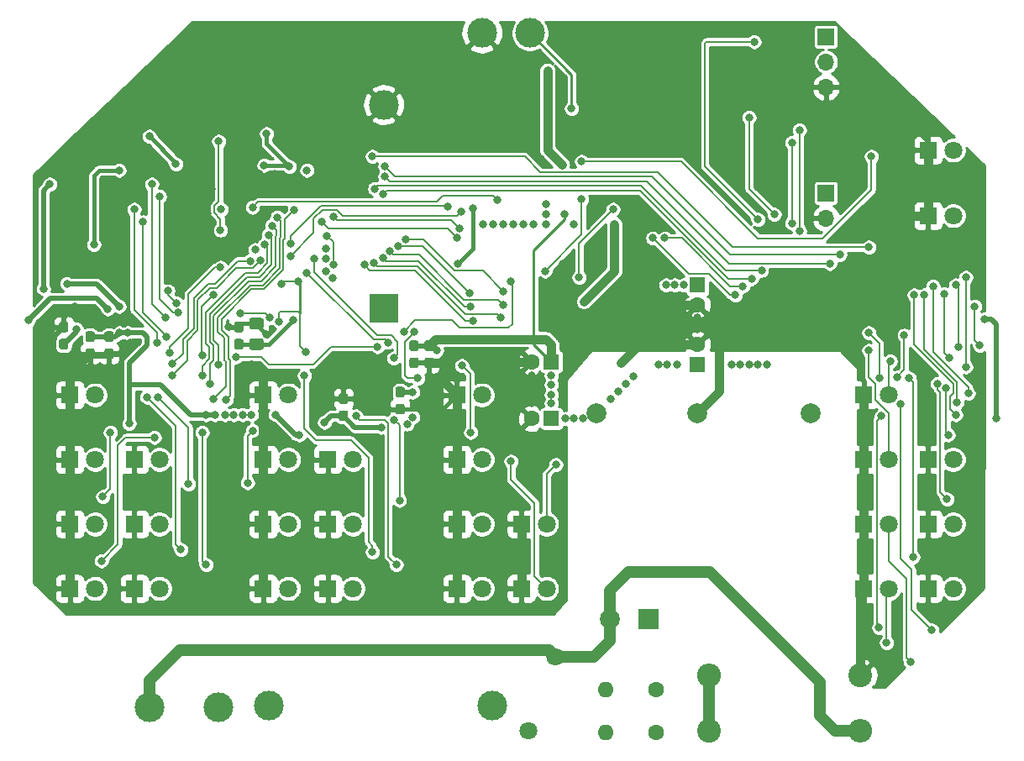
<source format=gbl>
G04 #@! TF.GenerationSoftware,KiCad,Pcbnew,5.1.9*
G04 #@! TF.CreationDate,2021-01-09T13:55:21+02:00*
G04 #@! TF.ProjectId,block,626c6f63-6b2e-46b6-9963-61645f706362,rev?*
G04 #@! TF.SameCoordinates,Original*
G04 #@! TF.FileFunction,Copper,L2,Bot*
G04 #@! TF.FilePolarity,Positive*
%FSLAX46Y46*%
G04 Gerber Fmt 4.6, Leading zero omitted, Abs format (unit mm)*
G04 Created by KiCad (PCBNEW 5.1.9) date 2021-01-09 13:55:21*
%MOMM*%
%LPD*%
G01*
G04 APERTURE LIST*
G04 #@! TA.AperFunction,ComponentPad*
%ADD10R,1.800000X1.800000*%
G04 #@! TD*
G04 #@! TA.AperFunction,ComponentPad*
%ADD11C,1.800000*%
G04 #@! TD*
G04 #@! TA.AperFunction,ComponentPad*
%ADD12C,3.000000*%
G04 #@! TD*
G04 #@! TA.AperFunction,ComponentPad*
%ADD13O,1.700000X1.700000*%
G04 #@! TD*
G04 #@! TA.AperFunction,ComponentPad*
%ADD14R,1.700000X1.700000*%
G04 #@! TD*
G04 #@! TA.AperFunction,ComponentPad*
%ADD15R,3.000000X3.000000*%
G04 #@! TD*
G04 #@! TA.AperFunction,ComponentPad*
%ADD16R,1.600000X1.600000*%
G04 #@! TD*
G04 #@! TA.AperFunction,ComponentPad*
%ADD17C,1.600000*%
G04 #@! TD*
G04 #@! TA.AperFunction,ComponentPad*
%ADD18R,2.000000X2.000000*%
G04 #@! TD*
G04 #@! TA.AperFunction,ComponentPad*
%ADD19C,2.000000*%
G04 #@! TD*
G04 #@! TA.AperFunction,ComponentPad*
%ADD20O,2.400000X2.400000*%
G04 #@! TD*
G04 #@! TA.AperFunction,ComponentPad*
%ADD21C,2.400000*%
G04 #@! TD*
G04 #@! TA.AperFunction,ComponentPad*
%ADD22O,1.600000X1.600000*%
G04 #@! TD*
G04 #@! TA.AperFunction,ViaPad*
%ADD23C,0.800000*%
G04 #@! TD*
G04 #@! TA.AperFunction,Conductor*
%ADD24C,0.508000*%
G04 #@! TD*
G04 #@! TA.AperFunction,Conductor*
%ADD25C,0.914400*%
G04 #@! TD*
G04 #@! TA.AperFunction,Conductor*
%ADD26C,0.406400*%
G04 #@! TD*
G04 #@! TA.AperFunction,Conductor*
%ADD27C,0.203200*%
G04 #@! TD*
G04 #@! TA.AperFunction,Conductor*
%ADD28C,0.254000*%
G04 #@! TD*
G04 #@! TA.AperFunction,Conductor*
%ADD29C,1.219200*%
G04 #@! TD*
G04 #@! TA.AperFunction,Conductor*
%ADD30C,0.100000*%
G04 #@! TD*
G04 APERTURE END LIST*
D10*
G04 #@! TO.P,D21,1*
G04 #@! TO.N,GND*
X125500000Y-120000000D03*
D11*
G04 #@! TO.P,D21,2*
G04 #@! TO.N,Net-(D21-Pad2)*
X128040000Y-120000000D03*
G04 #@! TD*
D10*
G04 #@! TO.P,D13,1*
G04 #@! TO.N,GND*
X106000000Y-107000000D03*
D11*
G04 #@! TO.P,D13,2*
G04 #@! TO.N,Net-(D13-Pad2)*
X108540000Y-107000000D03*
G04 #@! TD*
G04 #@! TO.P,D7,2*
G04 #@! TO.N,Net-(D7-Pad2)*
X169040000Y-107000000D03*
D10*
G04 #@! TO.P,D7,1*
G04 #@! TO.N,GND*
X166500000Y-107000000D03*
G04 #@! TD*
D11*
G04 #@! TO.P,D6,2*
G04 #@! TO.N,Net-(D6-Pad2)*
X169040000Y-113500000D03*
D10*
G04 #@! TO.P,D6,1*
G04 #@! TO.N,GND*
X166500000Y-113500000D03*
G04 #@! TD*
D12*
G04 #@! TO.P,NEUTRAL,1*
G04 #@! TO.N,Net-(NEUTRAL1-Pad1)*
X88000000Y-132000000D03*
G04 #@! TD*
G04 #@! TO.P,LIVE,1*
G04 #@! TO.N,Net-(F1-Pad2)*
X95000000Y-132000000D03*
G04 #@! TD*
D13*
G04 #@! TO.P,J3,3*
G04 #@! TO.N,GND*
X156210000Y-69469000D03*
G04 #@! TO.P,J3,2*
G04 #@! TO.N,Net-(J3-Pad2)*
X156210000Y-66929000D03*
D14*
G04 #@! TO.P,J3,1*
G04 #@! TO.N,Net-(J3-Pad1)*
X156210000Y-64389000D03*
G04 #@! TD*
D13*
G04 #@! TO.P,J2,2*
G04 #@! TO.N,GND*
X156210000Y-82677000D03*
D14*
G04 #@! TO.P,J2,1*
G04 #@! TO.N,Net-(J2-Pad1)*
X156210000Y-80137000D03*
G04 #@! TD*
D12*
G04 #@! TO.P,BT1,2*
G04 #@! TO.N,GND*
X111633000Y-71247000D03*
D15*
G04 #@! TO.P,BT1,1*
G04 #@! TO.N,Net-(BT1-Pad1)*
X111633000Y-91737000D03*
G04 #@! TD*
G04 #@! TO.P,C24,2*
G04 #@! TO.N,GND*
G04 #@! TA.AperFunction,SMDPad,CuDef*
G36*
G01*
X79612500Y-94189500D02*
X79137500Y-94189500D01*
G75*
G02*
X78900000Y-93952000I0J237500D01*
G01*
X78900000Y-93352000D01*
G75*
G02*
X79137500Y-93114500I237500J0D01*
G01*
X79612500Y-93114500D01*
G75*
G02*
X79850000Y-93352000I0J-237500D01*
G01*
X79850000Y-93952000D01*
G75*
G02*
X79612500Y-94189500I-237500J0D01*
G01*
G37*
G04 #@! TD.AperFunction*
G04 #@! TO.P,C24,1*
G04 #@! TO.N,+3V3*
G04 #@! TA.AperFunction,SMDPad,CuDef*
G36*
G01*
X79612500Y-95914500D02*
X79137500Y-95914500D01*
G75*
G02*
X78900000Y-95677000I0J237500D01*
G01*
X78900000Y-95077000D01*
G75*
G02*
X79137500Y-94839500I237500J0D01*
G01*
X79612500Y-94839500D01*
G75*
G02*
X79850000Y-95077000I0J-237500D01*
G01*
X79850000Y-95677000D01*
G75*
G02*
X79612500Y-95914500I-237500J0D01*
G01*
G37*
G04 #@! TD.AperFunction*
G04 #@! TD*
G04 #@! TO.P,C9,2*
G04 #@! TO.N,GND*
G04 #@! TA.AperFunction,SMDPad,CuDef*
G36*
G01*
X99281000Y-93889500D02*
X98331000Y-93889500D01*
G75*
G02*
X98081000Y-93639500I0J250000D01*
G01*
X98081000Y-92964500D01*
G75*
G02*
X98331000Y-92714500I250000J0D01*
G01*
X99281000Y-92714500D01*
G75*
G02*
X99531000Y-92964500I0J-250000D01*
G01*
X99531000Y-93639500D01*
G75*
G02*
X99281000Y-93889500I-250000J0D01*
G01*
G37*
G04 #@! TD.AperFunction*
G04 #@! TO.P,C9,1*
G04 #@! TO.N,/Vddc*
G04 #@! TA.AperFunction,SMDPad,CuDef*
G36*
G01*
X99281000Y-95964500D02*
X98331000Y-95964500D01*
G75*
G02*
X98081000Y-95714500I0J250000D01*
G01*
X98081000Y-95039500D01*
G75*
G02*
X98331000Y-94789500I250000J0D01*
G01*
X99281000Y-94789500D01*
G75*
G02*
X99531000Y-95039500I0J-250000D01*
G01*
X99531000Y-95714500D01*
G75*
G02*
X99281000Y-95964500I-250000J0D01*
G01*
G37*
G04 #@! TD.AperFunction*
G04 #@! TD*
G04 #@! TO.P,C11,2*
G04 #@! TO.N,GND*
G04 #@! TA.AperFunction,SMDPad,CuDef*
G36*
G01*
X97265500Y-94189500D02*
X96790500Y-94189500D01*
G75*
G02*
X96553000Y-93952000I0J237500D01*
G01*
X96553000Y-93352000D01*
G75*
G02*
X96790500Y-93114500I237500J0D01*
G01*
X97265500Y-93114500D01*
G75*
G02*
X97503000Y-93352000I0J-237500D01*
G01*
X97503000Y-93952000D01*
G75*
G02*
X97265500Y-94189500I-237500J0D01*
G01*
G37*
G04 #@! TD.AperFunction*
G04 #@! TO.P,C11,1*
G04 #@! TO.N,/Vddc*
G04 #@! TA.AperFunction,SMDPad,CuDef*
G36*
G01*
X97265500Y-95914500D02*
X96790500Y-95914500D01*
G75*
G02*
X96553000Y-95677000I0J237500D01*
G01*
X96553000Y-95077000D01*
G75*
G02*
X96790500Y-94839500I237500J0D01*
G01*
X97265500Y-94839500D01*
G75*
G02*
X97503000Y-95077000I0J-237500D01*
G01*
X97503000Y-95677000D01*
G75*
G02*
X97265500Y-95914500I-237500J0D01*
G01*
G37*
G04 #@! TD.AperFunction*
G04 #@! TD*
D16*
G04 #@! TO.P,C27,1*
G04 #@! TO.N,+5V*
X128524000Y-97155000D03*
D17*
G04 #@! TO.P,C27,2*
G04 #@! TO.N,GND*
X126524000Y-97155000D03*
G04 #@! TD*
G04 #@! TO.P,C28,2*
G04 #@! TO.N,GND*
X126524000Y-102870000D03*
D16*
G04 #@! TO.P,C28,1*
G04 #@! TO.N,+5V*
X128524000Y-102870000D03*
G04 #@! TD*
G04 #@! TO.P,C25,1*
G04 #@! TO.N,+5V*
X143256000Y-97409000D03*
D17*
G04 #@! TO.P,C25,2*
G04 #@! TO.N,GND*
X143256000Y-95409000D03*
G04 #@! TD*
G04 #@! TO.P,C26,2*
G04 #@! TO.N,GND*
X143256000Y-91408000D03*
D16*
G04 #@! TO.P,C26,1*
G04 #@! TO.N,+3V3*
X143256000Y-89408000D03*
G04 #@! TD*
G04 #@! TO.P,C20,1*
G04 #@! TO.N,+5V*
G04 #@! TA.AperFunction,SMDPad,CuDef*
G36*
G01*
X83709500Y-94077500D02*
X84184500Y-94077500D01*
G75*
G02*
X84422000Y-94315000I0J-237500D01*
G01*
X84422000Y-94915000D01*
G75*
G02*
X84184500Y-95152500I-237500J0D01*
G01*
X83709500Y-95152500D01*
G75*
G02*
X83472000Y-94915000I0J237500D01*
G01*
X83472000Y-94315000D01*
G75*
G02*
X83709500Y-94077500I237500J0D01*
G01*
G37*
G04 #@! TD.AperFunction*
G04 #@! TO.P,C20,2*
G04 #@! TO.N,GND*
G04 #@! TA.AperFunction,SMDPad,CuDef*
G36*
G01*
X83709500Y-95802500D02*
X84184500Y-95802500D01*
G75*
G02*
X84422000Y-96040000I0J-237500D01*
G01*
X84422000Y-96640000D01*
G75*
G02*
X84184500Y-96877500I-237500J0D01*
G01*
X83709500Y-96877500D01*
G75*
G02*
X83472000Y-96640000I0J237500D01*
G01*
X83472000Y-96040000D01*
G75*
G02*
X83709500Y-95802500I237500J0D01*
G01*
G37*
G04 #@! TD.AperFunction*
G04 #@! TD*
G04 #@! TO.P,C21,2*
G04 #@! TO.N,GND*
G04 #@! TA.AperFunction,SMDPad,CuDef*
G36*
G01*
X81804500Y-95802500D02*
X82279500Y-95802500D01*
G75*
G02*
X82517000Y-96040000I0J-237500D01*
G01*
X82517000Y-96640000D01*
G75*
G02*
X82279500Y-96877500I-237500J0D01*
G01*
X81804500Y-96877500D01*
G75*
G02*
X81567000Y-96640000I0J237500D01*
G01*
X81567000Y-96040000D01*
G75*
G02*
X81804500Y-95802500I237500J0D01*
G01*
G37*
G04 #@! TD.AperFunction*
G04 #@! TO.P,C21,1*
G04 #@! TO.N,+5V*
G04 #@! TA.AperFunction,SMDPad,CuDef*
G36*
G01*
X81804500Y-94077500D02*
X82279500Y-94077500D01*
G75*
G02*
X82517000Y-94315000I0J-237500D01*
G01*
X82517000Y-94915000D01*
G75*
G02*
X82279500Y-95152500I-237500J0D01*
G01*
X81804500Y-95152500D01*
G75*
G02*
X81567000Y-94915000I0J237500D01*
G01*
X81567000Y-94315000D01*
G75*
G02*
X81804500Y-94077500I237500J0D01*
G01*
G37*
G04 #@! TD.AperFunction*
G04 #@! TD*
G04 #@! TO.P,C13,1*
G04 #@! TO.N,+5V*
G04 #@! TA.AperFunction,SMDPad,CuDef*
G36*
G01*
X113046500Y-99665500D02*
X113521500Y-99665500D01*
G75*
G02*
X113759000Y-99903000I0J-237500D01*
G01*
X113759000Y-100503000D01*
G75*
G02*
X113521500Y-100740500I-237500J0D01*
G01*
X113046500Y-100740500D01*
G75*
G02*
X112809000Y-100503000I0J237500D01*
G01*
X112809000Y-99903000D01*
G75*
G02*
X113046500Y-99665500I237500J0D01*
G01*
G37*
G04 #@! TD.AperFunction*
G04 #@! TO.P,C13,2*
G04 #@! TO.N,GND*
G04 #@! TA.AperFunction,SMDPad,CuDef*
G36*
G01*
X113046500Y-101390500D02*
X113521500Y-101390500D01*
G75*
G02*
X113759000Y-101628000I0J-237500D01*
G01*
X113759000Y-102228000D01*
G75*
G02*
X113521500Y-102465500I-237500J0D01*
G01*
X113046500Y-102465500D01*
G75*
G02*
X112809000Y-102228000I0J237500D01*
G01*
X112809000Y-101628000D01*
G75*
G02*
X113046500Y-101390500I237500J0D01*
G01*
G37*
G04 #@! TD.AperFunction*
G04 #@! TD*
G04 #@! TO.P,C22,1*
G04 #@! TO.N,+5V*
G04 #@! TA.AperFunction,SMDPad,CuDef*
G36*
G01*
X115967500Y-94993000D02*
X116442500Y-94993000D01*
G75*
G02*
X116680000Y-95230500I0J-237500D01*
G01*
X116680000Y-95830500D01*
G75*
G02*
X116442500Y-96068000I-237500J0D01*
G01*
X115967500Y-96068000D01*
G75*
G02*
X115730000Y-95830500I0J237500D01*
G01*
X115730000Y-95230500D01*
G75*
G02*
X115967500Y-94993000I237500J0D01*
G01*
G37*
G04 #@! TD.AperFunction*
G04 #@! TO.P,C22,2*
G04 #@! TO.N,GND*
G04 #@! TA.AperFunction,SMDPad,CuDef*
G36*
G01*
X115967500Y-96718000D02*
X116442500Y-96718000D01*
G75*
G02*
X116680000Y-96955500I0J-237500D01*
G01*
X116680000Y-97555500D01*
G75*
G02*
X116442500Y-97793000I-237500J0D01*
G01*
X115967500Y-97793000D01*
G75*
G02*
X115730000Y-97555500I0J237500D01*
G01*
X115730000Y-96955500D01*
G75*
G02*
X115967500Y-96718000I237500J0D01*
G01*
G37*
G04 #@! TD.AperFunction*
G04 #@! TD*
G04 #@! TO.P,C14,2*
G04 #@! TO.N,GND*
G04 #@! TA.AperFunction,SMDPad,CuDef*
G36*
G01*
X107806500Y-101402000D02*
X107331500Y-101402000D01*
G75*
G02*
X107094000Y-101164500I0J237500D01*
G01*
X107094000Y-100564500D01*
G75*
G02*
X107331500Y-100327000I237500J0D01*
G01*
X107806500Y-100327000D01*
G75*
G02*
X108044000Y-100564500I0J-237500D01*
G01*
X108044000Y-101164500D01*
G75*
G02*
X107806500Y-101402000I-237500J0D01*
G01*
G37*
G04 #@! TD.AperFunction*
G04 #@! TO.P,C14,1*
G04 #@! TO.N,+5V*
G04 #@! TA.AperFunction,SMDPad,CuDef*
G36*
G01*
X107806500Y-103127000D02*
X107331500Y-103127000D01*
G75*
G02*
X107094000Y-102889500I0J237500D01*
G01*
X107094000Y-102289500D01*
G75*
G02*
X107331500Y-102052000I237500J0D01*
G01*
X107806500Y-102052000D01*
G75*
G02*
X108044000Y-102289500I0J-237500D01*
G01*
X108044000Y-102889500D01*
G75*
G02*
X107806500Y-103127000I-237500J0D01*
G01*
G37*
G04 #@! TD.AperFunction*
G04 #@! TD*
G04 #@! TO.P,C23,1*
G04 #@! TO.N,+5V*
G04 #@! TA.AperFunction,SMDPad,CuDef*
G36*
G01*
X114443500Y-94993000D02*
X114918500Y-94993000D01*
G75*
G02*
X115156000Y-95230500I0J-237500D01*
G01*
X115156000Y-95830500D01*
G75*
G02*
X114918500Y-96068000I-237500J0D01*
G01*
X114443500Y-96068000D01*
G75*
G02*
X114206000Y-95830500I0J237500D01*
G01*
X114206000Y-95230500D01*
G75*
G02*
X114443500Y-94993000I237500J0D01*
G01*
G37*
G04 #@! TD.AperFunction*
G04 #@! TO.P,C23,2*
G04 #@! TO.N,GND*
G04 #@! TA.AperFunction,SMDPad,CuDef*
G36*
G01*
X114443500Y-96718000D02*
X114918500Y-96718000D01*
G75*
G02*
X115156000Y-96955500I0J-237500D01*
G01*
X115156000Y-97555500D01*
G75*
G02*
X114918500Y-97793000I-237500J0D01*
G01*
X114443500Y-97793000D01*
G75*
G02*
X114206000Y-97555500I0J237500D01*
G01*
X114206000Y-96955500D01*
G75*
G02*
X114443500Y-96718000I237500J0D01*
G01*
G37*
G04 #@! TD.AperFunction*
G04 #@! TD*
D10*
G04 #@! TO.P,D16,1*
G04 #@! TO.N,GND*
X80000000Y-120000000D03*
D11*
G04 #@! TO.P,D16,2*
G04 #@! TO.N,Net-(D16-Pad2)*
X82540000Y-120000000D03*
G04 #@! TD*
D10*
G04 #@! TO.P,D18,1*
G04 #@! TO.N,GND*
X80010000Y-113500000D03*
D11*
G04 #@! TO.P,D18,2*
G04 #@! TO.N,Net-(D18-Pad2)*
X82550000Y-113500000D03*
G04 #@! TD*
D10*
G04 #@! TO.P,D20,1*
G04 #@! TO.N,GND*
X80000000Y-107000000D03*
D11*
G04 #@! TO.P,D20,2*
G04 #@! TO.N,Net-(D20-Pad2)*
X82540000Y-107000000D03*
G04 #@! TD*
G04 #@! TO.P,D22,2*
G04 #@! TO.N,Net-(D22-Pad2)*
X82540000Y-100500000D03*
D10*
G04 #@! TO.P,D22,1*
G04 #@! TO.N,GND*
X80000000Y-100500000D03*
G04 #@! TD*
G04 #@! TO.P,D24,1*
G04 #@! TO.N,GND*
X86500000Y-120000000D03*
D11*
G04 #@! TO.P,D24,2*
G04 #@! TO.N,Net-(D24-Pad2)*
X89040000Y-120000000D03*
G04 #@! TD*
G04 #@! TO.P,D26,2*
G04 #@! TO.N,Net-(D26-Pad2)*
X89040000Y-113500000D03*
D10*
G04 #@! TO.P,D26,1*
G04 #@! TO.N,GND*
X86500000Y-113500000D03*
G04 #@! TD*
G04 #@! TO.P,D28,1*
G04 #@! TO.N,GND*
X86500000Y-107000000D03*
D11*
G04 #@! TO.P,D28,2*
G04 #@! TO.N,Net-(D28-Pad2)*
X89040000Y-107000000D03*
G04 #@! TD*
G04 #@! TO.P,D29,2*
G04 #@! TO.N,Net-(D29-Pad2)*
X102040000Y-120000000D03*
D10*
G04 #@! TO.P,D29,1*
G04 #@! TO.N,GND*
X99500000Y-120000000D03*
G04 #@! TD*
D11*
G04 #@! TO.P,D1,2*
G04 #@! TO.N,Net-(D1-Pad2)*
X162540000Y-120000000D03*
D10*
G04 #@! TO.P,D1,1*
G04 #@! TO.N,GND*
X160000000Y-120000000D03*
G04 #@! TD*
D11*
G04 #@! TO.P,D2,2*
G04 #@! TO.N,Net-(D2-Pad2)*
X162540000Y-113500000D03*
D10*
G04 #@! TO.P,D2,1*
G04 #@! TO.N,GND*
X160000000Y-113500000D03*
G04 #@! TD*
G04 #@! TO.P,D3,1*
G04 #@! TO.N,GND*
X160000000Y-107000000D03*
D11*
G04 #@! TO.P,D3,2*
G04 #@! TO.N,Net-(D3-Pad2)*
X162540000Y-107000000D03*
G04 #@! TD*
G04 #@! TO.P,D4,2*
G04 #@! TO.N,Net-(D4-Pad2)*
X162540000Y-100500000D03*
D10*
G04 #@! TO.P,D4,1*
G04 #@! TO.N,GND*
X160000000Y-100500000D03*
G04 #@! TD*
G04 #@! TO.P,D5,1*
G04 #@! TO.N,GND*
X166500000Y-120000000D03*
D11*
G04 #@! TO.P,D5,2*
G04 #@! TO.N,Net-(D5-Pad2)*
X169040000Y-120000000D03*
G04 #@! TD*
G04 #@! TO.P,D8,2*
G04 #@! TO.N,Net-(D8-Pad2)*
X102040000Y-113500000D03*
D10*
G04 #@! TO.P,D8,1*
G04 #@! TO.N,GND*
X99500000Y-113500000D03*
G04 #@! TD*
G04 #@! TO.P,D9,1*
G04 #@! TO.N,GND*
X99500000Y-107000000D03*
D11*
G04 #@! TO.P,D9,2*
G04 #@! TO.N,Net-(D9-Pad2)*
X102040000Y-107000000D03*
G04 #@! TD*
D10*
G04 #@! TO.P,D10,1*
G04 #@! TO.N,GND*
X99500000Y-100500000D03*
D11*
G04 #@! TO.P,D10,2*
G04 #@! TO.N,Net-(D10-Pad2)*
X102040000Y-100500000D03*
G04 #@! TD*
G04 #@! TO.P,D11,2*
G04 #@! TO.N,Net-(D11-Pad2)*
X108540000Y-120000000D03*
D10*
G04 #@! TO.P,D11,1*
G04 #@! TO.N,GND*
X106000000Y-120000000D03*
G04 #@! TD*
G04 #@! TO.P,D12,1*
G04 #@! TO.N,GND*
X106000000Y-113500000D03*
D11*
G04 #@! TO.P,D12,2*
G04 #@! TO.N,Net-(D12-Pad2)*
X108540000Y-113500000D03*
G04 #@! TD*
G04 #@! TO.P,D14,2*
G04 #@! TO.N,Net-(D14-Pad2)*
X121540000Y-120000000D03*
D10*
G04 #@! TO.P,D14,1*
G04 #@! TO.N,GND*
X119000000Y-120000000D03*
G04 #@! TD*
D11*
G04 #@! TO.P,D15,2*
G04 #@! TO.N,Net-(D15-Pad2)*
X121540000Y-113500000D03*
D10*
G04 #@! TO.P,D15,1*
G04 #@! TO.N,GND*
X119000000Y-113500000D03*
G04 #@! TD*
G04 #@! TO.P,D17,1*
G04 #@! TO.N,GND*
X119000000Y-107000000D03*
D11*
G04 #@! TO.P,D17,2*
G04 #@! TO.N,Net-(D17-Pad2)*
X121540000Y-107000000D03*
G04 #@! TD*
G04 #@! TO.P,D19,2*
G04 #@! TO.N,Net-(D19-Pad2)*
X121540000Y-100500000D03*
D10*
G04 #@! TO.P,D19,1*
G04 #@! TO.N,GND*
X119000000Y-100500000D03*
G04 #@! TD*
D11*
G04 #@! TO.P,D23,2*
G04 #@! TO.N,Net-(D23-Pad2)*
X128040000Y-113500000D03*
D10*
G04 #@! TO.P,D23,1*
G04 #@! TO.N,GND*
X125500000Y-113500000D03*
G04 #@! TD*
D11*
G04 #@! TO.P,D25,2*
G04 #@! TO.N,Net-(D25-Pad2)*
X169040000Y-82423000D03*
D10*
G04 #@! TO.P,D25,1*
G04 #@! TO.N,GND*
X166500000Y-82423000D03*
G04 #@! TD*
G04 #@! TO.P,D27,1*
G04 #@! TO.N,GND*
X166500000Y-75819000D03*
D11*
G04 #@! TO.P,D27,2*
G04 #@! TO.N,Net-(D27-Pad2)*
X169040000Y-75819000D03*
G04 #@! TD*
D12*
G04 #@! TO.P,F1,1*
G04 #@! TO.N,Net-(F1-Pad1)*
X122555000Y-131826000D03*
G04 #@! TO.P,F1,2*
G04 #@! TO.N,Net-(F1-Pad2)*
X100055000Y-131826000D03*
G04 #@! TD*
D18*
G04 #@! TO.P,PS1,1*
G04 #@! TO.N,Net-(PS1-Pad1)*
X138303000Y-123063000D03*
D19*
G04 #@! TO.P,PS1,2*
G04 #@! TO.N,Net-(NEUTRAL1-Pad1)*
X134403000Y-123063000D03*
G04 #@! TO.P,PS1,4*
G04 #@! TO.N,GND*
X143273000Y-102303000D03*
G04 #@! TO.P,PS1,3*
G04 #@! TO.N,Net-(PS1-Pad3)*
X154703000Y-102303000D03*
G04 #@! TO.P,PS1,5*
G04 #@! TO.N,+5V*
X133113000Y-102303000D03*
G04 #@! TD*
D20*
G04 #@! TO.P,R34,2*
G04 #@! TO.N,Net-(NEUTRAL1-Pad1)*
X159639000Y-134366000D03*
D21*
G04 #@! TO.P,R34,1*
G04 #@! TO.N,Net-(R34-Pad1)*
X144399000Y-134366000D03*
G04 #@! TD*
G04 #@! TO.P,R35,1*
G04 #@! TO.N,GND*
X159639000Y-128778000D03*
D20*
G04 #@! TO.P,R35,2*
G04 #@! TO.N,Net-(R34-Pad1)*
X144399000Y-128778000D03*
G04 #@! TD*
D11*
G04 #@! TO.P,RV1,1*
G04 #@! TO.N,Net-(F1-Pad1)*
X126238000Y-134366000D03*
G04 #@! TO.P,RV1,2*
G04 #@! TO.N,Net-(NEUTRAL1-Pad1)*
X128938000Y-126866000D03*
G04 #@! TD*
D22*
G04 #@! TO.P,TH1,2*
G04 #@! TO.N,Net-(F1-Pad1)*
X133985000Y-134493000D03*
D17*
G04 #@! TO.P,TH1,1*
G04 #@! TO.N,Net-(TH1-Pad1)*
X139065000Y-134493000D03*
G04 #@! TD*
G04 #@! TO.P,TH2,1*
G04 #@! TO.N,Net-(PS1-Pad1)*
X139065000Y-130175000D03*
D22*
G04 #@! TO.P,TH2,2*
G04 #@! TO.N,Net-(TH1-Pad1)*
X133985000Y-130175000D03*
G04 #@! TD*
D12*
G04 #@! TO.P,+5V,1*
G04 #@! TO.N,+5V*
X126365000Y-64008000D03*
G04 #@! TD*
G04 #@! TO.P,GND,1*
G04 #@! TO.N,GND*
X121539000Y-64008000D03*
G04 #@! TD*
D23*
G04 #@! TO.N,GND*
X86106000Y-95250000D03*
X80518000Y-91567000D03*
X99822000Y-94361000D03*
X145415000Y-96266000D03*
X135509000Y-97282000D03*
X98118912Y-82820064D03*
X98126983Y-84840913D03*
X96012000Y-93599000D03*
X107263386Y-96952614D03*
X98298000Y-97409000D03*
X97028000Y-79883000D03*
X144982002Y-67384998D03*
X143256000Y-92710000D03*
X143256000Y-93853000D03*
X138652000Y-95409000D03*
X139541000Y-95409000D03*
X140430000Y-95409000D03*
X141319000Y-95409000D03*
X136207500Y-96583500D03*
X144505000Y-101071000D03*
X145203500Y-100372500D03*
X145415000Y-99314000D03*
X126524000Y-101314000D03*
X126524000Y-100425000D03*
X126524000Y-99409000D03*
X126524000Y-98520000D03*
X78486000Y-84328000D03*
X78486000Y-83312000D03*
X78867000Y-85471000D03*
X79502000Y-86106000D03*
X129540000Y-94869000D03*
X130556000Y-94869000D03*
X131191000Y-95504000D03*
X129655114Y-87237114D03*
X136525000Y-82676972D03*
X93848468Y-82173285D03*
X94293956Y-79696044D03*
X106553000Y-87376000D03*
X105918000Y-84455000D03*
X136779000Y-63627000D03*
X137922000Y-63627000D03*
X139065000Y-63627000D03*
X140208000Y-63627000D03*
X141351000Y-63627000D03*
X142494000Y-63627000D03*
X143637000Y-63627000D03*
X144780000Y-63627000D03*
X145923000Y-63627000D03*
X147066000Y-63627000D03*
X148463000Y-63627000D03*
X139986000Y-91408000D03*
X140875000Y-91408000D03*
X141764000Y-91408000D03*
X99080000Y-78212000D03*
X100604000Y-78212000D03*
X163448998Y-91694000D03*
G04 #@! TO.N,Net-(BT1-Pad1)*
X120650000Y-81661000D03*
X119126000Y-87280201D03*
G04 #@! TO.N,+3V3*
X80645000Y-93853000D03*
X77343000Y-89789000D03*
X77978000Y-79248000D03*
X88011000Y-74422000D03*
X102108000Y-77470000D03*
X99822000Y-74168000D03*
X99568000Y-77343000D03*
X101092000Y-93091000D03*
X103759000Y-96139000D03*
X128143000Y-67818000D03*
X90678000Y-77216000D03*
X128016000Y-83312000D03*
X129613936Y-77276390D03*
X106478000Y-88721000D03*
X141859000Y-89408000D03*
X140970000Y-89408000D03*
X140081000Y-89408000D03*
X102997000Y-89027000D03*
X95250000Y-81788000D03*
X98676402Y-85849402D03*
X101346000Y-89281000D03*
X131826000Y-91059000D03*
X134874000Y-83312000D03*
X128016000Y-82296000D03*
X128016000Y-81280000D03*
X130810000Y-83312000D03*
X128143000Y-72136000D03*
X128143000Y-73025000D03*
X128143000Y-73914000D03*
X128143000Y-74803000D03*
X121666000Y-83312000D03*
X122682000Y-83312000D03*
X123698000Y-83312000D03*
X124714000Y-83312000D03*
X125730000Y-83312000D03*
X126746000Y-83312000D03*
X105791000Y-85786390D03*
X105791000Y-86741000D03*
X105791000Y-88034000D03*
G04 #@! TO.N,/Vddc*
X102495212Y-92937909D03*
X103886000Y-77851000D03*
G04 #@! TO.N,+5V*
X85979000Y-103378000D03*
X105664000Y-103251000D03*
X103124000Y-104521000D03*
X100711000Y-102489000D03*
X94615000Y-102489000D03*
X111379000Y-103759000D03*
X114554000Y-100203000D03*
X139319000Y-97409000D03*
X140208000Y-97409000D03*
X141224000Y-97409000D03*
X134472000Y-100944000D03*
X135234000Y-100182000D03*
X135996000Y-99420000D03*
X136758000Y-98658000D03*
X128524000Y-101346000D03*
X128524000Y-100457000D03*
X128524000Y-99441000D03*
X128524000Y-98552000D03*
X173355000Y-102870000D03*
X172212000Y-92837000D03*
X130556000Y-71628000D03*
X129856225Y-82254790D03*
X116967000Y-96012000D03*
X125710978Y-94888022D03*
X146685000Y-97409000D03*
X147574000Y-97409000D03*
X148463000Y-97409000D03*
X149352000Y-97409000D03*
X150241000Y-97409000D03*
X129921000Y-102870000D03*
X130810000Y-102870000D03*
X131699000Y-102870000D03*
X113982500Y-103441500D03*
X114554000Y-102743000D03*
X95631000Y-102489000D03*
X96520000Y-102489000D03*
X97409000Y-102489000D03*
X98298000Y-102489000D03*
X93726000Y-102489000D03*
X84963000Y-94234000D03*
X85852000Y-94234000D03*
G04 #@! TO.N,Net-(D1-Pad2)*
X162306000Y-125476000D03*
G04 #@! TO.N,Net-(D2-Pad2)*
X164719000Y-127381000D03*
G04 #@! TO.N,Net-(D3-Pad2)*
X160528000Y-96012000D03*
G04 #@! TO.N,Net-(D4-Pad2)*
X162689184Y-97081731D03*
G04 #@! TO.N,Net-(D21-Pad2)*
X124460000Y-107188000D03*
G04 #@! TO.N,Net-(D23-Pad2)*
X128985000Y-107522000D03*
G04 #@! TO.N,TARGET_TMS*
X88265000Y-79248000D03*
X89662000Y-92710000D03*
G04 #@! TO.N,TARGET_TCK*
X100172844Y-92697076D03*
X97188816Y-92262390D03*
X90945678Y-92195789D03*
X89043425Y-80488434D03*
G04 #@! TO.N,TARGET_TDO*
X88773000Y-95250000D03*
X86487000Y-81788000D03*
G04 #@! TO.N,TARGET_TDI*
X87376000Y-83058000D03*
X89748125Y-94659574D03*
G04 #@! TO.N,RESET*
X94996000Y-74930000D03*
X84963000Y-77851000D03*
X82423000Y-85344000D03*
X95177460Y-83874771D03*
G04 #@! TO.N,I2C_SCL*
X83820000Y-91821000D03*
X75819000Y-92964000D03*
X118110000Y-81534000D03*
X102235000Y-85216986D03*
G04 #@! TO.N,I2C_SDA*
X84963000Y-91567000D03*
X79696946Y-89270706D03*
X89890221Y-90015718D03*
X90713155Y-91223186D03*
X102235000Y-86487000D03*
X119440913Y-82003513D03*
G04 #@! TO.N,Net-(R7-Pad2)*
X168529000Y-104521000D03*
X168313179Y-99841227D03*
G04 #@! TO.N,Net-(R10-Pad2)*
X97917000Y-109347000D03*
X98425000Y-104079610D03*
G04 #@! TO.N,Net-(R14-Pad2)*
X110490000Y-116332000D03*
X103632000Y-98552000D03*
G04 #@! TO.N,Net-(R18-Pad2)*
X108839000Y-102616000D03*
X112903000Y-117602000D03*
G04 #@! TO.N,Net-(R19-Pad2)*
X113223610Y-111125000D03*
X112709283Y-103006125D03*
G04 #@! TO.N,Net-(R20-Pad2)*
X83185000Y-117221000D03*
X88519002Y-104775000D03*
G04 #@! TO.N,Net-(R21-Pad2)*
X119507000Y-97536000D03*
X120396000Y-104267000D03*
G04 #@! TO.N,Net-(R22-Pad2)*
X83312000Y-110744000D03*
X84074000Y-104267000D03*
G04 #@! TO.N,Net-(R23-Pad2)*
X115062000Y-98806000D03*
X114681000Y-94107000D03*
G04 #@! TO.N,Net-(R28-Pad2)*
X91186000Y-116078000D03*
X87757000Y-100711000D03*
G04 #@! TO.N,Net-(R29-Pad2)*
X131318000Y-88646000D03*
X134747000Y-81788000D03*
G04 #@! TO.N,Net-(R30-Pad2)*
X91948000Y-109474000D03*
X88900000Y-100711000D03*
G04 #@! TO.N,Net-(R31-Pad2)*
X127889000Y-88011000D03*
X131572000Y-80772000D03*
X131572000Y-76962000D03*
X160782000Y-76454000D03*
G04 #@! TO.N,Net-(R33-Pad2)*
X93345000Y-104267000D03*
X93726000Y-117602000D03*
G04 #@! TO.N,TEMP02*
X147828000Y-89535000D03*
X166116000Y-90424000D03*
X169418000Y-101219000D03*
X139957030Y-84680549D03*
X119263988Y-83696899D03*
X106599795Y-82519390D03*
G04 #@! TO.N,TEMP01*
X105410006Y-83058000D03*
X169291000Y-102489000D03*
X165100000Y-90424000D03*
X147077885Y-90412113D03*
X138752873Y-84680549D03*
X119022670Y-84667358D03*
G04 #@! TO.N,SEC04*
X100362817Y-83419138D03*
X95004817Y-97453003D03*
G04 #@! TO.N,SEC02*
X94488000Y-100887390D03*
X100901803Y-82576810D03*
G04 #@! TO.N,SEC01*
X95758000Y-100965000D03*
X102634179Y-81823213D03*
G04 #@! TO.N,SEC11*
X93322465Y-98552245D03*
X99622155Y-85344000D03*
G04 #@! TO.N,SEC12*
X94470048Y-90406048D03*
X93345000Y-96520000D03*
G04 #@! TO.N,MIN01*
X90355038Y-97387254D03*
X98163659Y-86987659D03*
G04 #@! TO.N,HR01*
X112080610Y-95189610D03*
X103900998Y-88172990D03*
G04 #@! TO.N,32kHz*
X98403827Y-81584591D03*
X123070076Y-80838610D03*
G04 #@! TO.N,HR02*
X112649000Y-96774000D03*
X104609820Y-86795917D03*
G04 #@! TO.N,HR04*
X120666006Y-93024390D03*
X109665939Y-87358673D03*
G04 #@! TO.N,HR11*
X120378007Y-91621178D03*
X111528820Y-86698584D03*
G04 #@! TO.N,TEMP11*
X111760000Y-78486000D03*
X169545000Y-95631000D03*
X169291000Y-89408000D03*
X156591000Y-87249000D03*
G04 #@! TO.N,TEMP12*
X111760000Y-77470000D03*
X157607000Y-86360000D03*
X170307000Y-97663000D03*
X170307000Y-88646000D03*
G04 #@! TO.N,TEMP14*
X110490000Y-76454000D03*
X160528000Y-85598000D03*
G04 #@! TO.N,STATUS_LED*
X120269000Y-90217967D03*
X113093504Y-85499431D03*
G04 #@! TO.N,POWER_LED*
X123698000Y-90043000D03*
X113850371Y-84797821D03*
G04 #@! TO.N,LED_CLK*
X95180002Y-87630000D03*
X90091330Y-96218159D03*
X110998000Y-95631000D03*
X96774000Y-96647000D03*
X113665000Y-94107000D03*
X124460000Y-89027000D03*
X171196000Y-91567000D03*
X171704000Y-95504000D03*
G04 #@! TO.N,TEMP04*
X111541762Y-80262826D03*
X167005000Y-89535000D03*
X148717000Y-88773000D03*
X170561000Y-100340610D03*
G04 #@! TO.N,MISO*
X148463000Y-72517000D03*
X151003000Y-82296000D03*
G04 #@! TO.N,MOSI*
X148971000Y-64897000D03*
X149352000Y-82804000D03*
G04 #@! TO.N,CS*
X152781000Y-75057000D03*
X152775807Y-83178771D03*
G04 #@! TO.N,SCLK*
X153543000Y-73787000D03*
X153543006Y-83947000D03*
G04 #@! TO.N,Net-(R1-Pad2)*
X161544000Y-123952000D03*
X161798000Y-102616000D03*
G04 #@! TO.N,Net-(R2-Pad2)*
X166878000Y-124206000D03*
X163763390Y-101367939D03*
G04 #@! TO.N,Net-(R3-Pad2)*
X160528000Y-94234000D03*
X161583117Y-98748007D03*
G04 #@! TO.N,Net-(R4-Pad2)*
X163351105Y-98703927D03*
X164098439Y-94473561D03*
G04 #@! TO.N,Net-(R5-Pad2)*
X164973000Y-116840000D03*
X164593506Y-98808884D03*
G04 #@! TO.N,Net-(R6-Pad2)*
X168402000Y-110998000D03*
X167434679Y-99363460D03*
G04 #@! TO.N,TEMP08*
X110718179Y-79695610D03*
X168148000Y-90297000D03*
X168656000Y-96774000D03*
X149718786Y-87950610D03*
G04 #@! TO.N,SEC08*
X94158296Y-99365932D03*
X100047979Y-84369507D03*
G04 #@! TO.N,SEC14*
X90297000Y-98552000D03*
X99190861Y-86952685D03*
G04 #@! TO.N,HR08*
X123444000Y-92710000D03*
X110648593Y-87173160D03*
G04 #@! TO.N,HR12*
X123698000Y-91440000D03*
X112208519Y-85965077D03*
G04 #@! TD*
D24*
G04 #@! TO.N,GND*
X80000000Y-98408500D02*
X81788000Y-96620500D01*
X80000000Y-100500000D02*
X80000000Y-98408500D01*
X83920500Y-96620500D02*
X83947000Y-96647000D01*
X81788000Y-96620500D02*
X83920500Y-96620500D01*
X81788000Y-96620500D02*
X78459500Y-96620500D01*
X78445990Y-96606990D02*
X78318990Y-96606990D01*
X78459500Y-96620500D02*
X78445990Y-96606990D01*
X78318990Y-96606990D02*
X77724000Y-96012000D01*
X77724000Y-95303000D02*
X79375000Y-93652000D01*
X77724000Y-96012000D02*
X77724000Y-95303000D01*
X85016000Y-96340000D02*
X86106000Y-95250000D01*
X83947000Y-96340000D02*
X85016000Y-96340000D01*
X79375000Y-92710000D02*
X80518000Y-91567000D01*
X79375000Y-93652000D02*
X79375000Y-92710000D01*
X116205000Y-97255500D02*
X114681000Y-97255500D01*
D25*
X145415000Y-100161000D02*
X145203500Y-100372500D01*
X145415000Y-96266000D02*
X145415000Y-97282000D01*
X137382000Y-95409000D02*
X138652000Y-95409000D01*
X135509000Y-97282000D02*
X136207500Y-96583500D01*
X80000000Y-113510000D02*
X80010000Y-113500000D01*
X80000000Y-120000000D02*
X80000000Y-113510000D01*
X80010000Y-107010000D02*
X80000000Y-107000000D01*
X80010000Y-113500000D02*
X80010000Y-107010000D01*
X80000000Y-107000000D02*
X80000000Y-100500000D01*
X80000000Y-98382000D02*
X82042000Y-96340000D01*
X80000000Y-100500000D02*
X80000000Y-98382000D01*
X99500000Y-120000000D02*
X99500000Y-113500000D01*
X99500000Y-113500000D02*
X99500000Y-107000000D01*
X99500000Y-107000000D02*
X99500000Y-100500000D01*
X119000000Y-120000000D02*
X119000000Y-113500000D01*
X119000000Y-113500000D02*
X119000000Y-107000000D01*
X119000000Y-107000000D02*
X119000000Y-100500000D01*
X117829500Y-97255500D02*
X116205000Y-97255500D01*
D26*
X117572000Y-101928000D02*
X119000000Y-100500000D01*
X113284000Y-101928000D02*
X117572000Y-101928000D01*
D25*
X118819000Y-96266000D02*
X117829500Y-97255500D01*
X123698000Y-96266000D02*
X118819000Y-96266000D01*
X124587000Y-97155000D02*
X123698000Y-96266000D01*
X126524000Y-97155000D02*
X124587000Y-97155000D01*
D26*
X107569000Y-97258228D02*
X107263386Y-96952614D01*
X107569000Y-100864500D02*
X107569000Y-97258228D01*
D25*
X119000000Y-100500000D02*
X117829500Y-99329500D01*
X117829500Y-99329500D02*
X117829500Y-97255500D01*
X99500000Y-98611000D02*
X98298000Y-97409000D01*
X99500000Y-100500000D02*
X99500000Y-98611000D01*
D24*
X147066004Y-69469000D02*
X144982002Y-67384998D01*
X156210000Y-69469000D02*
X147066004Y-69469000D01*
D25*
X160000000Y-120000000D02*
X160000000Y-113500000D01*
X160000000Y-113500000D02*
X160000000Y-107000000D01*
X160000000Y-107000000D02*
X160000000Y-100500000D01*
X159639000Y-120361000D02*
X160000000Y-120000000D01*
X159639000Y-128778000D02*
X159639000Y-120361000D01*
X138652000Y-95409000D02*
X139541000Y-95409000D01*
X139541000Y-95409000D02*
X140430000Y-95409000D01*
X140430000Y-95409000D02*
X141319000Y-95409000D01*
X141319000Y-95409000D02*
X143256000Y-95409000D01*
X136207500Y-96583500D02*
X137382000Y-95409000D01*
X144505000Y-101071000D02*
X143273000Y-102303000D01*
X145203500Y-100372500D02*
X144505000Y-101071000D01*
X145415000Y-99314000D02*
X145415000Y-100161000D01*
X145415000Y-98298000D02*
X145415000Y-99314000D01*
X145415000Y-97282000D02*
X145415000Y-98298000D01*
D24*
X166500000Y-75819000D02*
X166500000Y-74933000D01*
X161036000Y-69469000D02*
X156210000Y-69469000D01*
X166500000Y-74933000D02*
X161036000Y-69469000D01*
D25*
X125500000Y-113500000D02*
X125500000Y-120000000D01*
X166500000Y-75819000D02*
X166500000Y-82423000D01*
D24*
X129540000Y-94869000D02*
X129540000Y-87352228D01*
X129540000Y-87352228D02*
X129655114Y-87237114D01*
D25*
X143256000Y-91408000D02*
X141764000Y-91408000D01*
X137382000Y-91408000D02*
X136525000Y-90551000D01*
X136525000Y-90551000D02*
X136525000Y-82676972D01*
D27*
X106553000Y-85090000D02*
X105918000Y-84455000D01*
X106553000Y-87376000D02*
X106553000Y-85090000D01*
D25*
X139986000Y-91408000D02*
X137382000Y-91408000D01*
X140875000Y-91408000D02*
X139986000Y-91408000D01*
X141764000Y-91408000D02*
X140875000Y-91408000D01*
D26*
X113284000Y-101928000D02*
X110310000Y-101928000D01*
X109246500Y-100864500D02*
X107569000Y-100864500D01*
X110310000Y-101928000D02*
X109246500Y-100864500D01*
X97378000Y-93302000D02*
X97028000Y-93652000D01*
X98806000Y-93302000D02*
X97378000Y-93302000D01*
X98806000Y-93345000D02*
X99822000Y-94361000D01*
X98806000Y-93302000D02*
X98806000Y-93345000D01*
X96065000Y-93652000D02*
X96012000Y-93599000D01*
X97028000Y-93652000D02*
X96065000Y-93652000D01*
X98126983Y-82828135D02*
X98118912Y-82820064D01*
X98126983Y-84840913D02*
X98126983Y-82828135D01*
X97028000Y-82550000D02*
X97298064Y-82820064D01*
X97028000Y-79883000D02*
X97028000Y-82550000D01*
X98118912Y-82820064D02*
X97298064Y-82820064D01*
X93848468Y-80141532D02*
X94293956Y-79696044D01*
X93848468Y-82173285D02*
X93848468Y-80141532D01*
D25*
X163448998Y-83659602D02*
X163448998Y-91694000D01*
X164685600Y-82423000D02*
X163448998Y-83659602D01*
X166500000Y-82423000D02*
X164685600Y-82423000D01*
D26*
G04 #@! TO.N,Net-(BT1-Pad1)*
X120650000Y-85756201D02*
X119126000Y-87280201D01*
X120650000Y-81661000D02*
X120650000Y-85756201D01*
D24*
G04 #@! TO.N,+3V3*
X80645000Y-94107000D02*
X80645000Y-93853000D01*
X79375000Y-95377000D02*
X80645000Y-94107000D01*
X77343000Y-79883000D02*
X77978000Y-79248000D01*
X77343000Y-89789000D02*
X77343000Y-79883000D01*
D27*
X101092000Y-93091000D02*
X101092000Y-92202000D01*
X101092000Y-92202000D02*
X101219000Y-92075000D01*
X101219000Y-92075000D02*
X102997000Y-92075000D01*
X103212369Y-95592369D02*
X103759000Y-96139000D01*
X103212369Y-92290369D02*
X103212369Y-95592369D01*
X102997000Y-92075000D02*
X103212369Y-92290369D01*
D26*
X90678000Y-77089000D02*
X90678000Y-77216000D01*
X88011000Y-74422000D02*
X90678000Y-77089000D01*
D25*
X128143000Y-75805454D02*
X129613936Y-77276390D01*
X128143000Y-67818000D02*
X128143000Y-72136000D01*
D28*
X103212369Y-89242369D02*
X102997000Y-89027000D01*
X103212369Y-92290369D02*
X103212369Y-89242369D01*
D27*
X101600000Y-89027000D02*
X101346000Y-89281000D01*
X102997000Y-89027000D02*
X101600000Y-89027000D01*
D25*
X134874000Y-88011000D02*
X134874000Y-83312000D01*
X131826000Y-91059000D02*
X134874000Y-88011000D01*
D26*
X102108000Y-77470000D02*
X101981000Y-77343000D01*
X101981000Y-77343000D02*
X99568000Y-77343000D01*
X102108000Y-77470000D02*
X99822000Y-75184000D01*
X99822000Y-75184000D02*
X99822000Y-74168000D01*
D25*
X128143000Y-72136000D02*
X128143000Y-73025000D01*
X128143000Y-73025000D02*
X128143000Y-73914000D01*
X128143000Y-73914000D02*
X128143000Y-74803000D01*
X128143000Y-74803000D02*
X128143000Y-75805454D01*
D26*
G04 #@! TO.N,/Vddc*
X97028000Y-95377000D02*
X98806000Y-95377000D01*
X100056121Y-95377000D02*
X102495212Y-92937909D01*
X98806000Y-95377000D02*
X100056121Y-95377000D01*
D24*
G04 #@! TO.N,+5V*
X82042000Y-94615000D02*
X83947000Y-94615000D01*
X83947000Y-94615000D02*
X84582000Y-94615000D01*
X84582000Y-94615000D02*
X84963000Y-94234000D01*
X84963000Y-94234000D02*
X85852000Y-94234000D01*
X87376000Y-94234000D02*
X87757000Y-94615000D01*
X87757000Y-94615000D02*
X87757000Y-95504000D01*
X87757000Y-95504000D02*
X85979000Y-97282000D01*
X114681000Y-95530500D02*
X116205000Y-95530500D01*
X102743000Y-104521000D02*
X100711000Y-102489000D01*
X103124000Y-104521000D02*
X102743000Y-104521000D01*
X94615000Y-102489000D02*
X93726000Y-102489000D01*
X89154000Y-99441000D02*
X85979000Y-99441000D01*
X92202000Y-102489000D02*
X89154000Y-99441000D01*
X85979000Y-99441000D02*
X85979000Y-103378000D01*
X85979000Y-97282000D02*
X85979000Y-99441000D01*
X107569000Y-102589500D02*
X107569000Y-102616000D01*
X108712000Y-103759000D02*
X111379000Y-103759000D01*
X107569000Y-102616000D02*
X108712000Y-103759000D01*
X114554000Y-100203000D02*
X113284000Y-100203000D01*
X106325500Y-102589500D02*
X105664000Y-103251000D01*
X107569000Y-102589500D02*
X106325500Y-102589500D01*
D25*
X116847478Y-94888022D02*
X125710978Y-94888022D01*
X128524000Y-95440600D02*
X128524000Y-97155000D01*
X127971422Y-94888022D02*
X128524000Y-95440600D01*
X116205000Y-95530500D02*
X116847478Y-94888022D01*
D24*
X173355000Y-102870000D02*
X173355000Y-93345000D01*
X172847000Y-92837000D02*
X172212000Y-92837000D01*
X173355000Y-93345000D02*
X172847000Y-92837000D01*
D28*
X130556000Y-68199000D02*
X126365000Y-64008000D01*
X130556000Y-71628000D02*
X130556000Y-68199000D01*
X129856225Y-82820475D02*
X129856225Y-82254790D01*
X126746000Y-95377000D02*
X126746000Y-85930700D01*
X128524000Y-97155000D02*
X126746000Y-95377000D01*
X126746000Y-85930700D02*
X129856225Y-82820475D01*
D24*
X116485500Y-95530500D02*
X116967000Y-96012000D01*
X116205000Y-95530500D02*
X116485500Y-95530500D01*
D25*
X125710978Y-94888022D02*
X127971422Y-94888022D01*
D24*
X93726000Y-102489000D02*
X92202000Y-102489000D01*
X84963000Y-94234000D02*
X84963000Y-94234000D01*
X85852000Y-94234000D02*
X87376000Y-94234000D01*
D27*
G04 #@! TO.N,Net-(D1-Pad2)*
X162306000Y-120234000D02*
X162540000Y-120000000D01*
X162306000Y-125476000D02*
X162306000Y-120234000D01*
G04 #@! TO.N,Net-(D2-Pad2)*
X162540000Y-113500000D02*
X162540000Y-117201000D01*
X162540000Y-117201000D02*
X164338000Y-118999000D01*
X164338000Y-127000000D02*
X164719000Y-127381000D01*
X164338000Y-118999000D02*
X164338000Y-127000000D01*
G04 #@! TO.N,Net-(D3-Pad2)*
X162540000Y-107000000D02*
X162540000Y-102342000D01*
X160528000Y-98685118D02*
X160528000Y-96012000D01*
X162540000Y-102342000D02*
X161201601Y-101003601D01*
X161201601Y-101003601D02*
X161201601Y-99358719D01*
X161201601Y-99358719D02*
X160528000Y-98685118D01*
G04 #@! TO.N,Net-(D4-Pad2)*
X162540000Y-97230915D02*
X162689184Y-97081731D01*
X162540000Y-100500000D02*
X162540000Y-97230915D01*
G04 #@! TO.N,Net-(D21-Pad2)*
X126838399Y-118798399D02*
X126838399Y-111413601D01*
X128040000Y-120000000D02*
X126838399Y-118798399D01*
X124460000Y-109035202D02*
X124460000Y-107188000D01*
X126838399Y-111413601D02*
X124460000Y-109035202D01*
G04 #@! TO.N,Net-(D23-Pad2)*
X128040000Y-108467000D02*
X128985000Y-107522000D01*
X128040000Y-113500000D02*
X128040000Y-108467000D01*
G04 #@! TO.N,TARGET_TMS*
X88265000Y-79248000D02*
X88265000Y-91313000D01*
X88265000Y-91313000D02*
X89662000Y-92710000D01*
G04 #@! TO.N,TARGET_TCK*
X97348610Y-92262390D02*
X97188816Y-92262390D01*
X100172844Y-92697076D02*
X99738158Y-92262390D01*
X99738158Y-92262390D02*
X97188816Y-92262390D01*
X97357386Y-92253614D02*
X97348610Y-92262390D01*
X90379993Y-92195789D02*
X89043425Y-90859221D01*
X90945678Y-92195789D02*
X90379993Y-92195789D01*
X89043425Y-90859221D02*
X89043425Y-80488434D01*
G04 #@! TO.N,TARGET_TDO*
X88773000Y-95250000D02*
X88773000Y-94234000D01*
X86487000Y-91948000D02*
X86487000Y-81788000D01*
X88773000Y-94234000D02*
X86487000Y-91948000D01*
G04 #@! TO.N,TARGET_TDI*
X87376000Y-83058000D02*
X87376000Y-92202000D01*
X87376000Y-92202000D02*
X89748125Y-94574125D01*
X89748125Y-94574125D02*
X89748125Y-94659574D01*
D26*
G04 #@! TO.N,RESET*
X84963000Y-77851000D02*
X82931000Y-77851000D01*
X82423000Y-78359000D02*
X82423000Y-85344000D01*
X82931000Y-77851000D02*
X82423000Y-78359000D01*
D27*
X94996000Y-74930000D02*
X94996000Y-81003630D01*
X94548399Y-82124769D02*
X95177460Y-82753830D01*
X95177460Y-82753830D02*
X95177460Y-83874771D01*
X94996000Y-81003630D02*
X94548399Y-81451231D01*
X94548399Y-81451231D02*
X94548399Y-82124769D01*
D29*
G04 #@! TO.N,Net-(NEUTRAL1-Pad1)*
X128938000Y-126866000D02*
X132849000Y-126866000D01*
X134403000Y-125312000D02*
X134403000Y-123063000D01*
X132849000Y-126866000D02*
X134403000Y-125312000D01*
X128310000Y-126238000D02*
X128938000Y-126866000D01*
X91059000Y-126238000D02*
X128310000Y-126238000D01*
X88000000Y-129297000D02*
X91059000Y-126238000D01*
X88000000Y-132000000D02*
X88000000Y-129297000D01*
X155575000Y-132842000D02*
X157099000Y-134366000D01*
X157099000Y-134366000D02*
X159639000Y-134366000D01*
X155575000Y-129413000D02*
X155575000Y-132842000D01*
X144526000Y-118364000D02*
X155575000Y-129413000D01*
X136271000Y-118364000D02*
X144526000Y-118364000D01*
X134403000Y-120232000D02*
X136271000Y-118364000D01*
X134403000Y-123063000D02*
X134403000Y-120232000D01*
D24*
G04 #@! TO.N,I2C_SCL*
X83820000Y-91821000D02*
X82711998Y-90712998D01*
X82711998Y-90712998D02*
X78070002Y-90712998D01*
X78070002Y-90712998D02*
X75819000Y-92964000D01*
D27*
X102235000Y-84460172D02*
X102235000Y-85216986D01*
X118110000Y-81534000D02*
X117990577Y-81414577D01*
X117990577Y-81414577D02*
X105280595Y-81414577D01*
X105280595Y-81414577D02*
X102235000Y-84460172D01*
D24*
G04 #@! TO.N,I2C_SDA*
X84963000Y-91567000D02*
X82666706Y-89270706D01*
X82666706Y-89270706D02*
X79696946Y-89270706D01*
D27*
X90713155Y-91223186D02*
X89890221Y-90400252D01*
X89890221Y-90400252D02*
X89890221Y-90015718D01*
X107522289Y-82403512D02*
X119040914Y-82403512D01*
X106936565Y-81817788D02*
X107522289Y-82403512D01*
X119040914Y-82403512D02*
X119440913Y-82003513D01*
X105484840Y-81817788D02*
X106936565Y-81817788D01*
X104581398Y-82721230D02*
X105484840Y-81817788D01*
X104581398Y-84140602D02*
X104581398Y-82721230D01*
X102235000Y-86487000D02*
X104581398Y-84140602D01*
G04 #@! TO.N,Net-(R7-Pad2)*
X168313179Y-104305179D02*
X168313179Y-99841227D01*
X168529000Y-104521000D02*
X168313179Y-104305179D01*
G04 #@! TO.N,Net-(R10-Pad2)*
X97917000Y-109347000D02*
X97917000Y-104587610D01*
X97917000Y-104587610D02*
X98425000Y-104079610D01*
G04 #@! TO.N,Net-(R14-Pad2)*
X110490000Y-116332000D02*
X110490000Y-115697000D01*
X110490000Y-115697000D02*
X110109000Y-115316000D01*
X110109000Y-106790630D02*
X108347370Y-105029000D01*
X110109000Y-115316000D02*
X110109000Y-106790630D01*
X108347370Y-105029000D02*
X104775000Y-105029000D01*
X103632000Y-103886000D02*
X103632000Y-98552000D01*
X104775000Y-105029000D02*
X103632000Y-103886000D01*
G04 #@! TO.N,Net-(R18-Pad2)*
X112080602Y-103317602D02*
X111760000Y-102997000D01*
X111760000Y-102997000D02*
X109982000Y-102997000D01*
X109220000Y-102997000D02*
X108839000Y-102616000D01*
X109982000Y-102997000D02*
X109220000Y-102997000D01*
X112080602Y-116779602D02*
X112080602Y-103422230D01*
X112080602Y-103422230D02*
X112080602Y-103317602D01*
X112903000Y-117602000D02*
X112080602Y-116779602D01*
G04 #@! TO.N,Net-(R19-Pad2)*
X113223610Y-111125000D02*
X113223610Y-103520452D01*
X113223610Y-103520452D02*
X112709283Y-103006125D01*
G04 #@! TO.N,Net-(R20-Pad2)*
X85598000Y-104775000D02*
X88519002Y-104775000D01*
X84836000Y-105537000D02*
X85598000Y-104775000D01*
X84836000Y-115570000D02*
X84836000Y-105537000D01*
X83185000Y-117221000D02*
X84836000Y-115570000D01*
G04 #@! TO.N,Net-(R21-Pad2)*
X120338399Y-104209399D02*
X120396000Y-104267000D01*
X120338399Y-98367399D02*
X120338399Y-104209399D01*
X119507000Y-97536000D02*
X120338399Y-98367399D01*
G04 #@! TO.N,Net-(R22-Pad2)*
X84074000Y-109982000D02*
X84074000Y-104267000D01*
X83312000Y-110744000D02*
X84074000Y-109982000D01*
G04 #@! TO.N,Net-(R23-Pad2)*
X115062000Y-98806000D02*
X114046000Y-98806000D01*
X114046000Y-98806000D02*
X113792000Y-98552000D01*
X114681000Y-94230582D02*
X114681000Y-94107000D01*
X113792000Y-95119582D02*
X114681000Y-94230582D01*
X113792000Y-98552000D02*
X113792000Y-95119582D01*
G04 #@! TO.N,Net-(R28-Pad2)*
X91186000Y-116078000D02*
X90678000Y-115570000D01*
X90678000Y-103632000D02*
X87757000Y-100711000D01*
X90678000Y-115570000D02*
X90678000Y-103632000D01*
G04 #@! TO.N,Net-(R29-Pad2)*
X131318000Y-88646000D02*
X131318000Y-85217000D01*
X131318000Y-85217000D02*
X134747000Y-81788000D01*
G04 #@! TO.N,Net-(R30-Pad2)*
X91948000Y-103759000D02*
X88900000Y-100711000D01*
X91948000Y-109474000D02*
X91948000Y-103759000D01*
G04 #@! TO.N,Net-(R31-Pad2)*
X131572000Y-84328000D02*
X131572000Y-80772000D01*
X127889000Y-88011000D02*
X131572000Y-84328000D01*
X131572000Y-76962000D02*
X141605000Y-76962000D01*
X141605000Y-76962000D02*
X149352000Y-84709000D01*
X160782000Y-79809370D02*
X160782000Y-76454000D01*
X155882370Y-84709000D02*
X160782000Y-79809370D01*
X149352000Y-84709000D02*
X155882370Y-84709000D01*
G04 #@! TO.N,Net-(R33-Pad2)*
X93345000Y-117221000D02*
X93726000Y-117602000D01*
X93345000Y-104267000D02*
X93345000Y-117221000D01*
G04 #@! TO.N,TEMP02*
X166116000Y-90424000D02*
X166116000Y-95885000D01*
X166116000Y-95885000D02*
X169418000Y-99187000D01*
X169418000Y-99187000D02*
X169418000Y-101219000D01*
X147828000Y-89535000D02*
X146560548Y-89535000D01*
X141706097Y-84680549D02*
X139957030Y-84680549D01*
X146560548Y-89535000D02*
X141706097Y-84680549D01*
X119263988Y-83696899D02*
X118409268Y-82842179D01*
X106922584Y-82842179D02*
X106599795Y-82519390D01*
X118409268Y-82842179D02*
X106922584Y-82842179D01*
G04 #@! TO.N,TEMP01*
X168716398Y-101914398D02*
X168716398Y-100628230D01*
X165100000Y-95439226D02*
X165100000Y-90424000D01*
X169014789Y-99354015D02*
X165100000Y-95439226D01*
X169291000Y-102489000D02*
X168716398Y-101914398D01*
X169014789Y-100329839D02*
X169014789Y-99354015D01*
X168716398Y-100628230D02*
X169014789Y-100329839D01*
X146512200Y-90412113D02*
X144406487Y-88306400D01*
X144406487Y-88306400D02*
X142378724Y-88306400D01*
X147077885Y-90412113D02*
X146512200Y-90412113D01*
X142378724Y-88306400D02*
X138752873Y-84680549D01*
X118048312Y-83693000D02*
X119022670Y-84667358D01*
X105410006Y-83058000D02*
X106045006Y-83693000D01*
X106045006Y-83693000D02*
X118048312Y-83693000D01*
G04 #@! TO.N,SEC04*
X95004817Y-95492993D02*
X95004817Y-97453003D01*
X100726976Y-84546200D02*
X100726975Y-87549250D01*
X100726975Y-87549250D02*
X99249227Y-89026998D01*
X100853976Y-83910297D02*
X100853976Y-84419198D01*
X100362817Y-83419138D02*
X100853976Y-83910297D01*
X99249227Y-89026998D02*
X97981774Y-89026998D01*
X94503978Y-94992154D02*
X95004817Y-95492993D01*
X94503978Y-92504794D02*
X94503978Y-94992154D01*
X100853976Y-84419198D02*
X100726976Y-84546200D01*
X97981774Y-89026998D02*
X94503978Y-92504794D01*
G04 #@! TO.N,SEC02*
X101130185Y-87718814D02*
X101130186Y-84713214D01*
X101257187Y-82932194D02*
X100901803Y-82576810D01*
X101257187Y-84586213D02*
X101257187Y-82932194D01*
X95567704Y-96977518D02*
X95567704Y-94763302D01*
X94488000Y-100887390D02*
X95706419Y-99668971D01*
X98148789Y-89430209D02*
X99418790Y-89430209D01*
X95706419Y-99668971D02*
X95706419Y-97116233D01*
X95706419Y-97116233D02*
X95567704Y-96977518D01*
X94907190Y-92671808D02*
X98148789Y-89430209D01*
X99418790Y-89430209D02*
X101130185Y-87718814D01*
X101130186Y-84713214D02*
X101257187Y-84586213D01*
X94907189Y-94102787D02*
X94907190Y-92671808D01*
X95567704Y-94763302D02*
X94907189Y-94102787D01*
G04 #@! TO.N,SEC01*
X96157999Y-96997587D02*
X95970915Y-96810503D01*
X98315804Y-89833420D02*
X99585806Y-89833419D01*
X101533388Y-84880230D02*
X101660398Y-84753220D01*
X95970915Y-96810503D02*
X95970914Y-94596286D01*
X96157999Y-100565001D02*
X96157999Y-96997587D01*
X101660398Y-84753220D02*
X101660398Y-82796994D01*
X99585806Y-89833419D02*
X101533388Y-87885837D01*
X95758000Y-100965000D02*
X96157999Y-100565001D01*
X95310400Y-92838824D02*
X98315804Y-89833420D01*
X95970914Y-94596286D02*
X95310400Y-93935772D01*
X95310400Y-93935772D02*
X95310400Y-92838824D01*
X101533388Y-87885837D02*
X101533388Y-84880230D01*
X101660398Y-82796994D02*
X102634179Y-81823213D01*
G04 #@! TO.N,SEC11*
X93322465Y-97580907D02*
X94046602Y-96856770D01*
X99920555Y-87215218D02*
X99920555Y-85642401D01*
X93322465Y-98552245D02*
X93322465Y-97580907D01*
X93697557Y-92170763D02*
X97647744Y-88220576D01*
X93697556Y-95326184D02*
X93697557Y-92170763D01*
X99920555Y-85642401D02*
X99622155Y-85344000D01*
X94046602Y-95675230D02*
X93697556Y-95326184D01*
X98915197Y-88220576D02*
X99920555Y-87215218D01*
X97647744Y-88220576D02*
X98915197Y-88220576D01*
X94046602Y-96856770D02*
X94046602Y-95675230D01*
G04 #@! TO.N,SEC12*
X94470048Y-90406048D02*
X93294345Y-91581751D01*
X93294345Y-96469345D02*
X93345000Y-96520000D01*
X93294345Y-91581751D02*
X93294345Y-96469345D01*
G04 #@! TO.N,MIN01*
X94594765Y-89301235D02*
X96908341Y-86987659D01*
X96908341Y-86987659D02*
X98163659Y-86987659D01*
X93966263Y-89301235D02*
X94594765Y-89301235D01*
X92487925Y-93790757D02*
X92487925Y-90779573D01*
X92487925Y-90779573D02*
X93966263Y-89301235D01*
X91419427Y-94859255D02*
X92487925Y-93790757D01*
X91419427Y-96322865D02*
X91419427Y-94859255D01*
X90355038Y-97387254D02*
X91419427Y-96322865D01*
G04 #@! TO.N,HR01*
X112080610Y-95189610D02*
X111820399Y-94929399D01*
X111820399Y-94929399D02*
X110657407Y-94929399D01*
X110657407Y-94929399D02*
X103900998Y-88172990D01*
G04 #@! TO.N,32kHz*
X98403827Y-81584591D02*
X98977052Y-81011366D01*
X122670077Y-80438611D02*
X123070076Y-80838610D01*
X98977052Y-81011366D02*
X116981634Y-81011366D01*
X117554389Y-80438611D02*
X122670077Y-80438611D01*
X116981634Y-81011366D02*
X117554389Y-80438611D01*
G04 #@! TO.N,HR02*
X110940323Y-94488008D02*
X104609820Y-88157505D01*
X104609820Y-88157505D02*
X104609820Y-86795917D01*
X113048999Y-96374001D02*
X113048999Y-95119627D01*
X112417380Y-94488008D02*
X110940323Y-94488008D01*
X112649000Y-96774000D02*
X113048999Y-96374001D01*
X113048999Y-95119627D02*
X112417380Y-94488008D01*
G04 #@! TO.N,HR04*
X120666006Y-93024390D02*
X119857292Y-93024390D01*
X114756043Y-87923141D02*
X110230407Y-87923141D01*
X119857292Y-93024390D02*
X114756043Y-87923141D01*
X110230407Y-87923141D02*
X109665939Y-87358673D01*
G04 #@! TO.N,HR11*
X111804794Y-86974558D02*
X111528820Y-86698584D01*
X119812322Y-91621178D02*
X115165702Y-86974558D01*
X120378007Y-91621178D02*
X119812322Y-91621178D01*
X115165702Y-86974558D02*
X111804794Y-86974558D01*
G04 #@! TO.N,TEMP11*
X169545000Y-89662000D02*
X169291000Y-89408000D01*
X169545000Y-95631000D02*
X169545000Y-89662000D01*
X112268000Y-78994000D02*
X111760000Y-78486000D01*
X138176000Y-78994000D02*
X112268000Y-78994000D01*
X146431000Y-87249000D02*
X138176000Y-78994000D01*
X156591000Y-87249000D02*
X146431000Y-87249000D01*
G04 #@! TO.N,TEMP12*
X111760000Y-77470000D02*
X112776000Y-78486000D01*
X112776000Y-78486000D02*
X138684000Y-78486000D01*
X138684000Y-78486000D02*
X144018000Y-83820000D01*
X144018000Y-83820000D02*
X145923000Y-85725000D01*
X145923000Y-85725000D02*
X146558000Y-86360000D01*
X146558000Y-86360000D02*
X157607000Y-86360000D01*
X170307000Y-97663000D02*
X170307000Y-88646000D01*
G04 #@! TO.N,TEMP14*
X139249200Y-78035200D02*
X146812000Y-85598000D01*
X127438200Y-78035200D02*
X139249200Y-78035200D01*
X125857000Y-76454000D02*
X127438200Y-78035200D01*
X110490000Y-76454000D02*
X125857000Y-76454000D01*
X146812000Y-85598000D02*
X160528000Y-85598000D01*
G04 #@! TO.N,STATUS_LED*
X115550464Y-85499431D02*
X113093504Y-85499431D01*
X120269000Y-90217967D02*
X115550464Y-85499431D01*
G04 #@! TO.N,POWER_LED*
X123698000Y-90043000D02*
X121636802Y-87981802D01*
X115605250Y-84797821D02*
X113850371Y-84797821D01*
X118789231Y-87981802D02*
X115605250Y-84797821D01*
X121636802Y-87981802D02*
X118789231Y-87981802D01*
G04 #@! TO.N,LED_CLK*
X91948000Y-93760456D02*
X90091330Y-95617126D01*
X91948000Y-90296317D02*
X91948000Y-93760456D01*
X95180002Y-87630000D02*
X94614317Y-87630000D01*
X90091330Y-95617126D02*
X90091330Y-96218159D01*
X94614317Y-87630000D02*
X91948000Y-90296317D01*
X110998000Y-95631000D02*
X107688624Y-95631000D01*
X107688624Y-95631000D02*
X106299000Y-95631000D01*
X106299000Y-95631000D02*
X104521000Y-97409000D01*
X104521000Y-97409000D02*
X100711000Y-97409000D01*
X100711000Y-97409000D02*
X100076000Y-97409000D01*
X99314000Y-96647000D02*
X96774000Y-96647000D01*
X100076000Y-97409000D02*
X99314000Y-96647000D01*
X113665000Y-94107000D02*
X114808000Y-92964000D01*
X114808000Y-92964000D02*
X118491000Y-92964000D01*
X118491000Y-92964000D02*
X119253000Y-93726000D01*
X119253000Y-93726000D02*
X124206000Y-93726000D01*
X124206000Y-93726000D02*
X124587000Y-93345000D01*
X124587000Y-89154000D02*
X124460000Y-89027000D01*
X124587000Y-93345000D02*
X124587000Y-89154000D01*
X171196000Y-94996000D02*
X171704000Y-95504000D01*
X171196000Y-91567000D02*
X171196000Y-94996000D01*
G04 #@! TO.N,TEMP04*
X146368774Y-88773000D02*
X148717000Y-88773000D01*
X137458601Y-79862827D02*
X146368774Y-88773000D01*
X111541762Y-80262826D02*
X111941761Y-79862827D01*
X111941761Y-79862827D02*
X137458601Y-79862827D01*
X167005000Y-96147925D02*
X170561000Y-99703925D01*
X170561000Y-99703925D02*
X170561000Y-100340610D01*
X167005000Y-89535000D02*
X167005000Y-96147925D01*
G04 #@! TO.N,MISO*
X148463000Y-79756000D02*
X151003000Y-82296000D01*
X148463000Y-72517000D02*
X148463000Y-79756000D01*
G04 #@! TO.N,MOSI*
X148971000Y-64897000D02*
X144145000Y-64897000D01*
X144145000Y-64897000D02*
X143999001Y-65042999D01*
X143999001Y-65042999D02*
X143999001Y-77451001D01*
X143999001Y-77451001D02*
X149352000Y-82804000D01*
G04 #@! TO.N,CS*
X152781000Y-83173578D02*
X152775807Y-83178771D01*
X152781000Y-75057000D02*
X152781000Y-83173578D01*
G04 #@! TO.N,SCLK*
X153543000Y-83946994D02*
X153543006Y-83947000D01*
X153543000Y-73787000D02*
X153543000Y-83946994D01*
G04 #@! TO.N,Net-(R1-Pad2)*
X161338399Y-123746399D02*
X161338399Y-105488601D01*
X161544000Y-123952000D02*
X161338399Y-123746399D01*
X161338399Y-103075601D02*
X161798000Y-102616000D01*
X161338399Y-105488601D02*
X161338399Y-103075601D01*
G04 #@! TO.N,Net-(R2-Pad2)*
X166878000Y-124206000D02*
X164846000Y-122174000D01*
X164846000Y-122174000D02*
X164846000Y-118110000D01*
X164846000Y-118110000D02*
X163763390Y-117027390D01*
X163763390Y-117027390D02*
X163763390Y-101367939D01*
G04 #@! TO.N,Net-(R3-Pad2)*
X161583117Y-95289117D02*
X161583117Y-98748007D01*
X160528000Y-94234000D02*
X161583117Y-95289117D01*
G04 #@! TO.N,Net-(R4-Pad2)*
X163351105Y-98703927D02*
X164098439Y-97956593D01*
X164098439Y-97956593D02*
X164098439Y-94473561D01*
G04 #@! TO.N,Net-(R5-Pad2)*
X164973000Y-116840000D02*
X164973000Y-99188378D01*
X164973000Y-99188378D02*
X164593506Y-98808884D01*
G04 #@! TO.N,Net-(R6-Pad2)*
X167434679Y-99929145D02*
X167434679Y-99363460D01*
X167701601Y-100196067D02*
X167434679Y-99929145D01*
X168402000Y-110998000D02*
X167701601Y-110297601D01*
X167701601Y-110297601D02*
X167701601Y-100196067D01*
D29*
G04 #@! TO.N,Net-(R34-Pad1)*
X144399000Y-128778000D02*
X144399000Y-134366000D01*
D27*
G04 #@! TO.N,TEMP08*
X168148000Y-96266000D02*
X168656000Y-96774000D01*
X168148000Y-90297000D02*
X168148000Y-96266000D01*
X110718179Y-79695610D02*
X111016578Y-79397211D01*
X146116610Y-87950610D02*
X149718786Y-87950610D01*
X111016578Y-79397211D02*
X137563211Y-79397211D01*
X137563211Y-79397211D02*
X146116610Y-87950610D01*
G04 #@! TO.N,SEC08*
X99082212Y-88623787D02*
X100323766Y-87382233D01*
X97814759Y-88623787D02*
X99082212Y-88623787D01*
X100323766Y-87382233D02*
X100323766Y-84645294D01*
X94158296Y-97315302D02*
X94449813Y-97023785D01*
X94100767Y-92337779D02*
X97814759Y-88623787D01*
X94449813Y-95508215D02*
X94100767Y-95159169D01*
X94100767Y-95159169D02*
X94100767Y-92337779D01*
X94449813Y-97023785D02*
X94449813Y-95508215D01*
X94158296Y-99365932D02*
X94158296Y-97315302D01*
X100323766Y-84645294D02*
X100047979Y-84369507D01*
G04 #@! TO.N,SEC14*
X92891136Y-90946588D02*
X94133278Y-89704446D01*
X94768276Y-89704446D02*
X96737933Y-87734789D01*
X94133278Y-89704446D02*
X94768276Y-89704446D01*
X92891136Y-93957772D02*
X92891136Y-90946588D01*
X98408757Y-87734789D02*
X99190861Y-86952685D01*
X91822637Y-97026363D02*
X91822638Y-95026270D01*
X96737933Y-87734789D02*
X98408757Y-87734789D01*
X91822638Y-95026270D02*
X92891136Y-93957772D01*
X90297000Y-98552000D02*
X91822637Y-97026363D01*
G04 #@! TO.N,HR08*
X123444000Y-92710000D02*
X123056788Y-92322788D01*
X119835213Y-92322788D02*
X115031191Y-87518766D01*
X110994199Y-87518766D02*
X110648593Y-87173160D01*
X115031191Y-87518766D02*
X110994199Y-87518766D01*
X123056788Y-92322788D02*
X119835213Y-92322788D01*
G04 #@! TO.N,HR12*
X119726205Y-90919577D02*
X115171704Y-86365076D01*
X115171704Y-86365076D02*
X112608518Y-86365076D01*
X112608518Y-86365076D02*
X112208519Y-85965077D01*
X123698000Y-91440000D02*
X123177577Y-90919577D01*
X123177577Y-90919577D02*
X119726205Y-90919577D01*
G04 #@! TD*
D28*
G04 #@! TO.N,GND*
X169176344Y-74488025D02*
X169171191Y-74487000D01*
X168908809Y-74487000D01*
X168651470Y-74538188D01*
X168409061Y-74638597D01*
X168190899Y-74784368D01*
X168037981Y-74937286D01*
X168038072Y-74919000D01*
X168025812Y-74794518D01*
X167989502Y-74674820D01*
X167930537Y-74564506D01*
X167851185Y-74467815D01*
X167754494Y-74388463D01*
X167644180Y-74329498D01*
X167524482Y-74293188D01*
X167400000Y-74280928D01*
X166785750Y-74284000D01*
X166627000Y-74442750D01*
X166627000Y-75692000D01*
X166647000Y-75692000D01*
X166647000Y-75946000D01*
X166627000Y-75946000D01*
X166627000Y-77195250D01*
X166785750Y-77354000D01*
X167400000Y-77357072D01*
X167524482Y-77344812D01*
X167644180Y-77308502D01*
X167754494Y-77249537D01*
X167851185Y-77170185D01*
X167930537Y-77073494D01*
X167989502Y-76963180D01*
X168025812Y-76843482D01*
X168038072Y-76719000D01*
X168037981Y-76700714D01*
X168190899Y-76853632D01*
X168409061Y-76999403D01*
X168651470Y-77099812D01*
X168908809Y-77151000D01*
X169171191Y-77151000D01*
X169428530Y-77099812D01*
X169670939Y-76999403D01*
X169889101Y-76853632D01*
X170074632Y-76668101D01*
X170220403Y-76449939D01*
X170320812Y-76207530D01*
X170372000Y-75950191D01*
X170372000Y-75687809D01*
X170358742Y-75621156D01*
X172211839Y-77397041D01*
X172168363Y-92005000D01*
X172130055Y-92005000D01*
X171969314Y-92036973D01*
X171849433Y-92086630D01*
X171933309Y-91961100D01*
X171996027Y-91809686D01*
X172028000Y-91648945D01*
X172028000Y-91485055D01*
X171996027Y-91324314D01*
X171933309Y-91172900D01*
X171842257Y-91036631D01*
X171726369Y-90920743D01*
X171590100Y-90829691D01*
X171438686Y-90766973D01*
X171277945Y-90735000D01*
X171114055Y-90735000D01*
X170953314Y-90766973D01*
X170840600Y-90813661D01*
X170840600Y-89289026D01*
X170953257Y-89176369D01*
X171044309Y-89040100D01*
X171107027Y-88888686D01*
X171139000Y-88727945D01*
X171139000Y-88564055D01*
X171107027Y-88403314D01*
X171044309Y-88251900D01*
X170953257Y-88115631D01*
X170837369Y-87999743D01*
X170701100Y-87908691D01*
X170549686Y-87845973D01*
X170388945Y-87814000D01*
X170225055Y-87814000D01*
X170064314Y-87845973D01*
X169912900Y-87908691D01*
X169776631Y-87999743D01*
X169660743Y-88115631D01*
X169569691Y-88251900D01*
X169506973Y-88403314D01*
X169475000Y-88564055D01*
X169475000Y-88596300D01*
X169372945Y-88576000D01*
X169209055Y-88576000D01*
X169048314Y-88607973D01*
X168896900Y-88670691D01*
X168760631Y-88761743D01*
X168644743Y-88877631D01*
X168553691Y-89013900D01*
X168490973Y-89165314D01*
X168459000Y-89326055D01*
X168459000Y-89489945D01*
X168466657Y-89528441D01*
X168390686Y-89496973D01*
X168229945Y-89465000D01*
X168066055Y-89465000D01*
X167905314Y-89496973D01*
X167837000Y-89525270D01*
X167837000Y-89453055D01*
X167805027Y-89292314D01*
X167742309Y-89140900D01*
X167651257Y-89004631D01*
X167535369Y-88888743D01*
X167399100Y-88797691D01*
X167247686Y-88734973D01*
X167086945Y-88703000D01*
X166923055Y-88703000D01*
X166762314Y-88734973D01*
X166610900Y-88797691D01*
X166474631Y-88888743D01*
X166358743Y-89004631D01*
X166267691Y-89140900D01*
X166204973Y-89292314D01*
X166173000Y-89453055D01*
X166173000Y-89592000D01*
X166034055Y-89592000D01*
X165873314Y-89623973D01*
X165721900Y-89686691D01*
X165608000Y-89762797D01*
X165494100Y-89686691D01*
X165342686Y-89623973D01*
X165181945Y-89592000D01*
X165018055Y-89592000D01*
X164857314Y-89623973D01*
X164705900Y-89686691D01*
X164569631Y-89777743D01*
X164453743Y-89893631D01*
X164362691Y-90029900D01*
X164299973Y-90181314D01*
X164268000Y-90342055D01*
X164268000Y-90505945D01*
X164299973Y-90666686D01*
X164362691Y-90818100D01*
X164453743Y-90954369D01*
X164566401Y-91067027D01*
X164566400Y-93785605D01*
X164492539Y-93736252D01*
X164341125Y-93673534D01*
X164180384Y-93641561D01*
X164016494Y-93641561D01*
X163855753Y-93673534D01*
X163704339Y-93736252D01*
X163568070Y-93827304D01*
X163452182Y-93943192D01*
X163361130Y-94079461D01*
X163298412Y-94230875D01*
X163266439Y-94391616D01*
X163266439Y-94555506D01*
X163298412Y-94716247D01*
X163361130Y-94867661D01*
X163452182Y-95003930D01*
X163564840Y-95116588D01*
X163564839Y-97735568D01*
X163428480Y-97871927D01*
X163269160Y-97871927D01*
X163108419Y-97903900D01*
X163073600Y-97918323D01*
X163073600Y-97823051D01*
X163083284Y-97819040D01*
X163219553Y-97727988D01*
X163335441Y-97612100D01*
X163426493Y-97475831D01*
X163489211Y-97324417D01*
X163521184Y-97163676D01*
X163521184Y-96999786D01*
X163489211Y-96839045D01*
X163426493Y-96687631D01*
X163335441Y-96551362D01*
X163219553Y-96435474D01*
X163083284Y-96344422D01*
X162931870Y-96281704D01*
X162771129Y-96249731D01*
X162607239Y-96249731D01*
X162446498Y-96281704D01*
X162295084Y-96344422D01*
X162158815Y-96435474D01*
X162116717Y-96477572D01*
X162116717Y-95315313D01*
X162119297Y-95289117D01*
X162116717Y-95262920D01*
X162116717Y-95262913D01*
X162108995Y-95184513D01*
X162078484Y-95083929D01*
X162028935Y-94991231D01*
X161962254Y-94909980D01*
X161941899Y-94893275D01*
X161360000Y-94311376D01*
X161360000Y-94152055D01*
X161328027Y-93991314D01*
X161265309Y-93839900D01*
X161174257Y-93703631D01*
X161058369Y-93587743D01*
X160922100Y-93496691D01*
X160770686Y-93433973D01*
X160609945Y-93402000D01*
X160446055Y-93402000D01*
X160285314Y-93433973D01*
X160133900Y-93496691D01*
X159997631Y-93587743D01*
X159881743Y-93703631D01*
X159790691Y-93839900D01*
X159727973Y-93991314D01*
X159696000Y-94152055D01*
X159696000Y-94315945D01*
X159727973Y-94476686D01*
X159790691Y-94628100D01*
X159881743Y-94764369D01*
X159997631Y-94880257D01*
X160133900Y-94971309D01*
X160285314Y-95034027D01*
X160446055Y-95066000D01*
X160605376Y-95066000D01*
X160746548Y-95207172D01*
X160609945Y-95180000D01*
X160446055Y-95180000D01*
X160285314Y-95211973D01*
X160133900Y-95274691D01*
X159997631Y-95365743D01*
X159881743Y-95481631D01*
X159790691Y-95617900D01*
X159727973Y-95769314D01*
X159696000Y-95930055D01*
X159696000Y-96093945D01*
X159727973Y-96254686D01*
X159790691Y-96406100D01*
X159881743Y-96542369D01*
X159994401Y-96655027D01*
X159994400Y-98658921D01*
X159991820Y-98685118D01*
X159994400Y-98711314D01*
X159994400Y-98711321D01*
X160002122Y-98789721D01*
X160032633Y-98890305D01*
X160082182Y-98983004D01*
X160148863Y-99064255D01*
X160169218Y-99080960D01*
X160169504Y-99081246D01*
X160127000Y-99123750D01*
X160127000Y-100373000D01*
X160147000Y-100373000D01*
X160147000Y-100627000D01*
X160127000Y-100627000D01*
X160127000Y-101876250D01*
X160285750Y-102035000D01*
X160900000Y-102038072D01*
X161024482Y-102025812D01*
X161144180Y-101989502D01*
X161254494Y-101930537D01*
X161320084Y-101876709D01*
X161354844Y-101911469D01*
X161267631Y-101969743D01*
X161151743Y-102085631D01*
X161060691Y-102221900D01*
X160997973Y-102373314D01*
X160966000Y-102534055D01*
X160966000Y-102690935D01*
X160959263Y-102696464D01*
X160942563Y-102716813D01*
X160942558Y-102716818D01*
X160892581Y-102777716D01*
X160843032Y-102870414D01*
X160812521Y-102970998D01*
X160802219Y-103075601D01*
X160804800Y-103101807D01*
X160804799Y-105462404D01*
X160285750Y-105465000D01*
X160127000Y-105623750D01*
X160127000Y-106873000D01*
X160147000Y-106873000D01*
X160147000Y-107127000D01*
X160127000Y-107127000D01*
X160127000Y-108376250D01*
X160285750Y-108535000D01*
X160804800Y-108537596D01*
X160804800Y-111962404D01*
X160285750Y-111965000D01*
X160127000Y-112123750D01*
X160127000Y-113373000D01*
X160147000Y-113373000D01*
X160147000Y-113627000D01*
X160127000Y-113627000D01*
X160127000Y-114876250D01*
X160285750Y-115035000D01*
X160804799Y-115037596D01*
X160804799Y-118462404D01*
X160285750Y-118465000D01*
X160127000Y-118623750D01*
X160127000Y-119873000D01*
X160147000Y-119873000D01*
X160147000Y-120127000D01*
X160127000Y-120127000D01*
X160127000Y-121376250D01*
X160285750Y-121535000D01*
X160804799Y-121537596D01*
X160804799Y-123562468D01*
X160743973Y-123709314D01*
X160712000Y-123870055D01*
X160712000Y-124033945D01*
X160743973Y-124194686D01*
X160806691Y-124346100D01*
X160897743Y-124482369D01*
X161013631Y-124598257D01*
X161149900Y-124689309D01*
X161301314Y-124752027D01*
X161462055Y-124784000D01*
X161625945Y-124784000D01*
X161772400Y-124754869D01*
X161772400Y-124832974D01*
X161659743Y-124945631D01*
X161568691Y-125081900D01*
X161505973Y-125233314D01*
X161474000Y-125394055D01*
X161474000Y-125557945D01*
X161505973Y-125718686D01*
X161568691Y-125870100D01*
X161659743Y-126006369D01*
X161775631Y-126122257D01*
X161911900Y-126213309D01*
X162063314Y-126276027D01*
X162224055Y-126308000D01*
X162387945Y-126308000D01*
X162548686Y-126276027D01*
X162700100Y-126213309D01*
X162836369Y-126122257D01*
X162952257Y-126006369D01*
X163043309Y-125870100D01*
X163106027Y-125718686D01*
X163138000Y-125557945D01*
X163138000Y-125394055D01*
X163106027Y-125233314D01*
X163043309Y-125081900D01*
X162952257Y-124945631D01*
X162839600Y-124832974D01*
X162839600Y-121298501D01*
X162928530Y-121280812D01*
X163170939Y-121180403D01*
X163389101Y-121034632D01*
X163574632Y-120849101D01*
X163720403Y-120630939D01*
X163804400Y-120428152D01*
X163804401Y-126973793D01*
X163801820Y-127000000D01*
X163812122Y-127104603D01*
X163842633Y-127205187D01*
X163888575Y-127291137D01*
X163887000Y-127299055D01*
X163887000Y-127462945D01*
X163918973Y-127623686D01*
X163981691Y-127775100D01*
X164072743Y-127911369D01*
X164104384Y-127943010D01*
X162126394Y-129921000D01*
X160961608Y-129921000D01*
X160916981Y-129876373D01*
X161201836Y-129756486D01*
X161362699Y-129432790D01*
X161457322Y-129083931D01*
X161482067Y-128723316D01*
X161435985Y-128364802D01*
X161320846Y-128022167D01*
X161201836Y-127799514D01*
X160916980Y-127679626D01*
X159818605Y-128778000D01*
X159832748Y-128792142D01*
X159653142Y-128971748D01*
X159639000Y-128957605D01*
X159624858Y-128971748D01*
X159445253Y-128792143D01*
X159459395Y-128778000D01*
X159445253Y-128763858D01*
X159624858Y-128584253D01*
X159639000Y-128598395D01*
X160737374Y-127500020D01*
X160617486Y-127215164D01*
X160293790Y-127054301D01*
X159944931Y-126959678D01*
X159584316Y-126934933D01*
X159385000Y-126960552D01*
X159385000Y-121536647D01*
X159714250Y-121535000D01*
X159873000Y-121376250D01*
X159873000Y-120127000D01*
X159853000Y-120127000D01*
X159853000Y-119873000D01*
X159873000Y-119873000D01*
X159873000Y-118623750D01*
X159714250Y-118465000D01*
X159385000Y-118463353D01*
X159385000Y-115036647D01*
X159714250Y-115035000D01*
X159873000Y-114876250D01*
X159873000Y-113627000D01*
X159853000Y-113627000D01*
X159853000Y-113373000D01*
X159873000Y-113373000D01*
X159873000Y-112123750D01*
X159714250Y-111965000D01*
X159385000Y-111963353D01*
X159385000Y-108536647D01*
X159714250Y-108535000D01*
X159873000Y-108376250D01*
X159873000Y-107127000D01*
X159853000Y-107127000D01*
X159853000Y-106873000D01*
X159873000Y-106873000D01*
X159873000Y-105623750D01*
X159714250Y-105465000D01*
X159385000Y-105463353D01*
X159385000Y-102036647D01*
X159714250Y-102035000D01*
X159873000Y-101876250D01*
X159873000Y-100627000D01*
X159853000Y-100627000D01*
X159853000Y-100373000D01*
X159873000Y-100373000D01*
X159873000Y-99123750D01*
X159714250Y-98965000D01*
X159385000Y-98963353D01*
X159385000Y-97790000D01*
X159382560Y-97765224D01*
X159375333Y-97741399D01*
X159363597Y-97719443D01*
X159347803Y-97700197D01*
X157696803Y-96049197D01*
X157677557Y-96033403D01*
X157655601Y-96021667D01*
X157631776Y-96014440D01*
X157607000Y-96012000D01*
X144558212Y-96012000D01*
X144613571Y-95895004D01*
X144682300Y-95620816D01*
X144696217Y-95338488D01*
X144654787Y-95058870D01*
X144559603Y-94792708D01*
X144492671Y-94667486D01*
X144248702Y-94595903D01*
X143435605Y-95409000D01*
X143449748Y-95423143D01*
X143270143Y-95602748D01*
X143256000Y-95588605D01*
X143241858Y-95602748D01*
X143062253Y-95423143D01*
X143076395Y-95409000D01*
X142263298Y-94595903D01*
X142019329Y-94667486D01*
X141898429Y-94922996D01*
X141829700Y-95197184D01*
X141815783Y-95479512D01*
X141857213Y-95759130D01*
X141947644Y-96012000D01*
X132588000Y-96012000D01*
X132563224Y-96014440D01*
X132539399Y-96021667D01*
X132517443Y-96033403D01*
X132491883Y-96055990D01*
X130078883Y-98849990D01*
X130064536Y-98870337D01*
X130054433Y-98893091D01*
X130048964Y-98917379D01*
X130048000Y-98933000D01*
X130048000Y-102046962D01*
X130002945Y-102038000D01*
X129839055Y-102038000D01*
X129756555Y-102054410D01*
X129749749Y-101985313D01*
X129725047Y-101903881D01*
X129684933Y-101828833D01*
X129630948Y-101763052D01*
X129565167Y-101709067D01*
X129490119Y-101668953D01*
X129408687Y-101644251D01*
X129324000Y-101635910D01*
X129304466Y-101635910D01*
X129324027Y-101588686D01*
X129356000Y-101427945D01*
X129356000Y-101264055D01*
X129324027Y-101103314D01*
X129261309Y-100951900D01*
X129227633Y-100901500D01*
X129261309Y-100851100D01*
X129324027Y-100699686D01*
X129356000Y-100538945D01*
X129356000Y-100375055D01*
X129324027Y-100214314D01*
X129261309Y-100062900D01*
X129185203Y-99949000D01*
X129261309Y-99835100D01*
X129324027Y-99683686D01*
X129356000Y-99522945D01*
X129356000Y-99359055D01*
X129324027Y-99198314D01*
X129261309Y-99046900D01*
X129227633Y-98996500D01*
X129261309Y-98946100D01*
X129324027Y-98794686D01*
X129356000Y-98633945D01*
X129356000Y-98470055D01*
X129339590Y-98387555D01*
X129408687Y-98380749D01*
X129490119Y-98356047D01*
X129565167Y-98315933D01*
X129630948Y-98261948D01*
X129684933Y-98196167D01*
X129725047Y-98121119D01*
X129749749Y-98039687D01*
X129758090Y-97955000D01*
X129758090Y-96355000D01*
X129749749Y-96270313D01*
X129725047Y-96188881D01*
X129684933Y-96113833D01*
X129630948Y-96048052D01*
X129565167Y-95994067D01*
X129490119Y-95953953D01*
X129413200Y-95930620D01*
X129413200Y-95484269D01*
X129417501Y-95440599D01*
X129413200Y-95396929D01*
X129413200Y-95396920D01*
X129400334Y-95266286D01*
X129349488Y-95098672D01*
X129304777Y-95015023D01*
X129266920Y-94944196D01*
X129184943Y-94844309D01*
X129155801Y-94808799D01*
X129121873Y-94780955D01*
X128757216Y-94416298D01*
X142442903Y-94416298D01*
X143256000Y-95229395D01*
X144069097Y-94416298D01*
X143997514Y-94172329D01*
X143742004Y-94051429D01*
X143467816Y-93982700D01*
X143185488Y-93968783D01*
X142905870Y-94010213D01*
X142639708Y-94105397D01*
X142514486Y-94172329D01*
X142442903Y-94416298D01*
X128757216Y-94416298D01*
X128631072Y-94290155D01*
X128603223Y-94256221D01*
X128467825Y-94145102D01*
X128313350Y-94062534D01*
X128145736Y-94011688D01*
X128015102Y-93998822D01*
X128015092Y-93998822D01*
X127971422Y-93994521D01*
X127927752Y-93998822D01*
X127305000Y-93998822D01*
X127305000Y-92400702D01*
X142442903Y-92400702D01*
X142514486Y-92644671D01*
X142769996Y-92765571D01*
X143044184Y-92834300D01*
X143326512Y-92848217D01*
X143606130Y-92806787D01*
X143872292Y-92711603D01*
X143997514Y-92644671D01*
X144069097Y-92400702D01*
X143256000Y-91587605D01*
X142442903Y-92400702D01*
X127305000Y-92400702D01*
X127305000Y-88603626D01*
X127358631Y-88657257D01*
X127494900Y-88748309D01*
X127646314Y-88811027D01*
X127807055Y-88843000D01*
X127970945Y-88843000D01*
X128131686Y-88811027D01*
X128283100Y-88748309D01*
X128419369Y-88657257D01*
X128535257Y-88541369D01*
X128626309Y-88405100D01*
X128689027Y-88253686D01*
X128721000Y-88092945D01*
X128721000Y-87933624D01*
X130784401Y-85870223D01*
X130784400Y-88002974D01*
X130671743Y-88115631D01*
X130580691Y-88251900D01*
X130517973Y-88403314D01*
X130486000Y-88564055D01*
X130486000Y-88727945D01*
X130517973Y-88888686D01*
X130580691Y-89040100D01*
X130671743Y-89176369D01*
X130787631Y-89292257D01*
X130923900Y-89383309D01*
X131075314Y-89446027D01*
X131236055Y-89478000D01*
X131399945Y-89478000D01*
X131560686Y-89446027D01*
X131712100Y-89383309D01*
X131848369Y-89292257D01*
X131964257Y-89176369D01*
X132055309Y-89040100D01*
X132118027Y-88888686D01*
X132150000Y-88727945D01*
X132150000Y-88564055D01*
X132118027Y-88403314D01*
X132055309Y-88251900D01*
X131964257Y-88115631D01*
X131851600Y-88002974D01*
X131851600Y-85438024D01*
X133984801Y-83304823D01*
X133984800Y-87642682D01*
X131166355Y-90461128D01*
X131083080Y-90562597D01*
X131000513Y-90717072D01*
X130949667Y-90884687D01*
X130932499Y-91059000D01*
X130949667Y-91233313D01*
X131000513Y-91400928D01*
X131083080Y-91555403D01*
X131194199Y-91690801D01*
X131329597Y-91801920D01*
X131484072Y-91884487D01*
X131651687Y-91935333D01*
X131826000Y-91952501D01*
X132000313Y-91935333D01*
X132167928Y-91884487D01*
X132322403Y-91801920D01*
X132423872Y-91718645D01*
X135471873Y-88670645D01*
X135505801Y-88642801D01*
X135560624Y-88576000D01*
X135616920Y-88507404D01*
X135677608Y-88393863D01*
X135699488Y-88352928D01*
X135750334Y-88185314D01*
X135763200Y-88054680D01*
X135763200Y-88054670D01*
X135767501Y-88011000D01*
X135763200Y-87967330D01*
X135763200Y-83268320D01*
X135750334Y-83137686D01*
X135699488Y-82970072D01*
X135616920Y-82815597D01*
X135505801Y-82680199D01*
X135370403Y-82569080D01*
X135215928Y-82486512D01*
X135204398Y-82483014D01*
X135277369Y-82434257D01*
X135393257Y-82318369D01*
X135484309Y-82182100D01*
X135547027Y-82030686D01*
X135579000Y-81869945D01*
X135579000Y-81706055D01*
X135547027Y-81545314D01*
X135484309Y-81393900D01*
X135393257Y-81257631D01*
X135277369Y-81141743D01*
X135141100Y-81050691D01*
X134989686Y-80987973D01*
X134828945Y-80956000D01*
X134665055Y-80956000D01*
X134504314Y-80987973D01*
X134352900Y-81050691D01*
X134216631Y-81141743D01*
X134100743Y-81257631D01*
X134009691Y-81393900D01*
X133946973Y-81545314D01*
X133915000Y-81706055D01*
X133915000Y-81865376D01*
X132105600Y-83674776D01*
X132105600Y-81415026D01*
X132218257Y-81302369D01*
X132309309Y-81166100D01*
X132372027Y-81014686D01*
X132404000Y-80853945D01*
X132404000Y-80690055D01*
X132372027Y-80529314D01*
X132316983Y-80396427D01*
X137237577Y-80396427D01*
X140988099Y-84146949D01*
X140600056Y-84146949D01*
X140487399Y-84034292D01*
X140351130Y-83943240D01*
X140199716Y-83880522D01*
X140038975Y-83848549D01*
X139875085Y-83848549D01*
X139714344Y-83880522D01*
X139562930Y-83943240D01*
X139426661Y-84034292D01*
X139354952Y-84106002D01*
X139283242Y-84034292D01*
X139146973Y-83943240D01*
X138995559Y-83880522D01*
X138834818Y-83848549D01*
X138670928Y-83848549D01*
X138510187Y-83880522D01*
X138358773Y-83943240D01*
X138222504Y-84034292D01*
X138106616Y-84150180D01*
X138015564Y-84286449D01*
X137952846Y-84437863D01*
X137920873Y-84598604D01*
X137920873Y-84762494D01*
X137952846Y-84923235D01*
X138015564Y-85074649D01*
X138106616Y-85210918D01*
X138222504Y-85326806D01*
X138358773Y-85417858D01*
X138510187Y-85480576D01*
X138670928Y-85512549D01*
X138830249Y-85512549D01*
X141893700Y-88576000D01*
X141777055Y-88576000D01*
X141616314Y-88607973D01*
X141464900Y-88670691D01*
X141414500Y-88704367D01*
X141364100Y-88670691D01*
X141212686Y-88607973D01*
X141051945Y-88576000D01*
X140888055Y-88576000D01*
X140727314Y-88607973D01*
X140575900Y-88670691D01*
X140525500Y-88704367D01*
X140475100Y-88670691D01*
X140323686Y-88607973D01*
X140162945Y-88576000D01*
X139999055Y-88576000D01*
X139838314Y-88607973D01*
X139686900Y-88670691D01*
X139550631Y-88761743D01*
X139434743Y-88877631D01*
X139343691Y-89013900D01*
X139280973Y-89165314D01*
X139249000Y-89326055D01*
X139249000Y-89489945D01*
X139280973Y-89650686D01*
X139343691Y-89802100D01*
X139434743Y-89938369D01*
X139550631Y-90054257D01*
X139686900Y-90145309D01*
X139838314Y-90208027D01*
X139999055Y-90240000D01*
X140162945Y-90240000D01*
X140323686Y-90208027D01*
X140475100Y-90145309D01*
X140525500Y-90111633D01*
X140575900Y-90145309D01*
X140727314Y-90208027D01*
X140888055Y-90240000D01*
X141051945Y-90240000D01*
X141212686Y-90208027D01*
X141364100Y-90145309D01*
X141414500Y-90111633D01*
X141464900Y-90145309D01*
X141616314Y-90208027D01*
X141777055Y-90240000D01*
X141940945Y-90240000D01*
X142023445Y-90223590D01*
X142030251Y-90292687D01*
X142054953Y-90374119D01*
X142095067Y-90449167D01*
X142149052Y-90514948D01*
X142214833Y-90568933D01*
X142263154Y-90594761D01*
X142263296Y-90594903D01*
X142019329Y-90666486D01*
X141898429Y-90921996D01*
X141829700Y-91196184D01*
X141815783Y-91478512D01*
X141857213Y-91758130D01*
X141952397Y-92024292D01*
X142019329Y-92149514D01*
X142263298Y-92221097D01*
X143076395Y-91408000D01*
X143062253Y-91393858D01*
X143241858Y-91214253D01*
X143256000Y-91228395D01*
X143270143Y-91214253D01*
X143449748Y-91393858D01*
X143435605Y-91408000D01*
X144248702Y-92221097D01*
X144492671Y-92149514D01*
X144613571Y-91894004D01*
X144682300Y-91619816D01*
X144696217Y-91337488D01*
X144654787Y-91057870D01*
X144559603Y-90791708D01*
X144492671Y-90666486D01*
X144248704Y-90594903D01*
X144248846Y-90594761D01*
X144297167Y-90568933D01*
X144362948Y-90514948D01*
X144416933Y-90449167D01*
X144457047Y-90374119D01*
X144481749Y-90292687D01*
X144490090Y-90208000D01*
X144490090Y-89144627D01*
X146116363Y-90770901D01*
X146133063Y-90791250D01*
X146153412Y-90807950D01*
X146153416Y-90807954D01*
X146196153Y-90843027D01*
X146214314Y-90857931D01*
X146307012Y-90907480D01*
X146407596Y-90937991D01*
X146430109Y-90940208D01*
X146431628Y-90942482D01*
X146547516Y-91058370D01*
X146683785Y-91149422D01*
X146835199Y-91212140D01*
X146995940Y-91244113D01*
X147159830Y-91244113D01*
X147320571Y-91212140D01*
X147471985Y-91149422D01*
X147608254Y-91058370D01*
X147724142Y-90942482D01*
X147815194Y-90806213D01*
X147877912Y-90654799D01*
X147909885Y-90494058D01*
X147909885Y-90367000D01*
X147909945Y-90367000D01*
X148070686Y-90335027D01*
X148222100Y-90272309D01*
X148358369Y-90181257D01*
X148474257Y-90065369D01*
X148565309Y-89929100D01*
X148628027Y-89777686D01*
X148660000Y-89616945D01*
X148660000Y-89605000D01*
X148798945Y-89605000D01*
X148959686Y-89573027D01*
X149111100Y-89510309D01*
X149247369Y-89419257D01*
X149363257Y-89303369D01*
X149454309Y-89167100D01*
X149517027Y-89015686D01*
X149549000Y-88854945D01*
X149549000Y-88765138D01*
X149636841Y-88782610D01*
X149800731Y-88782610D01*
X149961472Y-88750637D01*
X150112886Y-88687919D01*
X150249155Y-88596867D01*
X150365043Y-88480979D01*
X150456095Y-88344710D01*
X150518813Y-88193296D01*
X150550786Y-88032555D01*
X150550786Y-87868665D01*
X150533667Y-87782600D01*
X155947974Y-87782600D01*
X156060631Y-87895257D01*
X156196900Y-87986309D01*
X156348314Y-88049027D01*
X156509055Y-88081000D01*
X156672945Y-88081000D01*
X156833686Y-88049027D01*
X156985100Y-87986309D01*
X157121369Y-87895257D01*
X157237257Y-87779369D01*
X157328309Y-87643100D01*
X157391027Y-87491686D01*
X157423000Y-87330945D01*
X157423000Y-87171700D01*
X157525055Y-87192000D01*
X157688945Y-87192000D01*
X157849686Y-87160027D01*
X158001100Y-87097309D01*
X158137369Y-87006257D01*
X158253257Y-86890369D01*
X158344309Y-86754100D01*
X158407027Y-86602686D01*
X158439000Y-86441945D01*
X158439000Y-86278055D01*
X158409869Y-86131600D01*
X159884974Y-86131600D01*
X159997631Y-86244257D01*
X160133900Y-86335309D01*
X160285314Y-86398027D01*
X160446055Y-86430000D01*
X160609945Y-86430000D01*
X160770686Y-86398027D01*
X160922100Y-86335309D01*
X161058369Y-86244257D01*
X161174257Y-86128369D01*
X161265309Y-85992100D01*
X161328027Y-85840686D01*
X161360000Y-85679945D01*
X161360000Y-85516055D01*
X161328027Y-85355314D01*
X161265309Y-85203900D01*
X161174257Y-85067631D01*
X161058369Y-84951743D01*
X160922100Y-84860691D01*
X160770686Y-84797973D01*
X160609945Y-84766000D01*
X160446055Y-84766000D01*
X160285314Y-84797973D01*
X160133900Y-84860691D01*
X159997631Y-84951743D01*
X159884974Y-85064400D01*
X156281594Y-85064400D01*
X158022994Y-83323000D01*
X164961928Y-83323000D01*
X164974188Y-83447482D01*
X165010498Y-83567180D01*
X165069463Y-83677494D01*
X165148815Y-83774185D01*
X165245506Y-83853537D01*
X165355820Y-83912502D01*
X165475518Y-83948812D01*
X165600000Y-83961072D01*
X166214250Y-83958000D01*
X166373000Y-83799250D01*
X166373000Y-82550000D01*
X165123750Y-82550000D01*
X164965000Y-82708750D01*
X164961928Y-83323000D01*
X158022994Y-83323000D01*
X159822994Y-81523000D01*
X164961928Y-81523000D01*
X164965000Y-82137250D01*
X165123750Y-82296000D01*
X166373000Y-82296000D01*
X166373000Y-81046750D01*
X166627000Y-81046750D01*
X166627000Y-82296000D01*
X166647000Y-82296000D01*
X166647000Y-82550000D01*
X166627000Y-82550000D01*
X166627000Y-83799250D01*
X166785750Y-83958000D01*
X167400000Y-83961072D01*
X167524482Y-83948812D01*
X167644180Y-83912502D01*
X167754494Y-83853537D01*
X167851185Y-83774185D01*
X167930537Y-83677494D01*
X167989502Y-83567180D01*
X168025812Y-83447482D01*
X168038072Y-83323000D01*
X168037981Y-83304714D01*
X168190899Y-83457632D01*
X168409061Y-83603403D01*
X168651470Y-83703812D01*
X168908809Y-83755000D01*
X169171191Y-83755000D01*
X169428530Y-83703812D01*
X169670939Y-83603403D01*
X169889101Y-83457632D01*
X170074632Y-83272101D01*
X170220403Y-83053939D01*
X170320812Y-82811530D01*
X170372000Y-82554191D01*
X170372000Y-82291809D01*
X170320812Y-82034470D01*
X170220403Y-81792061D01*
X170074632Y-81573899D01*
X169889101Y-81388368D01*
X169670939Y-81242597D01*
X169428530Y-81142188D01*
X169171191Y-81091000D01*
X168908809Y-81091000D01*
X168651470Y-81142188D01*
X168409061Y-81242597D01*
X168190899Y-81388368D01*
X168037981Y-81541286D01*
X168038072Y-81523000D01*
X168025812Y-81398518D01*
X167989502Y-81278820D01*
X167930537Y-81168506D01*
X167851185Y-81071815D01*
X167754494Y-80992463D01*
X167644180Y-80933498D01*
X167524482Y-80897188D01*
X167400000Y-80884928D01*
X166785750Y-80888000D01*
X166627000Y-81046750D01*
X166373000Y-81046750D01*
X166214250Y-80888000D01*
X165600000Y-80884928D01*
X165475518Y-80897188D01*
X165355820Y-80933498D01*
X165245506Y-80992463D01*
X165148815Y-81071815D01*
X165069463Y-81168506D01*
X165010498Y-81278820D01*
X164974188Y-81398518D01*
X164961928Y-81523000D01*
X159822994Y-81523000D01*
X161140788Y-80205207D01*
X161161137Y-80188507D01*
X161177837Y-80168158D01*
X161177841Y-80168154D01*
X161200351Y-80140725D01*
X161227818Y-80107256D01*
X161277367Y-80014558D01*
X161307878Y-79913974D01*
X161315600Y-79835574D01*
X161315600Y-79835567D01*
X161318180Y-79809371D01*
X161315600Y-79783174D01*
X161315600Y-77097026D01*
X161428257Y-76984369D01*
X161519309Y-76848100D01*
X161572784Y-76719000D01*
X164961928Y-76719000D01*
X164974188Y-76843482D01*
X165010498Y-76963180D01*
X165069463Y-77073494D01*
X165148815Y-77170185D01*
X165245506Y-77249537D01*
X165355820Y-77308502D01*
X165475518Y-77344812D01*
X165600000Y-77357072D01*
X166214250Y-77354000D01*
X166373000Y-77195250D01*
X166373000Y-75946000D01*
X165123750Y-75946000D01*
X164965000Y-76104750D01*
X164961928Y-76719000D01*
X161572784Y-76719000D01*
X161582027Y-76696686D01*
X161614000Y-76535945D01*
X161614000Y-76372055D01*
X161582027Y-76211314D01*
X161519309Y-76059900D01*
X161428257Y-75923631D01*
X161312369Y-75807743D01*
X161176100Y-75716691D01*
X161024686Y-75653973D01*
X160863945Y-75622000D01*
X160700055Y-75622000D01*
X160539314Y-75653973D01*
X160387900Y-75716691D01*
X160251631Y-75807743D01*
X160135743Y-75923631D01*
X160044691Y-76059900D01*
X159981973Y-76211314D01*
X159950000Y-76372055D01*
X159950000Y-76535945D01*
X159981973Y-76696686D01*
X160044691Y-76848100D01*
X160135743Y-76984369D01*
X160248401Y-77097027D01*
X160248400Y-79588345D01*
X157620095Y-82216651D01*
X157606825Y-82172901D01*
X157481641Y-81910080D01*
X157307588Y-81676731D01*
X157091355Y-81481822D01*
X156989399Y-81421090D01*
X157060000Y-81421090D01*
X157144687Y-81412749D01*
X157226119Y-81388047D01*
X157301167Y-81347933D01*
X157366948Y-81293948D01*
X157420933Y-81228167D01*
X157461047Y-81153119D01*
X157485749Y-81071687D01*
X157494090Y-80987000D01*
X157494090Y-79287000D01*
X157485749Y-79202313D01*
X157461047Y-79120881D01*
X157420933Y-79045833D01*
X157366948Y-78980052D01*
X157301167Y-78926067D01*
X157226119Y-78885953D01*
X157144687Y-78861251D01*
X157060000Y-78852910D01*
X155360000Y-78852910D01*
X155275313Y-78861251D01*
X155193881Y-78885953D01*
X155118833Y-78926067D01*
X155053052Y-78980052D01*
X154999067Y-79045833D01*
X154958953Y-79120881D01*
X154934251Y-79202313D01*
X154925910Y-79287000D01*
X154925910Y-80987000D01*
X154934251Y-81071687D01*
X154958953Y-81153119D01*
X154999067Y-81228167D01*
X155053052Y-81293948D01*
X155118833Y-81347933D01*
X155193881Y-81388047D01*
X155275313Y-81412749D01*
X155360000Y-81421090D01*
X155430601Y-81421090D01*
X155328645Y-81481822D01*
X155112412Y-81676731D01*
X154938359Y-81910080D01*
X154813175Y-82172901D01*
X154768524Y-82320110D01*
X154889845Y-82550000D01*
X156083000Y-82550000D01*
X156083000Y-82530000D01*
X156337000Y-82530000D01*
X156337000Y-82550000D01*
X156357000Y-82550000D01*
X156357000Y-82804000D01*
X156337000Y-82804000D01*
X156337000Y-82824000D01*
X156083000Y-82824000D01*
X156083000Y-82804000D01*
X154889845Y-82804000D01*
X154768524Y-83033890D01*
X154813175Y-83181099D01*
X154938359Y-83443920D01*
X155112412Y-83677269D01*
X155328645Y-83872178D01*
X155578748Y-84021157D01*
X155753573Y-84083173D01*
X155661346Y-84175400D01*
X154345875Y-84175400D01*
X154375006Y-84028945D01*
X154375006Y-83865055D01*
X154343033Y-83704314D01*
X154280315Y-83552900D01*
X154189263Y-83416631D01*
X154076600Y-83303968D01*
X154076600Y-74919000D01*
X164961928Y-74919000D01*
X164965000Y-75533250D01*
X165123750Y-75692000D01*
X166373000Y-75692000D01*
X166373000Y-74442750D01*
X166214250Y-74284000D01*
X165600000Y-74280928D01*
X165475518Y-74293188D01*
X165355820Y-74329498D01*
X165245506Y-74388463D01*
X165148815Y-74467815D01*
X165069463Y-74564506D01*
X165010498Y-74674820D01*
X164974188Y-74794518D01*
X164961928Y-74919000D01*
X154076600Y-74919000D01*
X154076600Y-74430026D01*
X154189257Y-74317369D01*
X154280309Y-74181100D01*
X154343027Y-74029686D01*
X154375000Y-73868945D01*
X154375000Y-73705055D01*
X154343027Y-73544314D01*
X154280309Y-73392900D01*
X154189257Y-73256631D01*
X154073369Y-73140743D01*
X153937100Y-73049691D01*
X153785686Y-72986973D01*
X153624945Y-72955000D01*
X153461055Y-72955000D01*
X153300314Y-72986973D01*
X153148900Y-73049691D01*
X153012631Y-73140743D01*
X152896743Y-73256631D01*
X152805691Y-73392900D01*
X152742973Y-73544314D01*
X152711000Y-73705055D01*
X152711000Y-73868945D01*
X152742973Y-74029686D01*
X152805691Y-74181100D01*
X152835024Y-74225000D01*
X152699055Y-74225000D01*
X152538314Y-74256973D01*
X152386900Y-74319691D01*
X152250631Y-74410743D01*
X152134743Y-74526631D01*
X152043691Y-74662900D01*
X151980973Y-74814314D01*
X151949000Y-74975055D01*
X151949000Y-75138945D01*
X151980973Y-75299686D01*
X152043691Y-75451100D01*
X152134743Y-75587369D01*
X152247400Y-75700026D01*
X152247401Y-82531202D01*
X152245438Y-82532514D01*
X152129550Y-82648402D01*
X152038498Y-82784671D01*
X151975780Y-82936085D01*
X151943807Y-83096826D01*
X151943807Y-83260716D01*
X151975780Y-83421457D01*
X152038498Y-83572871D01*
X152129550Y-83709140D01*
X152245438Y-83825028D01*
X152381707Y-83916080D01*
X152533121Y-83978798D01*
X152693862Y-84010771D01*
X152711006Y-84010771D01*
X152711006Y-84028945D01*
X152740137Y-84175400D01*
X149573024Y-84175400D01*
X148900740Y-83503116D01*
X148957900Y-83541309D01*
X149109314Y-83604027D01*
X149270055Y-83636000D01*
X149433945Y-83636000D01*
X149594686Y-83604027D01*
X149746100Y-83541309D01*
X149882369Y-83450257D01*
X149998257Y-83334369D01*
X150089309Y-83198100D01*
X150152027Y-83046686D01*
X150184000Y-82885945D01*
X150184000Y-82722055D01*
X150152027Y-82561314D01*
X150089309Y-82409900D01*
X149998257Y-82273631D01*
X149882369Y-82157743D01*
X149746100Y-82066691D01*
X149594686Y-82003973D01*
X149433945Y-81972000D01*
X149274625Y-81972000D01*
X144532601Y-77229977D01*
X144532601Y-72435055D01*
X147631000Y-72435055D01*
X147631000Y-72598945D01*
X147662973Y-72759686D01*
X147725691Y-72911100D01*
X147816743Y-73047369D01*
X147929400Y-73160026D01*
X147929401Y-79729793D01*
X147926820Y-79756000D01*
X147937122Y-79860603D01*
X147967633Y-79961187D01*
X148017182Y-80053885D01*
X148067159Y-80114783D01*
X148067164Y-80114788D01*
X148083864Y-80135137D01*
X148104213Y-80151837D01*
X150171000Y-82218624D01*
X150171000Y-82377945D01*
X150202973Y-82538686D01*
X150265691Y-82690100D01*
X150356743Y-82826369D01*
X150472631Y-82942257D01*
X150608900Y-83033309D01*
X150760314Y-83096027D01*
X150921055Y-83128000D01*
X151084945Y-83128000D01*
X151245686Y-83096027D01*
X151397100Y-83033309D01*
X151533369Y-82942257D01*
X151649257Y-82826369D01*
X151740309Y-82690100D01*
X151803027Y-82538686D01*
X151835000Y-82377945D01*
X151835000Y-82214055D01*
X151803027Y-82053314D01*
X151740309Y-81901900D01*
X151649257Y-81765631D01*
X151533369Y-81649743D01*
X151397100Y-81558691D01*
X151245686Y-81495973D01*
X151084945Y-81464000D01*
X150925624Y-81464000D01*
X148996600Y-79534976D01*
X148996600Y-73160026D01*
X149109257Y-73047369D01*
X149200309Y-72911100D01*
X149263027Y-72759686D01*
X149295000Y-72598945D01*
X149295000Y-72435055D01*
X149263027Y-72274314D01*
X149200309Y-72122900D01*
X149109257Y-71986631D01*
X148993369Y-71870743D01*
X148857100Y-71779691D01*
X148705686Y-71716973D01*
X148544945Y-71685000D01*
X148381055Y-71685000D01*
X148220314Y-71716973D01*
X148068900Y-71779691D01*
X147932631Y-71870743D01*
X147816743Y-71986631D01*
X147725691Y-72122900D01*
X147662973Y-72274314D01*
X147631000Y-72435055D01*
X144532601Y-72435055D01*
X144532601Y-69825890D01*
X154768524Y-69825890D01*
X154813175Y-69973099D01*
X154938359Y-70235920D01*
X155112412Y-70469269D01*
X155328645Y-70664178D01*
X155578748Y-70813157D01*
X155853109Y-70910481D01*
X156083000Y-70789814D01*
X156083000Y-69596000D01*
X156337000Y-69596000D01*
X156337000Y-70789814D01*
X156566891Y-70910481D01*
X156841252Y-70813157D01*
X157091355Y-70664178D01*
X157307588Y-70469269D01*
X157481641Y-70235920D01*
X157606825Y-69973099D01*
X157651476Y-69825890D01*
X157530155Y-69596000D01*
X156337000Y-69596000D01*
X156083000Y-69596000D01*
X154889845Y-69596000D01*
X154768524Y-69825890D01*
X144532601Y-69825890D01*
X144532601Y-69112110D01*
X154768524Y-69112110D01*
X154889845Y-69342000D01*
X156083000Y-69342000D01*
X156083000Y-69322000D01*
X156337000Y-69322000D01*
X156337000Y-69342000D01*
X157530155Y-69342000D01*
X157651476Y-69112110D01*
X157606825Y-68964901D01*
X157481641Y-68702080D01*
X157307588Y-68468731D01*
X157091355Y-68273822D01*
X156841252Y-68124843D01*
X156750622Y-68092694D01*
X156817255Y-68065094D01*
X157027227Y-67924794D01*
X157205794Y-67746227D01*
X157346094Y-67536255D01*
X157442733Y-67302946D01*
X157492000Y-67055266D01*
X157492000Y-66802734D01*
X157442733Y-66555054D01*
X157346094Y-66321745D01*
X157205794Y-66111773D01*
X157027227Y-65933206D01*
X156817255Y-65792906D01*
X156583946Y-65696267D01*
X156467428Y-65673090D01*
X157060000Y-65673090D01*
X157144687Y-65664749D01*
X157226119Y-65640047D01*
X157301167Y-65599933D01*
X157366948Y-65545948D01*
X157420933Y-65480167D01*
X157461047Y-65405119D01*
X157485749Y-65323687D01*
X157494090Y-65239000D01*
X157494090Y-63539000D01*
X157485749Y-63454313D01*
X157461047Y-63372881D01*
X157420933Y-63297833D01*
X157366948Y-63232052D01*
X157301167Y-63178067D01*
X157226119Y-63137953D01*
X157144687Y-63113251D01*
X157060000Y-63104910D01*
X155360000Y-63104910D01*
X155275313Y-63113251D01*
X155193881Y-63137953D01*
X155118833Y-63178067D01*
X155053052Y-63232052D01*
X154999067Y-63297833D01*
X154958953Y-63372881D01*
X154934251Y-63454313D01*
X154925910Y-63539000D01*
X154925910Y-65239000D01*
X154934251Y-65323687D01*
X154958953Y-65405119D01*
X154999067Y-65480167D01*
X155053052Y-65545948D01*
X155118833Y-65599933D01*
X155193881Y-65640047D01*
X155275313Y-65664749D01*
X155360000Y-65673090D01*
X155952572Y-65673090D01*
X155836054Y-65696267D01*
X155602745Y-65792906D01*
X155392773Y-65933206D01*
X155214206Y-66111773D01*
X155073906Y-66321745D01*
X154977267Y-66555054D01*
X154928000Y-66802734D01*
X154928000Y-67055266D01*
X154977267Y-67302946D01*
X155073906Y-67536255D01*
X155214206Y-67746227D01*
X155392773Y-67924794D01*
X155602745Y-68065094D01*
X155669378Y-68092694D01*
X155578748Y-68124843D01*
X155328645Y-68273822D01*
X155112412Y-68468731D01*
X154938359Y-68702080D01*
X154813175Y-68964901D01*
X154768524Y-69112110D01*
X144532601Y-69112110D01*
X144532601Y-65430600D01*
X148327974Y-65430600D01*
X148440631Y-65543257D01*
X148576900Y-65634309D01*
X148728314Y-65697027D01*
X148889055Y-65729000D01*
X149052945Y-65729000D01*
X149213686Y-65697027D01*
X149365100Y-65634309D01*
X149501369Y-65543257D01*
X149617257Y-65427369D01*
X149708309Y-65291100D01*
X149771027Y-65139686D01*
X149803000Y-64978945D01*
X149803000Y-64815055D01*
X149771027Y-64654314D01*
X149708309Y-64502900D01*
X149617257Y-64366631D01*
X149501369Y-64250743D01*
X149365100Y-64159691D01*
X149213686Y-64096973D01*
X149052945Y-64065000D01*
X148889055Y-64065000D01*
X148728314Y-64096973D01*
X148576900Y-64159691D01*
X148440631Y-64250743D01*
X148327974Y-64363400D01*
X144171196Y-64363400D01*
X144145000Y-64360820D01*
X144118803Y-64363400D01*
X144118796Y-64363400D01*
X144040396Y-64371122D01*
X143939812Y-64401633D01*
X143847114Y-64451182D01*
X143765863Y-64517863D01*
X143749155Y-64538222D01*
X143640220Y-64647156D01*
X143619864Y-64663862D01*
X143553183Y-64745113D01*
X143503634Y-64837812D01*
X143473123Y-64938396D01*
X143465401Y-65016796D01*
X143465401Y-65016803D01*
X143462821Y-65042999D01*
X143465401Y-65069195D01*
X143465402Y-77424794D01*
X143462821Y-77451001D01*
X143473123Y-77555604D01*
X143503634Y-77656188D01*
X143553183Y-77748886D01*
X143603160Y-77809784D01*
X143603165Y-77809789D01*
X143619865Y-77830138D01*
X143640214Y-77846838D01*
X148520000Y-82726625D01*
X148520000Y-82885945D01*
X148551973Y-83046686D01*
X148614691Y-83198100D01*
X148652884Y-83255260D01*
X142000842Y-76603218D01*
X141984137Y-76582863D01*
X141902886Y-76516182D01*
X141810188Y-76466633D01*
X141709604Y-76436122D01*
X141631204Y-76428400D01*
X141631196Y-76428400D01*
X141605000Y-76425820D01*
X141578804Y-76428400D01*
X132215026Y-76428400D01*
X132102369Y-76315743D01*
X131966100Y-76224691D01*
X131814686Y-76161973D01*
X131653945Y-76130000D01*
X131490055Y-76130000D01*
X131329314Y-76161973D01*
X131177900Y-76224691D01*
X131041631Y-76315743D01*
X130925743Y-76431631D01*
X130834691Y-76567900D01*
X130771973Y-76719314D01*
X130740000Y-76880055D01*
X130740000Y-77043945D01*
X130771973Y-77204686D01*
X130834691Y-77356100D01*
X130925743Y-77492369D01*
X130934974Y-77501600D01*
X130474830Y-77501600D01*
X130490269Y-77450704D01*
X130507437Y-77276390D01*
X130490269Y-77102076D01*
X130439424Y-76934461D01*
X130356856Y-76779987D01*
X130273582Y-76678517D01*
X129032200Y-75437137D01*
X129032200Y-67774320D01*
X129019334Y-67643686D01*
X128968488Y-67476072D01*
X128885920Y-67321597D01*
X128876161Y-67309706D01*
X129997001Y-68430546D01*
X129997000Y-71010374D01*
X129909743Y-71097631D01*
X129818691Y-71233900D01*
X129755973Y-71385314D01*
X129724000Y-71546055D01*
X129724000Y-71709945D01*
X129755973Y-71870686D01*
X129818691Y-72022100D01*
X129909743Y-72158369D01*
X130025631Y-72274257D01*
X130161900Y-72365309D01*
X130313314Y-72428027D01*
X130474055Y-72460000D01*
X130637945Y-72460000D01*
X130798686Y-72428027D01*
X130950100Y-72365309D01*
X131086369Y-72274257D01*
X131202257Y-72158369D01*
X131293309Y-72022100D01*
X131356027Y-71870686D01*
X131388000Y-71709945D01*
X131388000Y-71546055D01*
X131356027Y-71385314D01*
X131293309Y-71233900D01*
X131202257Y-71097631D01*
X131115000Y-71010374D01*
X131115000Y-68226453D01*
X131117704Y-68198999D01*
X131106911Y-68089416D01*
X131074947Y-67984045D01*
X131023040Y-67886934D01*
X130953185Y-67801815D01*
X130931855Y-67784310D01*
X128074542Y-64926998D01*
X128077116Y-64923145D01*
X128222754Y-64571544D01*
X128297000Y-64198285D01*
X128297000Y-63817715D01*
X128222754Y-63444456D01*
X128077116Y-63092855D01*
X127924868Y-62865000D01*
X157047970Y-62865000D01*
X169176344Y-74488025D01*
G04 #@! TA.AperFunction,Conductor*
D30*
G36*
X169176344Y-74488025D02*
G01*
X169171191Y-74487000D01*
X168908809Y-74487000D01*
X168651470Y-74538188D01*
X168409061Y-74638597D01*
X168190899Y-74784368D01*
X168037981Y-74937286D01*
X168038072Y-74919000D01*
X168025812Y-74794518D01*
X167989502Y-74674820D01*
X167930537Y-74564506D01*
X167851185Y-74467815D01*
X167754494Y-74388463D01*
X167644180Y-74329498D01*
X167524482Y-74293188D01*
X167400000Y-74280928D01*
X166785750Y-74284000D01*
X166627000Y-74442750D01*
X166627000Y-75692000D01*
X166647000Y-75692000D01*
X166647000Y-75946000D01*
X166627000Y-75946000D01*
X166627000Y-77195250D01*
X166785750Y-77354000D01*
X167400000Y-77357072D01*
X167524482Y-77344812D01*
X167644180Y-77308502D01*
X167754494Y-77249537D01*
X167851185Y-77170185D01*
X167930537Y-77073494D01*
X167989502Y-76963180D01*
X168025812Y-76843482D01*
X168038072Y-76719000D01*
X168037981Y-76700714D01*
X168190899Y-76853632D01*
X168409061Y-76999403D01*
X168651470Y-77099812D01*
X168908809Y-77151000D01*
X169171191Y-77151000D01*
X169428530Y-77099812D01*
X169670939Y-76999403D01*
X169889101Y-76853632D01*
X170074632Y-76668101D01*
X170220403Y-76449939D01*
X170320812Y-76207530D01*
X170372000Y-75950191D01*
X170372000Y-75687809D01*
X170358742Y-75621156D01*
X172211839Y-77397041D01*
X172168363Y-92005000D01*
X172130055Y-92005000D01*
X171969314Y-92036973D01*
X171849433Y-92086630D01*
X171933309Y-91961100D01*
X171996027Y-91809686D01*
X172028000Y-91648945D01*
X172028000Y-91485055D01*
X171996027Y-91324314D01*
X171933309Y-91172900D01*
X171842257Y-91036631D01*
X171726369Y-90920743D01*
X171590100Y-90829691D01*
X171438686Y-90766973D01*
X171277945Y-90735000D01*
X171114055Y-90735000D01*
X170953314Y-90766973D01*
X170840600Y-90813661D01*
X170840600Y-89289026D01*
X170953257Y-89176369D01*
X171044309Y-89040100D01*
X171107027Y-88888686D01*
X171139000Y-88727945D01*
X171139000Y-88564055D01*
X171107027Y-88403314D01*
X171044309Y-88251900D01*
X170953257Y-88115631D01*
X170837369Y-87999743D01*
X170701100Y-87908691D01*
X170549686Y-87845973D01*
X170388945Y-87814000D01*
X170225055Y-87814000D01*
X170064314Y-87845973D01*
X169912900Y-87908691D01*
X169776631Y-87999743D01*
X169660743Y-88115631D01*
X169569691Y-88251900D01*
X169506973Y-88403314D01*
X169475000Y-88564055D01*
X169475000Y-88596300D01*
X169372945Y-88576000D01*
X169209055Y-88576000D01*
X169048314Y-88607973D01*
X168896900Y-88670691D01*
X168760631Y-88761743D01*
X168644743Y-88877631D01*
X168553691Y-89013900D01*
X168490973Y-89165314D01*
X168459000Y-89326055D01*
X168459000Y-89489945D01*
X168466657Y-89528441D01*
X168390686Y-89496973D01*
X168229945Y-89465000D01*
X168066055Y-89465000D01*
X167905314Y-89496973D01*
X167837000Y-89525270D01*
X167837000Y-89453055D01*
X167805027Y-89292314D01*
X167742309Y-89140900D01*
X167651257Y-89004631D01*
X167535369Y-88888743D01*
X167399100Y-88797691D01*
X167247686Y-88734973D01*
X167086945Y-88703000D01*
X166923055Y-88703000D01*
X166762314Y-88734973D01*
X166610900Y-88797691D01*
X166474631Y-88888743D01*
X166358743Y-89004631D01*
X166267691Y-89140900D01*
X166204973Y-89292314D01*
X166173000Y-89453055D01*
X166173000Y-89592000D01*
X166034055Y-89592000D01*
X165873314Y-89623973D01*
X165721900Y-89686691D01*
X165608000Y-89762797D01*
X165494100Y-89686691D01*
X165342686Y-89623973D01*
X165181945Y-89592000D01*
X165018055Y-89592000D01*
X164857314Y-89623973D01*
X164705900Y-89686691D01*
X164569631Y-89777743D01*
X164453743Y-89893631D01*
X164362691Y-90029900D01*
X164299973Y-90181314D01*
X164268000Y-90342055D01*
X164268000Y-90505945D01*
X164299973Y-90666686D01*
X164362691Y-90818100D01*
X164453743Y-90954369D01*
X164566401Y-91067027D01*
X164566400Y-93785605D01*
X164492539Y-93736252D01*
X164341125Y-93673534D01*
X164180384Y-93641561D01*
X164016494Y-93641561D01*
X163855753Y-93673534D01*
X163704339Y-93736252D01*
X163568070Y-93827304D01*
X163452182Y-93943192D01*
X163361130Y-94079461D01*
X163298412Y-94230875D01*
X163266439Y-94391616D01*
X163266439Y-94555506D01*
X163298412Y-94716247D01*
X163361130Y-94867661D01*
X163452182Y-95003930D01*
X163564840Y-95116588D01*
X163564839Y-97735568D01*
X163428480Y-97871927D01*
X163269160Y-97871927D01*
X163108419Y-97903900D01*
X163073600Y-97918323D01*
X163073600Y-97823051D01*
X163083284Y-97819040D01*
X163219553Y-97727988D01*
X163335441Y-97612100D01*
X163426493Y-97475831D01*
X163489211Y-97324417D01*
X163521184Y-97163676D01*
X163521184Y-96999786D01*
X163489211Y-96839045D01*
X163426493Y-96687631D01*
X163335441Y-96551362D01*
X163219553Y-96435474D01*
X163083284Y-96344422D01*
X162931870Y-96281704D01*
X162771129Y-96249731D01*
X162607239Y-96249731D01*
X162446498Y-96281704D01*
X162295084Y-96344422D01*
X162158815Y-96435474D01*
X162116717Y-96477572D01*
X162116717Y-95315313D01*
X162119297Y-95289117D01*
X162116717Y-95262920D01*
X162116717Y-95262913D01*
X162108995Y-95184513D01*
X162078484Y-95083929D01*
X162028935Y-94991231D01*
X161962254Y-94909980D01*
X161941899Y-94893275D01*
X161360000Y-94311376D01*
X161360000Y-94152055D01*
X161328027Y-93991314D01*
X161265309Y-93839900D01*
X161174257Y-93703631D01*
X161058369Y-93587743D01*
X160922100Y-93496691D01*
X160770686Y-93433973D01*
X160609945Y-93402000D01*
X160446055Y-93402000D01*
X160285314Y-93433973D01*
X160133900Y-93496691D01*
X159997631Y-93587743D01*
X159881743Y-93703631D01*
X159790691Y-93839900D01*
X159727973Y-93991314D01*
X159696000Y-94152055D01*
X159696000Y-94315945D01*
X159727973Y-94476686D01*
X159790691Y-94628100D01*
X159881743Y-94764369D01*
X159997631Y-94880257D01*
X160133900Y-94971309D01*
X160285314Y-95034027D01*
X160446055Y-95066000D01*
X160605376Y-95066000D01*
X160746548Y-95207172D01*
X160609945Y-95180000D01*
X160446055Y-95180000D01*
X160285314Y-95211973D01*
X160133900Y-95274691D01*
X159997631Y-95365743D01*
X159881743Y-95481631D01*
X159790691Y-95617900D01*
X159727973Y-95769314D01*
X159696000Y-95930055D01*
X159696000Y-96093945D01*
X159727973Y-96254686D01*
X159790691Y-96406100D01*
X159881743Y-96542369D01*
X159994401Y-96655027D01*
X159994400Y-98658921D01*
X159991820Y-98685118D01*
X159994400Y-98711314D01*
X159994400Y-98711321D01*
X160002122Y-98789721D01*
X160032633Y-98890305D01*
X160082182Y-98983004D01*
X160148863Y-99064255D01*
X160169218Y-99080960D01*
X160169504Y-99081246D01*
X160127000Y-99123750D01*
X160127000Y-100373000D01*
X160147000Y-100373000D01*
X160147000Y-100627000D01*
X160127000Y-100627000D01*
X160127000Y-101876250D01*
X160285750Y-102035000D01*
X160900000Y-102038072D01*
X161024482Y-102025812D01*
X161144180Y-101989502D01*
X161254494Y-101930537D01*
X161320084Y-101876709D01*
X161354844Y-101911469D01*
X161267631Y-101969743D01*
X161151743Y-102085631D01*
X161060691Y-102221900D01*
X160997973Y-102373314D01*
X160966000Y-102534055D01*
X160966000Y-102690935D01*
X160959263Y-102696464D01*
X160942563Y-102716813D01*
X160942558Y-102716818D01*
X160892581Y-102777716D01*
X160843032Y-102870414D01*
X160812521Y-102970998D01*
X160802219Y-103075601D01*
X160804800Y-103101807D01*
X160804799Y-105462404D01*
X160285750Y-105465000D01*
X160127000Y-105623750D01*
X160127000Y-106873000D01*
X160147000Y-106873000D01*
X160147000Y-107127000D01*
X160127000Y-107127000D01*
X160127000Y-108376250D01*
X160285750Y-108535000D01*
X160804800Y-108537596D01*
X160804800Y-111962404D01*
X160285750Y-111965000D01*
X160127000Y-112123750D01*
X160127000Y-113373000D01*
X160147000Y-113373000D01*
X160147000Y-113627000D01*
X160127000Y-113627000D01*
X160127000Y-114876250D01*
X160285750Y-115035000D01*
X160804799Y-115037596D01*
X160804799Y-118462404D01*
X160285750Y-118465000D01*
X160127000Y-118623750D01*
X160127000Y-119873000D01*
X160147000Y-119873000D01*
X160147000Y-120127000D01*
X160127000Y-120127000D01*
X160127000Y-121376250D01*
X160285750Y-121535000D01*
X160804799Y-121537596D01*
X160804799Y-123562468D01*
X160743973Y-123709314D01*
X160712000Y-123870055D01*
X160712000Y-124033945D01*
X160743973Y-124194686D01*
X160806691Y-124346100D01*
X160897743Y-124482369D01*
X161013631Y-124598257D01*
X161149900Y-124689309D01*
X161301314Y-124752027D01*
X161462055Y-124784000D01*
X161625945Y-124784000D01*
X161772400Y-124754869D01*
X161772400Y-124832974D01*
X161659743Y-124945631D01*
X161568691Y-125081900D01*
X161505973Y-125233314D01*
X161474000Y-125394055D01*
X161474000Y-125557945D01*
X161505973Y-125718686D01*
X161568691Y-125870100D01*
X161659743Y-126006369D01*
X161775631Y-126122257D01*
X161911900Y-126213309D01*
X162063314Y-126276027D01*
X162224055Y-126308000D01*
X162387945Y-126308000D01*
X162548686Y-126276027D01*
X162700100Y-126213309D01*
X162836369Y-126122257D01*
X162952257Y-126006369D01*
X163043309Y-125870100D01*
X163106027Y-125718686D01*
X163138000Y-125557945D01*
X163138000Y-125394055D01*
X163106027Y-125233314D01*
X163043309Y-125081900D01*
X162952257Y-124945631D01*
X162839600Y-124832974D01*
X162839600Y-121298501D01*
X162928530Y-121280812D01*
X163170939Y-121180403D01*
X163389101Y-121034632D01*
X163574632Y-120849101D01*
X163720403Y-120630939D01*
X163804400Y-120428152D01*
X163804401Y-126973793D01*
X163801820Y-127000000D01*
X163812122Y-127104603D01*
X163842633Y-127205187D01*
X163888575Y-127291137D01*
X163887000Y-127299055D01*
X163887000Y-127462945D01*
X163918973Y-127623686D01*
X163981691Y-127775100D01*
X164072743Y-127911369D01*
X164104384Y-127943010D01*
X162126394Y-129921000D01*
X160961608Y-129921000D01*
X160916981Y-129876373D01*
X161201836Y-129756486D01*
X161362699Y-129432790D01*
X161457322Y-129083931D01*
X161482067Y-128723316D01*
X161435985Y-128364802D01*
X161320846Y-128022167D01*
X161201836Y-127799514D01*
X160916980Y-127679626D01*
X159818605Y-128778000D01*
X159832748Y-128792142D01*
X159653142Y-128971748D01*
X159639000Y-128957605D01*
X159624858Y-128971748D01*
X159445253Y-128792143D01*
X159459395Y-128778000D01*
X159445253Y-128763858D01*
X159624858Y-128584253D01*
X159639000Y-128598395D01*
X160737374Y-127500020D01*
X160617486Y-127215164D01*
X160293790Y-127054301D01*
X159944931Y-126959678D01*
X159584316Y-126934933D01*
X159385000Y-126960552D01*
X159385000Y-121536647D01*
X159714250Y-121535000D01*
X159873000Y-121376250D01*
X159873000Y-120127000D01*
X159853000Y-120127000D01*
X159853000Y-119873000D01*
X159873000Y-119873000D01*
X159873000Y-118623750D01*
X159714250Y-118465000D01*
X159385000Y-118463353D01*
X159385000Y-115036647D01*
X159714250Y-115035000D01*
X159873000Y-114876250D01*
X159873000Y-113627000D01*
X159853000Y-113627000D01*
X159853000Y-113373000D01*
X159873000Y-113373000D01*
X159873000Y-112123750D01*
X159714250Y-111965000D01*
X159385000Y-111963353D01*
X159385000Y-108536647D01*
X159714250Y-108535000D01*
X159873000Y-108376250D01*
X159873000Y-107127000D01*
X159853000Y-107127000D01*
X159853000Y-106873000D01*
X159873000Y-106873000D01*
X159873000Y-105623750D01*
X159714250Y-105465000D01*
X159385000Y-105463353D01*
X159385000Y-102036647D01*
X159714250Y-102035000D01*
X159873000Y-101876250D01*
X159873000Y-100627000D01*
X159853000Y-100627000D01*
X159853000Y-100373000D01*
X159873000Y-100373000D01*
X159873000Y-99123750D01*
X159714250Y-98965000D01*
X159385000Y-98963353D01*
X159385000Y-97790000D01*
X159382560Y-97765224D01*
X159375333Y-97741399D01*
X159363597Y-97719443D01*
X159347803Y-97700197D01*
X157696803Y-96049197D01*
X157677557Y-96033403D01*
X157655601Y-96021667D01*
X157631776Y-96014440D01*
X157607000Y-96012000D01*
X144558212Y-96012000D01*
X144613571Y-95895004D01*
X144682300Y-95620816D01*
X144696217Y-95338488D01*
X144654787Y-95058870D01*
X144559603Y-94792708D01*
X144492671Y-94667486D01*
X144248702Y-94595903D01*
X143435605Y-95409000D01*
X143449748Y-95423143D01*
X143270143Y-95602748D01*
X143256000Y-95588605D01*
X143241858Y-95602748D01*
X143062253Y-95423143D01*
X143076395Y-95409000D01*
X142263298Y-94595903D01*
X142019329Y-94667486D01*
X141898429Y-94922996D01*
X141829700Y-95197184D01*
X141815783Y-95479512D01*
X141857213Y-95759130D01*
X141947644Y-96012000D01*
X132588000Y-96012000D01*
X132563224Y-96014440D01*
X132539399Y-96021667D01*
X132517443Y-96033403D01*
X132491883Y-96055990D01*
X130078883Y-98849990D01*
X130064536Y-98870337D01*
X130054433Y-98893091D01*
X130048964Y-98917379D01*
X130048000Y-98933000D01*
X130048000Y-102046962D01*
X130002945Y-102038000D01*
X129839055Y-102038000D01*
X129756555Y-102054410D01*
X129749749Y-101985313D01*
X129725047Y-101903881D01*
X129684933Y-101828833D01*
X129630948Y-101763052D01*
X129565167Y-101709067D01*
X129490119Y-101668953D01*
X129408687Y-101644251D01*
X129324000Y-101635910D01*
X129304466Y-101635910D01*
X129324027Y-101588686D01*
X129356000Y-101427945D01*
X129356000Y-101264055D01*
X129324027Y-101103314D01*
X129261309Y-100951900D01*
X129227633Y-100901500D01*
X129261309Y-100851100D01*
X129324027Y-100699686D01*
X129356000Y-100538945D01*
X129356000Y-100375055D01*
X129324027Y-100214314D01*
X129261309Y-100062900D01*
X129185203Y-99949000D01*
X129261309Y-99835100D01*
X129324027Y-99683686D01*
X129356000Y-99522945D01*
X129356000Y-99359055D01*
X129324027Y-99198314D01*
X129261309Y-99046900D01*
X129227633Y-98996500D01*
X129261309Y-98946100D01*
X129324027Y-98794686D01*
X129356000Y-98633945D01*
X129356000Y-98470055D01*
X129339590Y-98387555D01*
X129408687Y-98380749D01*
X129490119Y-98356047D01*
X129565167Y-98315933D01*
X129630948Y-98261948D01*
X129684933Y-98196167D01*
X129725047Y-98121119D01*
X129749749Y-98039687D01*
X129758090Y-97955000D01*
X129758090Y-96355000D01*
X129749749Y-96270313D01*
X129725047Y-96188881D01*
X129684933Y-96113833D01*
X129630948Y-96048052D01*
X129565167Y-95994067D01*
X129490119Y-95953953D01*
X129413200Y-95930620D01*
X129413200Y-95484269D01*
X129417501Y-95440599D01*
X129413200Y-95396929D01*
X129413200Y-95396920D01*
X129400334Y-95266286D01*
X129349488Y-95098672D01*
X129304777Y-95015023D01*
X129266920Y-94944196D01*
X129184943Y-94844309D01*
X129155801Y-94808799D01*
X129121873Y-94780955D01*
X128757216Y-94416298D01*
X142442903Y-94416298D01*
X143256000Y-95229395D01*
X144069097Y-94416298D01*
X143997514Y-94172329D01*
X143742004Y-94051429D01*
X143467816Y-93982700D01*
X143185488Y-93968783D01*
X142905870Y-94010213D01*
X142639708Y-94105397D01*
X142514486Y-94172329D01*
X142442903Y-94416298D01*
X128757216Y-94416298D01*
X128631072Y-94290155D01*
X128603223Y-94256221D01*
X128467825Y-94145102D01*
X128313350Y-94062534D01*
X128145736Y-94011688D01*
X128015102Y-93998822D01*
X128015092Y-93998822D01*
X127971422Y-93994521D01*
X127927752Y-93998822D01*
X127305000Y-93998822D01*
X127305000Y-92400702D01*
X142442903Y-92400702D01*
X142514486Y-92644671D01*
X142769996Y-92765571D01*
X143044184Y-92834300D01*
X143326512Y-92848217D01*
X143606130Y-92806787D01*
X143872292Y-92711603D01*
X143997514Y-92644671D01*
X144069097Y-92400702D01*
X143256000Y-91587605D01*
X142442903Y-92400702D01*
X127305000Y-92400702D01*
X127305000Y-88603626D01*
X127358631Y-88657257D01*
X127494900Y-88748309D01*
X127646314Y-88811027D01*
X127807055Y-88843000D01*
X127970945Y-88843000D01*
X128131686Y-88811027D01*
X128283100Y-88748309D01*
X128419369Y-88657257D01*
X128535257Y-88541369D01*
X128626309Y-88405100D01*
X128689027Y-88253686D01*
X128721000Y-88092945D01*
X128721000Y-87933624D01*
X130784401Y-85870223D01*
X130784400Y-88002974D01*
X130671743Y-88115631D01*
X130580691Y-88251900D01*
X130517973Y-88403314D01*
X130486000Y-88564055D01*
X130486000Y-88727945D01*
X130517973Y-88888686D01*
X130580691Y-89040100D01*
X130671743Y-89176369D01*
X130787631Y-89292257D01*
X130923900Y-89383309D01*
X131075314Y-89446027D01*
X131236055Y-89478000D01*
X131399945Y-89478000D01*
X131560686Y-89446027D01*
X131712100Y-89383309D01*
X131848369Y-89292257D01*
X131964257Y-89176369D01*
X132055309Y-89040100D01*
X132118027Y-88888686D01*
X132150000Y-88727945D01*
X132150000Y-88564055D01*
X132118027Y-88403314D01*
X132055309Y-88251900D01*
X131964257Y-88115631D01*
X131851600Y-88002974D01*
X131851600Y-85438024D01*
X133984801Y-83304823D01*
X133984800Y-87642682D01*
X131166355Y-90461128D01*
X131083080Y-90562597D01*
X131000513Y-90717072D01*
X130949667Y-90884687D01*
X130932499Y-91059000D01*
X130949667Y-91233313D01*
X131000513Y-91400928D01*
X131083080Y-91555403D01*
X131194199Y-91690801D01*
X131329597Y-91801920D01*
X131484072Y-91884487D01*
X131651687Y-91935333D01*
X131826000Y-91952501D01*
X132000313Y-91935333D01*
X132167928Y-91884487D01*
X132322403Y-91801920D01*
X132423872Y-91718645D01*
X135471873Y-88670645D01*
X135505801Y-88642801D01*
X135560624Y-88576000D01*
X135616920Y-88507404D01*
X135677608Y-88393863D01*
X135699488Y-88352928D01*
X135750334Y-88185314D01*
X135763200Y-88054680D01*
X135763200Y-88054670D01*
X135767501Y-88011000D01*
X135763200Y-87967330D01*
X135763200Y-83268320D01*
X135750334Y-83137686D01*
X135699488Y-82970072D01*
X135616920Y-82815597D01*
X135505801Y-82680199D01*
X135370403Y-82569080D01*
X135215928Y-82486512D01*
X135204398Y-82483014D01*
X135277369Y-82434257D01*
X135393257Y-82318369D01*
X135484309Y-82182100D01*
X135547027Y-82030686D01*
X135579000Y-81869945D01*
X135579000Y-81706055D01*
X135547027Y-81545314D01*
X135484309Y-81393900D01*
X135393257Y-81257631D01*
X135277369Y-81141743D01*
X135141100Y-81050691D01*
X134989686Y-80987973D01*
X134828945Y-80956000D01*
X134665055Y-80956000D01*
X134504314Y-80987973D01*
X134352900Y-81050691D01*
X134216631Y-81141743D01*
X134100743Y-81257631D01*
X134009691Y-81393900D01*
X133946973Y-81545314D01*
X133915000Y-81706055D01*
X133915000Y-81865376D01*
X132105600Y-83674776D01*
X132105600Y-81415026D01*
X132218257Y-81302369D01*
X132309309Y-81166100D01*
X132372027Y-81014686D01*
X132404000Y-80853945D01*
X132404000Y-80690055D01*
X132372027Y-80529314D01*
X132316983Y-80396427D01*
X137237577Y-80396427D01*
X140988099Y-84146949D01*
X140600056Y-84146949D01*
X140487399Y-84034292D01*
X140351130Y-83943240D01*
X140199716Y-83880522D01*
X140038975Y-83848549D01*
X139875085Y-83848549D01*
X139714344Y-83880522D01*
X139562930Y-83943240D01*
X139426661Y-84034292D01*
X139354952Y-84106002D01*
X139283242Y-84034292D01*
X139146973Y-83943240D01*
X138995559Y-83880522D01*
X138834818Y-83848549D01*
X138670928Y-83848549D01*
X138510187Y-83880522D01*
X138358773Y-83943240D01*
X138222504Y-84034292D01*
X138106616Y-84150180D01*
X138015564Y-84286449D01*
X137952846Y-84437863D01*
X137920873Y-84598604D01*
X137920873Y-84762494D01*
X137952846Y-84923235D01*
X138015564Y-85074649D01*
X138106616Y-85210918D01*
X138222504Y-85326806D01*
X138358773Y-85417858D01*
X138510187Y-85480576D01*
X138670928Y-85512549D01*
X138830249Y-85512549D01*
X141893700Y-88576000D01*
X141777055Y-88576000D01*
X141616314Y-88607973D01*
X141464900Y-88670691D01*
X141414500Y-88704367D01*
X141364100Y-88670691D01*
X141212686Y-88607973D01*
X141051945Y-88576000D01*
X140888055Y-88576000D01*
X140727314Y-88607973D01*
X140575900Y-88670691D01*
X140525500Y-88704367D01*
X140475100Y-88670691D01*
X140323686Y-88607973D01*
X140162945Y-88576000D01*
X139999055Y-88576000D01*
X139838314Y-88607973D01*
X139686900Y-88670691D01*
X139550631Y-88761743D01*
X139434743Y-88877631D01*
X139343691Y-89013900D01*
X139280973Y-89165314D01*
X139249000Y-89326055D01*
X139249000Y-89489945D01*
X139280973Y-89650686D01*
X139343691Y-89802100D01*
X139434743Y-89938369D01*
X139550631Y-90054257D01*
X139686900Y-90145309D01*
X139838314Y-90208027D01*
X139999055Y-90240000D01*
X140162945Y-90240000D01*
X140323686Y-90208027D01*
X140475100Y-90145309D01*
X140525500Y-90111633D01*
X140575900Y-90145309D01*
X140727314Y-90208027D01*
X140888055Y-90240000D01*
X141051945Y-90240000D01*
X141212686Y-90208027D01*
X141364100Y-90145309D01*
X141414500Y-90111633D01*
X141464900Y-90145309D01*
X141616314Y-90208027D01*
X141777055Y-90240000D01*
X141940945Y-90240000D01*
X142023445Y-90223590D01*
X142030251Y-90292687D01*
X142054953Y-90374119D01*
X142095067Y-90449167D01*
X142149052Y-90514948D01*
X142214833Y-90568933D01*
X142263154Y-90594761D01*
X142263296Y-90594903D01*
X142019329Y-90666486D01*
X141898429Y-90921996D01*
X141829700Y-91196184D01*
X141815783Y-91478512D01*
X141857213Y-91758130D01*
X141952397Y-92024292D01*
X142019329Y-92149514D01*
X142263298Y-92221097D01*
X143076395Y-91408000D01*
X143062253Y-91393858D01*
X143241858Y-91214253D01*
X143256000Y-91228395D01*
X143270143Y-91214253D01*
X143449748Y-91393858D01*
X143435605Y-91408000D01*
X144248702Y-92221097D01*
X144492671Y-92149514D01*
X144613571Y-91894004D01*
X144682300Y-91619816D01*
X144696217Y-91337488D01*
X144654787Y-91057870D01*
X144559603Y-90791708D01*
X144492671Y-90666486D01*
X144248704Y-90594903D01*
X144248846Y-90594761D01*
X144297167Y-90568933D01*
X144362948Y-90514948D01*
X144416933Y-90449167D01*
X144457047Y-90374119D01*
X144481749Y-90292687D01*
X144490090Y-90208000D01*
X144490090Y-89144627D01*
X146116363Y-90770901D01*
X146133063Y-90791250D01*
X146153412Y-90807950D01*
X146153416Y-90807954D01*
X146196153Y-90843027D01*
X146214314Y-90857931D01*
X146307012Y-90907480D01*
X146407596Y-90937991D01*
X146430109Y-90940208D01*
X146431628Y-90942482D01*
X146547516Y-91058370D01*
X146683785Y-91149422D01*
X146835199Y-91212140D01*
X146995940Y-91244113D01*
X147159830Y-91244113D01*
X147320571Y-91212140D01*
X147471985Y-91149422D01*
X147608254Y-91058370D01*
X147724142Y-90942482D01*
X147815194Y-90806213D01*
X147877912Y-90654799D01*
X147909885Y-90494058D01*
X147909885Y-90367000D01*
X147909945Y-90367000D01*
X148070686Y-90335027D01*
X148222100Y-90272309D01*
X148358369Y-90181257D01*
X148474257Y-90065369D01*
X148565309Y-89929100D01*
X148628027Y-89777686D01*
X148660000Y-89616945D01*
X148660000Y-89605000D01*
X148798945Y-89605000D01*
X148959686Y-89573027D01*
X149111100Y-89510309D01*
X149247369Y-89419257D01*
X149363257Y-89303369D01*
X149454309Y-89167100D01*
X149517027Y-89015686D01*
X149549000Y-88854945D01*
X149549000Y-88765138D01*
X149636841Y-88782610D01*
X149800731Y-88782610D01*
X149961472Y-88750637D01*
X150112886Y-88687919D01*
X150249155Y-88596867D01*
X150365043Y-88480979D01*
X150456095Y-88344710D01*
X150518813Y-88193296D01*
X150550786Y-88032555D01*
X150550786Y-87868665D01*
X150533667Y-87782600D01*
X155947974Y-87782600D01*
X156060631Y-87895257D01*
X156196900Y-87986309D01*
X156348314Y-88049027D01*
X156509055Y-88081000D01*
X156672945Y-88081000D01*
X156833686Y-88049027D01*
X156985100Y-87986309D01*
X157121369Y-87895257D01*
X157237257Y-87779369D01*
X157328309Y-87643100D01*
X157391027Y-87491686D01*
X157423000Y-87330945D01*
X157423000Y-87171700D01*
X157525055Y-87192000D01*
X157688945Y-87192000D01*
X157849686Y-87160027D01*
X158001100Y-87097309D01*
X158137369Y-87006257D01*
X158253257Y-86890369D01*
X158344309Y-86754100D01*
X158407027Y-86602686D01*
X158439000Y-86441945D01*
X158439000Y-86278055D01*
X158409869Y-86131600D01*
X159884974Y-86131600D01*
X159997631Y-86244257D01*
X160133900Y-86335309D01*
X160285314Y-86398027D01*
X160446055Y-86430000D01*
X160609945Y-86430000D01*
X160770686Y-86398027D01*
X160922100Y-86335309D01*
X161058369Y-86244257D01*
X161174257Y-86128369D01*
X161265309Y-85992100D01*
X161328027Y-85840686D01*
X161360000Y-85679945D01*
X161360000Y-85516055D01*
X161328027Y-85355314D01*
X161265309Y-85203900D01*
X161174257Y-85067631D01*
X161058369Y-84951743D01*
X160922100Y-84860691D01*
X160770686Y-84797973D01*
X160609945Y-84766000D01*
X160446055Y-84766000D01*
X160285314Y-84797973D01*
X160133900Y-84860691D01*
X159997631Y-84951743D01*
X159884974Y-85064400D01*
X156281594Y-85064400D01*
X158022994Y-83323000D01*
X164961928Y-83323000D01*
X164974188Y-83447482D01*
X165010498Y-83567180D01*
X165069463Y-83677494D01*
X165148815Y-83774185D01*
X165245506Y-83853537D01*
X165355820Y-83912502D01*
X165475518Y-83948812D01*
X165600000Y-83961072D01*
X166214250Y-83958000D01*
X166373000Y-83799250D01*
X166373000Y-82550000D01*
X165123750Y-82550000D01*
X164965000Y-82708750D01*
X164961928Y-83323000D01*
X158022994Y-83323000D01*
X159822994Y-81523000D01*
X164961928Y-81523000D01*
X164965000Y-82137250D01*
X165123750Y-82296000D01*
X166373000Y-82296000D01*
X166373000Y-81046750D01*
X166627000Y-81046750D01*
X166627000Y-82296000D01*
X166647000Y-82296000D01*
X166647000Y-82550000D01*
X166627000Y-82550000D01*
X166627000Y-83799250D01*
X166785750Y-83958000D01*
X167400000Y-83961072D01*
X167524482Y-83948812D01*
X167644180Y-83912502D01*
X167754494Y-83853537D01*
X167851185Y-83774185D01*
X167930537Y-83677494D01*
X167989502Y-83567180D01*
X168025812Y-83447482D01*
X168038072Y-83323000D01*
X168037981Y-83304714D01*
X168190899Y-83457632D01*
X168409061Y-83603403D01*
X168651470Y-83703812D01*
X168908809Y-83755000D01*
X169171191Y-83755000D01*
X169428530Y-83703812D01*
X169670939Y-83603403D01*
X169889101Y-83457632D01*
X170074632Y-83272101D01*
X170220403Y-83053939D01*
X170320812Y-82811530D01*
X170372000Y-82554191D01*
X170372000Y-82291809D01*
X170320812Y-82034470D01*
X170220403Y-81792061D01*
X170074632Y-81573899D01*
X169889101Y-81388368D01*
X169670939Y-81242597D01*
X169428530Y-81142188D01*
X169171191Y-81091000D01*
X168908809Y-81091000D01*
X168651470Y-81142188D01*
X168409061Y-81242597D01*
X168190899Y-81388368D01*
X168037981Y-81541286D01*
X168038072Y-81523000D01*
X168025812Y-81398518D01*
X167989502Y-81278820D01*
X167930537Y-81168506D01*
X167851185Y-81071815D01*
X167754494Y-80992463D01*
X167644180Y-80933498D01*
X167524482Y-80897188D01*
X167400000Y-80884928D01*
X166785750Y-80888000D01*
X166627000Y-81046750D01*
X166373000Y-81046750D01*
X166214250Y-80888000D01*
X165600000Y-80884928D01*
X165475518Y-80897188D01*
X165355820Y-80933498D01*
X165245506Y-80992463D01*
X165148815Y-81071815D01*
X165069463Y-81168506D01*
X165010498Y-81278820D01*
X164974188Y-81398518D01*
X164961928Y-81523000D01*
X159822994Y-81523000D01*
X161140788Y-80205207D01*
X161161137Y-80188507D01*
X161177837Y-80168158D01*
X161177841Y-80168154D01*
X161200351Y-80140725D01*
X161227818Y-80107256D01*
X161277367Y-80014558D01*
X161307878Y-79913974D01*
X161315600Y-79835574D01*
X161315600Y-79835567D01*
X161318180Y-79809371D01*
X161315600Y-79783174D01*
X161315600Y-77097026D01*
X161428257Y-76984369D01*
X161519309Y-76848100D01*
X161572784Y-76719000D01*
X164961928Y-76719000D01*
X164974188Y-76843482D01*
X165010498Y-76963180D01*
X165069463Y-77073494D01*
X165148815Y-77170185D01*
X165245506Y-77249537D01*
X165355820Y-77308502D01*
X165475518Y-77344812D01*
X165600000Y-77357072D01*
X166214250Y-77354000D01*
X166373000Y-77195250D01*
X166373000Y-75946000D01*
X165123750Y-75946000D01*
X164965000Y-76104750D01*
X164961928Y-76719000D01*
X161572784Y-76719000D01*
X161582027Y-76696686D01*
X161614000Y-76535945D01*
X161614000Y-76372055D01*
X161582027Y-76211314D01*
X161519309Y-76059900D01*
X161428257Y-75923631D01*
X161312369Y-75807743D01*
X161176100Y-75716691D01*
X161024686Y-75653973D01*
X160863945Y-75622000D01*
X160700055Y-75622000D01*
X160539314Y-75653973D01*
X160387900Y-75716691D01*
X160251631Y-75807743D01*
X160135743Y-75923631D01*
X160044691Y-76059900D01*
X159981973Y-76211314D01*
X159950000Y-76372055D01*
X159950000Y-76535945D01*
X159981973Y-76696686D01*
X160044691Y-76848100D01*
X160135743Y-76984369D01*
X160248401Y-77097027D01*
X160248400Y-79588345D01*
X157620095Y-82216651D01*
X157606825Y-82172901D01*
X157481641Y-81910080D01*
X157307588Y-81676731D01*
X157091355Y-81481822D01*
X156989399Y-81421090D01*
X157060000Y-81421090D01*
X157144687Y-81412749D01*
X157226119Y-81388047D01*
X157301167Y-81347933D01*
X157366948Y-81293948D01*
X157420933Y-81228167D01*
X157461047Y-81153119D01*
X157485749Y-81071687D01*
X157494090Y-80987000D01*
X157494090Y-79287000D01*
X157485749Y-79202313D01*
X157461047Y-79120881D01*
X157420933Y-79045833D01*
X157366948Y-78980052D01*
X157301167Y-78926067D01*
X157226119Y-78885953D01*
X157144687Y-78861251D01*
X157060000Y-78852910D01*
X155360000Y-78852910D01*
X155275313Y-78861251D01*
X155193881Y-78885953D01*
X155118833Y-78926067D01*
X155053052Y-78980052D01*
X154999067Y-79045833D01*
X154958953Y-79120881D01*
X154934251Y-79202313D01*
X154925910Y-79287000D01*
X154925910Y-80987000D01*
X154934251Y-81071687D01*
X154958953Y-81153119D01*
X154999067Y-81228167D01*
X155053052Y-81293948D01*
X155118833Y-81347933D01*
X155193881Y-81388047D01*
X155275313Y-81412749D01*
X155360000Y-81421090D01*
X155430601Y-81421090D01*
X155328645Y-81481822D01*
X155112412Y-81676731D01*
X154938359Y-81910080D01*
X154813175Y-82172901D01*
X154768524Y-82320110D01*
X154889845Y-82550000D01*
X156083000Y-82550000D01*
X156083000Y-82530000D01*
X156337000Y-82530000D01*
X156337000Y-82550000D01*
X156357000Y-82550000D01*
X156357000Y-82804000D01*
X156337000Y-82804000D01*
X156337000Y-82824000D01*
X156083000Y-82824000D01*
X156083000Y-82804000D01*
X154889845Y-82804000D01*
X154768524Y-83033890D01*
X154813175Y-83181099D01*
X154938359Y-83443920D01*
X155112412Y-83677269D01*
X155328645Y-83872178D01*
X155578748Y-84021157D01*
X155753573Y-84083173D01*
X155661346Y-84175400D01*
X154345875Y-84175400D01*
X154375006Y-84028945D01*
X154375006Y-83865055D01*
X154343033Y-83704314D01*
X154280315Y-83552900D01*
X154189263Y-83416631D01*
X154076600Y-83303968D01*
X154076600Y-74919000D01*
X164961928Y-74919000D01*
X164965000Y-75533250D01*
X165123750Y-75692000D01*
X166373000Y-75692000D01*
X166373000Y-74442750D01*
X166214250Y-74284000D01*
X165600000Y-74280928D01*
X165475518Y-74293188D01*
X165355820Y-74329498D01*
X165245506Y-74388463D01*
X165148815Y-74467815D01*
X165069463Y-74564506D01*
X165010498Y-74674820D01*
X164974188Y-74794518D01*
X164961928Y-74919000D01*
X154076600Y-74919000D01*
X154076600Y-74430026D01*
X154189257Y-74317369D01*
X154280309Y-74181100D01*
X154343027Y-74029686D01*
X154375000Y-73868945D01*
X154375000Y-73705055D01*
X154343027Y-73544314D01*
X154280309Y-73392900D01*
X154189257Y-73256631D01*
X154073369Y-73140743D01*
X153937100Y-73049691D01*
X153785686Y-72986973D01*
X153624945Y-72955000D01*
X153461055Y-72955000D01*
X153300314Y-72986973D01*
X153148900Y-73049691D01*
X153012631Y-73140743D01*
X152896743Y-73256631D01*
X152805691Y-73392900D01*
X152742973Y-73544314D01*
X152711000Y-73705055D01*
X152711000Y-73868945D01*
X152742973Y-74029686D01*
X152805691Y-74181100D01*
X152835024Y-74225000D01*
X152699055Y-74225000D01*
X152538314Y-74256973D01*
X152386900Y-74319691D01*
X152250631Y-74410743D01*
X152134743Y-74526631D01*
X152043691Y-74662900D01*
X151980973Y-74814314D01*
X151949000Y-74975055D01*
X151949000Y-75138945D01*
X151980973Y-75299686D01*
X152043691Y-75451100D01*
X152134743Y-75587369D01*
X152247400Y-75700026D01*
X152247401Y-82531202D01*
X152245438Y-82532514D01*
X152129550Y-82648402D01*
X152038498Y-82784671D01*
X151975780Y-82936085D01*
X151943807Y-83096826D01*
X151943807Y-83260716D01*
X151975780Y-83421457D01*
X152038498Y-83572871D01*
X152129550Y-83709140D01*
X152245438Y-83825028D01*
X152381707Y-83916080D01*
X152533121Y-83978798D01*
X152693862Y-84010771D01*
X152711006Y-84010771D01*
X152711006Y-84028945D01*
X152740137Y-84175400D01*
X149573024Y-84175400D01*
X148900740Y-83503116D01*
X148957900Y-83541309D01*
X149109314Y-83604027D01*
X149270055Y-83636000D01*
X149433945Y-83636000D01*
X149594686Y-83604027D01*
X149746100Y-83541309D01*
X149882369Y-83450257D01*
X149998257Y-83334369D01*
X150089309Y-83198100D01*
X150152027Y-83046686D01*
X150184000Y-82885945D01*
X150184000Y-82722055D01*
X150152027Y-82561314D01*
X150089309Y-82409900D01*
X149998257Y-82273631D01*
X149882369Y-82157743D01*
X149746100Y-82066691D01*
X149594686Y-82003973D01*
X149433945Y-81972000D01*
X149274625Y-81972000D01*
X144532601Y-77229977D01*
X144532601Y-72435055D01*
X147631000Y-72435055D01*
X147631000Y-72598945D01*
X147662973Y-72759686D01*
X147725691Y-72911100D01*
X147816743Y-73047369D01*
X147929400Y-73160026D01*
X147929401Y-79729793D01*
X147926820Y-79756000D01*
X147937122Y-79860603D01*
X147967633Y-79961187D01*
X148017182Y-80053885D01*
X148067159Y-80114783D01*
X148067164Y-80114788D01*
X148083864Y-80135137D01*
X148104213Y-80151837D01*
X150171000Y-82218624D01*
X150171000Y-82377945D01*
X150202973Y-82538686D01*
X150265691Y-82690100D01*
X150356743Y-82826369D01*
X150472631Y-82942257D01*
X150608900Y-83033309D01*
X150760314Y-83096027D01*
X150921055Y-83128000D01*
X151084945Y-83128000D01*
X151245686Y-83096027D01*
X151397100Y-83033309D01*
X151533369Y-82942257D01*
X151649257Y-82826369D01*
X151740309Y-82690100D01*
X151803027Y-82538686D01*
X151835000Y-82377945D01*
X151835000Y-82214055D01*
X151803027Y-82053314D01*
X151740309Y-81901900D01*
X151649257Y-81765631D01*
X151533369Y-81649743D01*
X151397100Y-81558691D01*
X151245686Y-81495973D01*
X151084945Y-81464000D01*
X150925624Y-81464000D01*
X148996600Y-79534976D01*
X148996600Y-73160026D01*
X149109257Y-73047369D01*
X149200309Y-72911100D01*
X149263027Y-72759686D01*
X149295000Y-72598945D01*
X149295000Y-72435055D01*
X149263027Y-72274314D01*
X149200309Y-72122900D01*
X149109257Y-71986631D01*
X148993369Y-71870743D01*
X148857100Y-71779691D01*
X148705686Y-71716973D01*
X148544945Y-71685000D01*
X148381055Y-71685000D01*
X148220314Y-71716973D01*
X148068900Y-71779691D01*
X147932631Y-71870743D01*
X147816743Y-71986631D01*
X147725691Y-72122900D01*
X147662973Y-72274314D01*
X147631000Y-72435055D01*
X144532601Y-72435055D01*
X144532601Y-69825890D01*
X154768524Y-69825890D01*
X154813175Y-69973099D01*
X154938359Y-70235920D01*
X155112412Y-70469269D01*
X155328645Y-70664178D01*
X155578748Y-70813157D01*
X155853109Y-70910481D01*
X156083000Y-70789814D01*
X156083000Y-69596000D01*
X156337000Y-69596000D01*
X156337000Y-70789814D01*
X156566891Y-70910481D01*
X156841252Y-70813157D01*
X157091355Y-70664178D01*
X157307588Y-70469269D01*
X157481641Y-70235920D01*
X157606825Y-69973099D01*
X157651476Y-69825890D01*
X157530155Y-69596000D01*
X156337000Y-69596000D01*
X156083000Y-69596000D01*
X154889845Y-69596000D01*
X154768524Y-69825890D01*
X144532601Y-69825890D01*
X144532601Y-69112110D01*
X154768524Y-69112110D01*
X154889845Y-69342000D01*
X156083000Y-69342000D01*
X156083000Y-69322000D01*
X156337000Y-69322000D01*
X156337000Y-69342000D01*
X157530155Y-69342000D01*
X157651476Y-69112110D01*
X157606825Y-68964901D01*
X157481641Y-68702080D01*
X157307588Y-68468731D01*
X157091355Y-68273822D01*
X156841252Y-68124843D01*
X156750622Y-68092694D01*
X156817255Y-68065094D01*
X157027227Y-67924794D01*
X157205794Y-67746227D01*
X157346094Y-67536255D01*
X157442733Y-67302946D01*
X157492000Y-67055266D01*
X157492000Y-66802734D01*
X157442733Y-66555054D01*
X157346094Y-66321745D01*
X157205794Y-66111773D01*
X157027227Y-65933206D01*
X156817255Y-65792906D01*
X156583946Y-65696267D01*
X156467428Y-65673090D01*
X157060000Y-65673090D01*
X157144687Y-65664749D01*
X157226119Y-65640047D01*
X157301167Y-65599933D01*
X157366948Y-65545948D01*
X157420933Y-65480167D01*
X157461047Y-65405119D01*
X157485749Y-65323687D01*
X157494090Y-65239000D01*
X157494090Y-63539000D01*
X157485749Y-63454313D01*
X157461047Y-63372881D01*
X157420933Y-63297833D01*
X157366948Y-63232052D01*
X157301167Y-63178067D01*
X157226119Y-63137953D01*
X157144687Y-63113251D01*
X157060000Y-63104910D01*
X155360000Y-63104910D01*
X155275313Y-63113251D01*
X155193881Y-63137953D01*
X155118833Y-63178067D01*
X155053052Y-63232052D01*
X154999067Y-63297833D01*
X154958953Y-63372881D01*
X154934251Y-63454313D01*
X154925910Y-63539000D01*
X154925910Y-65239000D01*
X154934251Y-65323687D01*
X154958953Y-65405119D01*
X154999067Y-65480167D01*
X155053052Y-65545948D01*
X155118833Y-65599933D01*
X155193881Y-65640047D01*
X155275313Y-65664749D01*
X155360000Y-65673090D01*
X155952572Y-65673090D01*
X155836054Y-65696267D01*
X155602745Y-65792906D01*
X155392773Y-65933206D01*
X155214206Y-66111773D01*
X155073906Y-66321745D01*
X154977267Y-66555054D01*
X154928000Y-66802734D01*
X154928000Y-67055266D01*
X154977267Y-67302946D01*
X155073906Y-67536255D01*
X155214206Y-67746227D01*
X155392773Y-67924794D01*
X155602745Y-68065094D01*
X155669378Y-68092694D01*
X155578748Y-68124843D01*
X155328645Y-68273822D01*
X155112412Y-68468731D01*
X154938359Y-68702080D01*
X154813175Y-68964901D01*
X154768524Y-69112110D01*
X144532601Y-69112110D01*
X144532601Y-65430600D01*
X148327974Y-65430600D01*
X148440631Y-65543257D01*
X148576900Y-65634309D01*
X148728314Y-65697027D01*
X148889055Y-65729000D01*
X149052945Y-65729000D01*
X149213686Y-65697027D01*
X149365100Y-65634309D01*
X149501369Y-65543257D01*
X149617257Y-65427369D01*
X149708309Y-65291100D01*
X149771027Y-65139686D01*
X149803000Y-64978945D01*
X149803000Y-64815055D01*
X149771027Y-64654314D01*
X149708309Y-64502900D01*
X149617257Y-64366631D01*
X149501369Y-64250743D01*
X149365100Y-64159691D01*
X149213686Y-64096973D01*
X149052945Y-64065000D01*
X148889055Y-64065000D01*
X148728314Y-64096973D01*
X148576900Y-64159691D01*
X148440631Y-64250743D01*
X148327974Y-64363400D01*
X144171196Y-64363400D01*
X144145000Y-64360820D01*
X144118803Y-64363400D01*
X144118796Y-64363400D01*
X144040396Y-64371122D01*
X143939812Y-64401633D01*
X143847114Y-64451182D01*
X143765863Y-64517863D01*
X143749155Y-64538222D01*
X143640220Y-64647156D01*
X143619864Y-64663862D01*
X143553183Y-64745113D01*
X143503634Y-64837812D01*
X143473123Y-64938396D01*
X143465401Y-65016796D01*
X143465401Y-65016803D01*
X143462821Y-65042999D01*
X143465401Y-65069195D01*
X143465402Y-77424794D01*
X143462821Y-77451001D01*
X143473123Y-77555604D01*
X143503634Y-77656188D01*
X143553183Y-77748886D01*
X143603160Y-77809784D01*
X143603165Y-77809789D01*
X143619865Y-77830138D01*
X143640214Y-77846838D01*
X148520000Y-82726625D01*
X148520000Y-82885945D01*
X148551973Y-83046686D01*
X148614691Y-83198100D01*
X148652884Y-83255260D01*
X142000842Y-76603218D01*
X141984137Y-76582863D01*
X141902886Y-76516182D01*
X141810188Y-76466633D01*
X141709604Y-76436122D01*
X141631204Y-76428400D01*
X141631196Y-76428400D01*
X141605000Y-76425820D01*
X141578804Y-76428400D01*
X132215026Y-76428400D01*
X132102369Y-76315743D01*
X131966100Y-76224691D01*
X131814686Y-76161973D01*
X131653945Y-76130000D01*
X131490055Y-76130000D01*
X131329314Y-76161973D01*
X131177900Y-76224691D01*
X131041631Y-76315743D01*
X130925743Y-76431631D01*
X130834691Y-76567900D01*
X130771973Y-76719314D01*
X130740000Y-76880055D01*
X130740000Y-77043945D01*
X130771973Y-77204686D01*
X130834691Y-77356100D01*
X130925743Y-77492369D01*
X130934974Y-77501600D01*
X130474830Y-77501600D01*
X130490269Y-77450704D01*
X130507437Y-77276390D01*
X130490269Y-77102076D01*
X130439424Y-76934461D01*
X130356856Y-76779987D01*
X130273582Y-76678517D01*
X129032200Y-75437137D01*
X129032200Y-67774320D01*
X129019334Y-67643686D01*
X128968488Y-67476072D01*
X128885920Y-67321597D01*
X128876161Y-67309706D01*
X129997001Y-68430546D01*
X129997000Y-71010374D01*
X129909743Y-71097631D01*
X129818691Y-71233900D01*
X129755973Y-71385314D01*
X129724000Y-71546055D01*
X129724000Y-71709945D01*
X129755973Y-71870686D01*
X129818691Y-72022100D01*
X129909743Y-72158369D01*
X130025631Y-72274257D01*
X130161900Y-72365309D01*
X130313314Y-72428027D01*
X130474055Y-72460000D01*
X130637945Y-72460000D01*
X130798686Y-72428027D01*
X130950100Y-72365309D01*
X131086369Y-72274257D01*
X131202257Y-72158369D01*
X131293309Y-72022100D01*
X131356027Y-71870686D01*
X131388000Y-71709945D01*
X131388000Y-71546055D01*
X131356027Y-71385314D01*
X131293309Y-71233900D01*
X131202257Y-71097631D01*
X131115000Y-71010374D01*
X131115000Y-68226453D01*
X131117704Y-68198999D01*
X131106911Y-68089416D01*
X131074947Y-67984045D01*
X131023040Y-67886934D01*
X130953185Y-67801815D01*
X130931855Y-67784310D01*
X128074542Y-64926998D01*
X128077116Y-64923145D01*
X128222754Y-64571544D01*
X128297000Y-64198285D01*
X128297000Y-63817715D01*
X128222754Y-63444456D01*
X128077116Y-63092855D01*
X127924868Y-62865000D01*
X157047970Y-62865000D01*
X169176344Y-74488025D01*
G37*
G04 #@! TD.AperFunction*
D28*
X170872000Y-95426624D02*
X170872000Y-95585945D01*
X170903973Y-95746686D01*
X170966691Y-95898100D01*
X171057743Y-96034369D01*
X171173631Y-96150257D01*
X171309900Y-96241309D01*
X171461314Y-96304027D01*
X171622055Y-96336000D01*
X171785945Y-96336000D01*
X171946686Y-96304027D01*
X172098100Y-96241309D01*
X172155870Y-96202708D01*
X172085157Y-119962237D01*
X167697722Y-124349672D01*
X167710000Y-124287945D01*
X167710000Y-124124055D01*
X167678027Y-123963314D01*
X167615309Y-123811900D01*
X167524257Y-123675631D01*
X167408369Y-123559743D01*
X167272100Y-123468691D01*
X167120686Y-123405973D01*
X166959945Y-123374000D01*
X166800625Y-123374000D01*
X165379600Y-121952976D01*
X165379600Y-121496716D01*
X165475518Y-121525812D01*
X165600000Y-121538072D01*
X166214250Y-121535000D01*
X166373000Y-121376250D01*
X166373000Y-120127000D01*
X166353000Y-120127000D01*
X166353000Y-119873000D01*
X166373000Y-119873000D01*
X166373000Y-118623750D01*
X166627000Y-118623750D01*
X166627000Y-119873000D01*
X166647000Y-119873000D01*
X166647000Y-120127000D01*
X166627000Y-120127000D01*
X166627000Y-121376250D01*
X166785750Y-121535000D01*
X167400000Y-121538072D01*
X167524482Y-121525812D01*
X167644180Y-121489502D01*
X167754494Y-121430537D01*
X167851185Y-121351185D01*
X167930537Y-121254494D01*
X167989502Y-121144180D01*
X168025812Y-121024482D01*
X168038072Y-120900000D01*
X168037981Y-120881714D01*
X168190899Y-121034632D01*
X168409061Y-121180403D01*
X168651470Y-121280812D01*
X168908809Y-121332000D01*
X169171191Y-121332000D01*
X169428530Y-121280812D01*
X169670939Y-121180403D01*
X169889101Y-121034632D01*
X170074632Y-120849101D01*
X170220403Y-120630939D01*
X170320812Y-120388530D01*
X170372000Y-120131191D01*
X170372000Y-119868809D01*
X170320812Y-119611470D01*
X170220403Y-119369061D01*
X170074632Y-119150899D01*
X169889101Y-118965368D01*
X169670939Y-118819597D01*
X169428530Y-118719188D01*
X169171191Y-118668000D01*
X168908809Y-118668000D01*
X168651470Y-118719188D01*
X168409061Y-118819597D01*
X168190899Y-118965368D01*
X168037981Y-119118286D01*
X168038072Y-119100000D01*
X168025812Y-118975518D01*
X167989502Y-118855820D01*
X167930537Y-118745506D01*
X167851185Y-118648815D01*
X167754494Y-118569463D01*
X167644180Y-118510498D01*
X167524482Y-118474188D01*
X167400000Y-118461928D01*
X166785750Y-118465000D01*
X166627000Y-118623750D01*
X166373000Y-118623750D01*
X166214250Y-118465000D01*
X165600000Y-118461928D01*
X165475518Y-118474188D01*
X165379600Y-118503284D01*
X165379600Y-118136196D01*
X165382180Y-118110000D01*
X165379600Y-118083803D01*
X165379600Y-118083796D01*
X165371878Y-118005396D01*
X165341367Y-117904812D01*
X165291818Y-117812114D01*
X165225137Y-117730863D01*
X165204782Y-117714158D01*
X165144759Y-117654135D01*
X165215686Y-117640027D01*
X165367100Y-117577309D01*
X165503369Y-117486257D01*
X165619257Y-117370369D01*
X165710309Y-117234100D01*
X165773027Y-117082686D01*
X165805000Y-116921945D01*
X165805000Y-116758055D01*
X165773027Y-116597314D01*
X165710309Y-116445900D01*
X165619257Y-116309631D01*
X165506600Y-116196974D01*
X165506600Y-115028873D01*
X165600000Y-115038072D01*
X166214250Y-115035000D01*
X166373000Y-114876250D01*
X166373000Y-113627000D01*
X166353000Y-113627000D01*
X166353000Y-113373000D01*
X166373000Y-113373000D01*
X166373000Y-112123750D01*
X166627000Y-112123750D01*
X166627000Y-113373000D01*
X166647000Y-113373000D01*
X166647000Y-113627000D01*
X166627000Y-113627000D01*
X166627000Y-114876250D01*
X166785750Y-115035000D01*
X167400000Y-115038072D01*
X167524482Y-115025812D01*
X167644180Y-114989502D01*
X167754494Y-114930537D01*
X167851185Y-114851185D01*
X167930537Y-114754494D01*
X167989502Y-114644180D01*
X168025812Y-114524482D01*
X168038072Y-114400000D01*
X168037981Y-114381714D01*
X168190899Y-114534632D01*
X168409061Y-114680403D01*
X168651470Y-114780812D01*
X168908809Y-114832000D01*
X169171191Y-114832000D01*
X169428530Y-114780812D01*
X169670939Y-114680403D01*
X169889101Y-114534632D01*
X170074632Y-114349101D01*
X170220403Y-114130939D01*
X170320812Y-113888530D01*
X170372000Y-113631191D01*
X170372000Y-113368809D01*
X170320812Y-113111470D01*
X170220403Y-112869061D01*
X170074632Y-112650899D01*
X169889101Y-112465368D01*
X169670939Y-112319597D01*
X169428530Y-112219188D01*
X169171191Y-112168000D01*
X168908809Y-112168000D01*
X168651470Y-112219188D01*
X168409061Y-112319597D01*
X168190899Y-112465368D01*
X168037981Y-112618286D01*
X168038072Y-112600000D01*
X168025812Y-112475518D01*
X167989502Y-112355820D01*
X167930537Y-112245506D01*
X167851185Y-112148815D01*
X167754494Y-112069463D01*
X167644180Y-112010498D01*
X167524482Y-111974188D01*
X167400000Y-111961928D01*
X166785750Y-111965000D01*
X166627000Y-112123750D01*
X166373000Y-112123750D01*
X166214250Y-111965000D01*
X165600000Y-111961928D01*
X165506600Y-111971127D01*
X165506600Y-108528873D01*
X165600000Y-108538072D01*
X166214250Y-108535000D01*
X166373000Y-108376250D01*
X166373000Y-107127000D01*
X166353000Y-107127000D01*
X166353000Y-106873000D01*
X166373000Y-106873000D01*
X166373000Y-105623750D01*
X166214250Y-105465000D01*
X165600000Y-105461928D01*
X165506600Y-105471127D01*
X165506600Y-99214575D01*
X165509180Y-99188378D01*
X165506600Y-99162181D01*
X165506600Y-99162174D01*
X165498878Y-99083774D01*
X165468367Y-98983190D01*
X165423741Y-98899702D01*
X165425506Y-98890829D01*
X165425506Y-98726939D01*
X165393533Y-98566198D01*
X165330815Y-98414784D01*
X165239763Y-98278515D01*
X165123875Y-98162627D01*
X164987606Y-98071575D01*
X164836192Y-98008857D01*
X164675451Y-97976884D01*
X164632621Y-97976884D01*
X164634619Y-97956593D01*
X164632039Y-97930397D01*
X164632039Y-95695686D01*
X164654182Y-95737112D01*
X164720863Y-95818363D01*
X164741218Y-95835068D01*
X167437610Y-98531460D01*
X167352734Y-98531460D01*
X167191993Y-98563433D01*
X167040579Y-98626151D01*
X166904310Y-98717203D01*
X166788422Y-98833091D01*
X166697370Y-98969360D01*
X166634652Y-99120774D01*
X166602679Y-99281515D01*
X166602679Y-99445405D01*
X166634652Y-99606146D01*
X166697370Y-99757560D01*
X166788422Y-99893829D01*
X166904310Y-100009717D01*
X166906584Y-100011236D01*
X166908801Y-100033748D01*
X166939312Y-100134332D01*
X166988861Y-100227031D01*
X167055542Y-100308282D01*
X167075897Y-100324987D01*
X167168002Y-100417092D01*
X167168001Y-105463088D01*
X166785750Y-105465000D01*
X166627000Y-105623750D01*
X166627000Y-106873000D01*
X166647000Y-106873000D01*
X166647000Y-107127000D01*
X166627000Y-107127000D01*
X166627000Y-108376250D01*
X166785750Y-108535000D01*
X167168001Y-108536912D01*
X167168001Y-110271405D01*
X167165421Y-110297601D01*
X167168001Y-110323797D01*
X167168001Y-110323804D01*
X167175723Y-110402204D01*
X167206234Y-110502788D01*
X167255783Y-110595487D01*
X167322464Y-110676738D01*
X167342819Y-110693443D01*
X167570000Y-110920624D01*
X167570000Y-111079945D01*
X167601973Y-111240686D01*
X167664691Y-111392100D01*
X167755743Y-111528369D01*
X167871631Y-111644257D01*
X168007900Y-111735309D01*
X168159314Y-111798027D01*
X168320055Y-111830000D01*
X168483945Y-111830000D01*
X168644686Y-111798027D01*
X168796100Y-111735309D01*
X168932369Y-111644257D01*
X169048257Y-111528369D01*
X169139309Y-111392100D01*
X169202027Y-111240686D01*
X169234000Y-111079945D01*
X169234000Y-110916055D01*
X169202027Y-110755314D01*
X169139309Y-110603900D01*
X169048257Y-110467631D01*
X168932369Y-110351743D01*
X168796100Y-110260691D01*
X168644686Y-110197973D01*
X168483945Y-110166000D01*
X168324624Y-110166000D01*
X168235201Y-110076577D01*
X168235201Y-108064234D01*
X168409061Y-108180403D01*
X168651470Y-108280812D01*
X168908809Y-108332000D01*
X169171191Y-108332000D01*
X169428530Y-108280812D01*
X169670939Y-108180403D01*
X169889101Y-108034632D01*
X170074632Y-107849101D01*
X170220403Y-107630939D01*
X170320812Y-107388530D01*
X170372000Y-107131191D01*
X170372000Y-106868809D01*
X170320812Y-106611470D01*
X170220403Y-106369061D01*
X170074632Y-106150899D01*
X169889101Y-105965368D01*
X169670939Y-105819597D01*
X169428530Y-105719188D01*
X169171191Y-105668000D01*
X168908809Y-105668000D01*
X168651470Y-105719188D01*
X168409061Y-105819597D01*
X168235201Y-105935766D01*
X168235201Y-105299855D01*
X168286314Y-105321027D01*
X168447055Y-105353000D01*
X168610945Y-105353000D01*
X168771686Y-105321027D01*
X168923100Y-105258309D01*
X169059369Y-105167257D01*
X169175257Y-105051369D01*
X169266309Y-104915100D01*
X169329027Y-104763686D01*
X169361000Y-104602945D01*
X169361000Y-104439055D01*
X169329027Y-104278314D01*
X169266309Y-104126900D01*
X169175257Y-103990631D01*
X169059369Y-103874743D01*
X168923100Y-103783691D01*
X168846779Y-103752078D01*
X168846779Y-103192819D01*
X168896900Y-103226309D01*
X169048314Y-103289027D01*
X169209055Y-103321000D01*
X169372945Y-103321000D01*
X169533686Y-103289027D01*
X169685100Y-103226309D01*
X169821369Y-103135257D01*
X169937257Y-103019369D01*
X170028309Y-102883100D01*
X170091027Y-102731686D01*
X170123000Y-102570945D01*
X170123000Y-102407055D01*
X170091027Y-102246314D01*
X170028309Y-102094900D01*
X169937257Y-101958631D01*
X169885734Y-101907108D01*
X169948369Y-101865257D01*
X170064257Y-101749369D01*
X170155309Y-101613100D01*
X170218027Y-101461686D01*
X170250000Y-101300945D01*
X170250000Y-101137055D01*
X170244643Y-101110121D01*
X170318314Y-101140637D01*
X170479055Y-101172610D01*
X170642945Y-101172610D01*
X170803686Y-101140637D01*
X170955100Y-101077919D01*
X171091369Y-100986867D01*
X171207257Y-100870979D01*
X171298309Y-100734710D01*
X171361027Y-100583296D01*
X171393000Y-100422555D01*
X171393000Y-100258665D01*
X171361027Y-100097924D01*
X171298309Y-99946510D01*
X171207257Y-99810241D01*
X171096769Y-99699753D01*
X171094600Y-99677730D01*
X171094600Y-99677721D01*
X171086878Y-99599321D01*
X171056367Y-99498737D01*
X171006818Y-99406039D01*
X170940137Y-99324788D01*
X170919782Y-99308083D01*
X170077311Y-98465612D01*
X170225055Y-98495000D01*
X170388945Y-98495000D01*
X170549686Y-98463027D01*
X170701100Y-98400309D01*
X170837369Y-98309257D01*
X170953257Y-98193369D01*
X171044309Y-98057100D01*
X171107027Y-97905686D01*
X171139000Y-97744945D01*
X171139000Y-97581055D01*
X171107027Y-97420314D01*
X171044309Y-97268900D01*
X170953257Y-97132631D01*
X170840600Y-97019974D01*
X170840600Y-95395224D01*
X170872000Y-95426624D01*
G04 #@! TA.AperFunction,Conductor*
D30*
G36*
X170872000Y-95426624D02*
G01*
X170872000Y-95585945D01*
X170903973Y-95746686D01*
X170966691Y-95898100D01*
X171057743Y-96034369D01*
X171173631Y-96150257D01*
X171309900Y-96241309D01*
X171461314Y-96304027D01*
X171622055Y-96336000D01*
X171785945Y-96336000D01*
X171946686Y-96304027D01*
X172098100Y-96241309D01*
X172155870Y-96202708D01*
X172085157Y-119962237D01*
X167697722Y-124349672D01*
X167710000Y-124287945D01*
X167710000Y-124124055D01*
X167678027Y-123963314D01*
X167615309Y-123811900D01*
X167524257Y-123675631D01*
X167408369Y-123559743D01*
X167272100Y-123468691D01*
X167120686Y-123405973D01*
X166959945Y-123374000D01*
X166800625Y-123374000D01*
X165379600Y-121952976D01*
X165379600Y-121496716D01*
X165475518Y-121525812D01*
X165600000Y-121538072D01*
X166214250Y-121535000D01*
X166373000Y-121376250D01*
X166373000Y-120127000D01*
X166353000Y-120127000D01*
X166353000Y-119873000D01*
X166373000Y-119873000D01*
X166373000Y-118623750D01*
X166627000Y-118623750D01*
X166627000Y-119873000D01*
X166647000Y-119873000D01*
X166647000Y-120127000D01*
X166627000Y-120127000D01*
X166627000Y-121376250D01*
X166785750Y-121535000D01*
X167400000Y-121538072D01*
X167524482Y-121525812D01*
X167644180Y-121489502D01*
X167754494Y-121430537D01*
X167851185Y-121351185D01*
X167930537Y-121254494D01*
X167989502Y-121144180D01*
X168025812Y-121024482D01*
X168038072Y-120900000D01*
X168037981Y-120881714D01*
X168190899Y-121034632D01*
X168409061Y-121180403D01*
X168651470Y-121280812D01*
X168908809Y-121332000D01*
X169171191Y-121332000D01*
X169428530Y-121280812D01*
X169670939Y-121180403D01*
X169889101Y-121034632D01*
X170074632Y-120849101D01*
X170220403Y-120630939D01*
X170320812Y-120388530D01*
X170372000Y-120131191D01*
X170372000Y-119868809D01*
X170320812Y-119611470D01*
X170220403Y-119369061D01*
X170074632Y-119150899D01*
X169889101Y-118965368D01*
X169670939Y-118819597D01*
X169428530Y-118719188D01*
X169171191Y-118668000D01*
X168908809Y-118668000D01*
X168651470Y-118719188D01*
X168409061Y-118819597D01*
X168190899Y-118965368D01*
X168037981Y-119118286D01*
X168038072Y-119100000D01*
X168025812Y-118975518D01*
X167989502Y-118855820D01*
X167930537Y-118745506D01*
X167851185Y-118648815D01*
X167754494Y-118569463D01*
X167644180Y-118510498D01*
X167524482Y-118474188D01*
X167400000Y-118461928D01*
X166785750Y-118465000D01*
X166627000Y-118623750D01*
X166373000Y-118623750D01*
X166214250Y-118465000D01*
X165600000Y-118461928D01*
X165475518Y-118474188D01*
X165379600Y-118503284D01*
X165379600Y-118136196D01*
X165382180Y-118110000D01*
X165379600Y-118083803D01*
X165379600Y-118083796D01*
X165371878Y-118005396D01*
X165341367Y-117904812D01*
X165291818Y-117812114D01*
X165225137Y-117730863D01*
X165204782Y-117714158D01*
X165144759Y-117654135D01*
X165215686Y-117640027D01*
X165367100Y-117577309D01*
X165503369Y-117486257D01*
X165619257Y-117370369D01*
X165710309Y-117234100D01*
X165773027Y-117082686D01*
X165805000Y-116921945D01*
X165805000Y-116758055D01*
X165773027Y-116597314D01*
X165710309Y-116445900D01*
X165619257Y-116309631D01*
X165506600Y-116196974D01*
X165506600Y-115028873D01*
X165600000Y-115038072D01*
X166214250Y-115035000D01*
X166373000Y-114876250D01*
X166373000Y-113627000D01*
X166353000Y-113627000D01*
X166353000Y-113373000D01*
X166373000Y-113373000D01*
X166373000Y-112123750D01*
X166627000Y-112123750D01*
X166627000Y-113373000D01*
X166647000Y-113373000D01*
X166647000Y-113627000D01*
X166627000Y-113627000D01*
X166627000Y-114876250D01*
X166785750Y-115035000D01*
X167400000Y-115038072D01*
X167524482Y-115025812D01*
X167644180Y-114989502D01*
X167754494Y-114930537D01*
X167851185Y-114851185D01*
X167930537Y-114754494D01*
X167989502Y-114644180D01*
X168025812Y-114524482D01*
X168038072Y-114400000D01*
X168037981Y-114381714D01*
X168190899Y-114534632D01*
X168409061Y-114680403D01*
X168651470Y-114780812D01*
X168908809Y-114832000D01*
X169171191Y-114832000D01*
X169428530Y-114780812D01*
X169670939Y-114680403D01*
X169889101Y-114534632D01*
X170074632Y-114349101D01*
X170220403Y-114130939D01*
X170320812Y-113888530D01*
X170372000Y-113631191D01*
X170372000Y-113368809D01*
X170320812Y-113111470D01*
X170220403Y-112869061D01*
X170074632Y-112650899D01*
X169889101Y-112465368D01*
X169670939Y-112319597D01*
X169428530Y-112219188D01*
X169171191Y-112168000D01*
X168908809Y-112168000D01*
X168651470Y-112219188D01*
X168409061Y-112319597D01*
X168190899Y-112465368D01*
X168037981Y-112618286D01*
X168038072Y-112600000D01*
X168025812Y-112475518D01*
X167989502Y-112355820D01*
X167930537Y-112245506D01*
X167851185Y-112148815D01*
X167754494Y-112069463D01*
X167644180Y-112010498D01*
X167524482Y-111974188D01*
X167400000Y-111961928D01*
X166785750Y-111965000D01*
X166627000Y-112123750D01*
X166373000Y-112123750D01*
X166214250Y-111965000D01*
X165600000Y-111961928D01*
X165506600Y-111971127D01*
X165506600Y-108528873D01*
X165600000Y-108538072D01*
X166214250Y-108535000D01*
X166373000Y-108376250D01*
X166373000Y-107127000D01*
X166353000Y-107127000D01*
X166353000Y-106873000D01*
X166373000Y-106873000D01*
X166373000Y-105623750D01*
X166214250Y-105465000D01*
X165600000Y-105461928D01*
X165506600Y-105471127D01*
X165506600Y-99214575D01*
X165509180Y-99188378D01*
X165506600Y-99162181D01*
X165506600Y-99162174D01*
X165498878Y-99083774D01*
X165468367Y-98983190D01*
X165423741Y-98899702D01*
X165425506Y-98890829D01*
X165425506Y-98726939D01*
X165393533Y-98566198D01*
X165330815Y-98414784D01*
X165239763Y-98278515D01*
X165123875Y-98162627D01*
X164987606Y-98071575D01*
X164836192Y-98008857D01*
X164675451Y-97976884D01*
X164632621Y-97976884D01*
X164634619Y-97956593D01*
X164632039Y-97930397D01*
X164632039Y-95695686D01*
X164654182Y-95737112D01*
X164720863Y-95818363D01*
X164741218Y-95835068D01*
X167437610Y-98531460D01*
X167352734Y-98531460D01*
X167191993Y-98563433D01*
X167040579Y-98626151D01*
X166904310Y-98717203D01*
X166788422Y-98833091D01*
X166697370Y-98969360D01*
X166634652Y-99120774D01*
X166602679Y-99281515D01*
X166602679Y-99445405D01*
X166634652Y-99606146D01*
X166697370Y-99757560D01*
X166788422Y-99893829D01*
X166904310Y-100009717D01*
X166906584Y-100011236D01*
X166908801Y-100033748D01*
X166939312Y-100134332D01*
X166988861Y-100227031D01*
X167055542Y-100308282D01*
X167075897Y-100324987D01*
X167168002Y-100417092D01*
X167168001Y-105463088D01*
X166785750Y-105465000D01*
X166627000Y-105623750D01*
X166627000Y-106873000D01*
X166647000Y-106873000D01*
X166647000Y-107127000D01*
X166627000Y-107127000D01*
X166627000Y-108376250D01*
X166785750Y-108535000D01*
X167168001Y-108536912D01*
X167168001Y-110271405D01*
X167165421Y-110297601D01*
X167168001Y-110323797D01*
X167168001Y-110323804D01*
X167175723Y-110402204D01*
X167206234Y-110502788D01*
X167255783Y-110595487D01*
X167322464Y-110676738D01*
X167342819Y-110693443D01*
X167570000Y-110920624D01*
X167570000Y-111079945D01*
X167601973Y-111240686D01*
X167664691Y-111392100D01*
X167755743Y-111528369D01*
X167871631Y-111644257D01*
X168007900Y-111735309D01*
X168159314Y-111798027D01*
X168320055Y-111830000D01*
X168483945Y-111830000D01*
X168644686Y-111798027D01*
X168796100Y-111735309D01*
X168932369Y-111644257D01*
X169048257Y-111528369D01*
X169139309Y-111392100D01*
X169202027Y-111240686D01*
X169234000Y-111079945D01*
X169234000Y-110916055D01*
X169202027Y-110755314D01*
X169139309Y-110603900D01*
X169048257Y-110467631D01*
X168932369Y-110351743D01*
X168796100Y-110260691D01*
X168644686Y-110197973D01*
X168483945Y-110166000D01*
X168324624Y-110166000D01*
X168235201Y-110076577D01*
X168235201Y-108064234D01*
X168409061Y-108180403D01*
X168651470Y-108280812D01*
X168908809Y-108332000D01*
X169171191Y-108332000D01*
X169428530Y-108280812D01*
X169670939Y-108180403D01*
X169889101Y-108034632D01*
X170074632Y-107849101D01*
X170220403Y-107630939D01*
X170320812Y-107388530D01*
X170372000Y-107131191D01*
X170372000Y-106868809D01*
X170320812Y-106611470D01*
X170220403Y-106369061D01*
X170074632Y-106150899D01*
X169889101Y-105965368D01*
X169670939Y-105819597D01*
X169428530Y-105719188D01*
X169171191Y-105668000D01*
X168908809Y-105668000D01*
X168651470Y-105719188D01*
X168409061Y-105819597D01*
X168235201Y-105935766D01*
X168235201Y-105299855D01*
X168286314Y-105321027D01*
X168447055Y-105353000D01*
X168610945Y-105353000D01*
X168771686Y-105321027D01*
X168923100Y-105258309D01*
X169059369Y-105167257D01*
X169175257Y-105051369D01*
X169266309Y-104915100D01*
X169329027Y-104763686D01*
X169361000Y-104602945D01*
X169361000Y-104439055D01*
X169329027Y-104278314D01*
X169266309Y-104126900D01*
X169175257Y-103990631D01*
X169059369Y-103874743D01*
X168923100Y-103783691D01*
X168846779Y-103752078D01*
X168846779Y-103192819D01*
X168896900Y-103226309D01*
X169048314Y-103289027D01*
X169209055Y-103321000D01*
X169372945Y-103321000D01*
X169533686Y-103289027D01*
X169685100Y-103226309D01*
X169821369Y-103135257D01*
X169937257Y-103019369D01*
X170028309Y-102883100D01*
X170091027Y-102731686D01*
X170123000Y-102570945D01*
X170123000Y-102407055D01*
X170091027Y-102246314D01*
X170028309Y-102094900D01*
X169937257Y-101958631D01*
X169885734Y-101907108D01*
X169948369Y-101865257D01*
X170064257Y-101749369D01*
X170155309Y-101613100D01*
X170218027Y-101461686D01*
X170250000Y-101300945D01*
X170250000Y-101137055D01*
X170244643Y-101110121D01*
X170318314Y-101140637D01*
X170479055Y-101172610D01*
X170642945Y-101172610D01*
X170803686Y-101140637D01*
X170955100Y-101077919D01*
X171091369Y-100986867D01*
X171207257Y-100870979D01*
X171298309Y-100734710D01*
X171361027Y-100583296D01*
X171393000Y-100422555D01*
X171393000Y-100258665D01*
X171361027Y-100097924D01*
X171298309Y-99946510D01*
X171207257Y-99810241D01*
X171096769Y-99699753D01*
X171094600Y-99677730D01*
X171094600Y-99677721D01*
X171086878Y-99599321D01*
X171056367Y-99498737D01*
X171006818Y-99406039D01*
X170940137Y-99324788D01*
X170919782Y-99308083D01*
X170077311Y-98465612D01*
X170225055Y-98495000D01*
X170388945Y-98495000D01*
X170549686Y-98463027D01*
X170701100Y-98400309D01*
X170837369Y-98309257D01*
X170953257Y-98193369D01*
X171044309Y-98057100D01*
X171107027Y-97905686D01*
X171139000Y-97744945D01*
X171139000Y-97581055D01*
X171107027Y-97420314D01*
X171044309Y-97268900D01*
X170953257Y-97132631D01*
X170840600Y-97019974D01*
X170840600Y-95395224D01*
X170872000Y-95426624D01*
G37*
G04 #@! TD.AperFunction*
D28*
X119540980Y-63226745D02*
X119426956Y-63631551D01*
X119394098Y-64050824D01*
X119443666Y-64468451D01*
X119573757Y-64868383D01*
X119731786Y-65164038D01*
X120047347Y-65320048D01*
X121359395Y-64008000D01*
X121345253Y-63993858D01*
X121524858Y-63814253D01*
X121539000Y-63828395D01*
X121553143Y-63814253D01*
X121732748Y-63993858D01*
X121718605Y-64008000D01*
X123030653Y-65320048D01*
X123346214Y-65164038D01*
X123537020Y-64789255D01*
X123651044Y-64384449D01*
X123683902Y-63965176D01*
X123634334Y-63547549D01*
X123504243Y-63147617D01*
X123353183Y-62865000D01*
X124805132Y-62865000D01*
X124652884Y-63092855D01*
X124507246Y-63444456D01*
X124433000Y-63817715D01*
X124433000Y-64198285D01*
X124507246Y-64571544D01*
X124652884Y-64923145D01*
X124864318Y-65239578D01*
X125133422Y-65508682D01*
X125449855Y-65720116D01*
X125801456Y-65865754D01*
X126174715Y-65940000D01*
X126555285Y-65940000D01*
X126928544Y-65865754D01*
X127280145Y-65720116D01*
X127283998Y-65717542D01*
X128651299Y-67084843D01*
X128639402Y-67075080D01*
X128484927Y-66992512D01*
X128317313Y-66941666D01*
X128143000Y-66924498D01*
X127968686Y-66941666D01*
X127801072Y-66992512D01*
X127646597Y-67075080D01*
X127511199Y-67186199D01*
X127400080Y-67321598D01*
X127317512Y-67476073D01*
X127266666Y-67643687D01*
X127253800Y-67774321D01*
X127253801Y-72092311D01*
X127253800Y-72092321D01*
X127253800Y-74759321D01*
X127253801Y-75761775D01*
X127249499Y-75805454D01*
X127253801Y-75849134D01*
X127266667Y-75979768D01*
X127290447Y-76058159D01*
X127317513Y-76147382D01*
X127400080Y-76301857D01*
X127439096Y-76349397D01*
X127511200Y-76437255D01*
X127545129Y-76465100D01*
X128581628Y-77501600D01*
X127659224Y-77501600D01*
X126252842Y-76095218D01*
X126236137Y-76074863D01*
X126154886Y-76008182D01*
X126062188Y-75958633D01*
X125961604Y-75928122D01*
X125883204Y-75920400D01*
X125883196Y-75920400D01*
X125857000Y-75917820D01*
X125830804Y-75920400D01*
X111133026Y-75920400D01*
X111020369Y-75807743D01*
X110884100Y-75716691D01*
X110732686Y-75653973D01*
X110571945Y-75622000D01*
X110408055Y-75622000D01*
X110247314Y-75653973D01*
X110095900Y-75716691D01*
X109959631Y-75807743D01*
X109843743Y-75923631D01*
X109752691Y-76059900D01*
X109689973Y-76211314D01*
X109658000Y-76372055D01*
X109658000Y-76535945D01*
X109689973Y-76696686D01*
X109752691Y-76848100D01*
X109843743Y-76984369D01*
X109959631Y-77100257D01*
X110095900Y-77191309D01*
X110247314Y-77254027D01*
X110408055Y-77286000D01*
X110571945Y-77286000D01*
X110732686Y-77254027D01*
X110884100Y-77191309D01*
X111009630Y-77107433D01*
X110959973Y-77227314D01*
X110928000Y-77388055D01*
X110928000Y-77551945D01*
X110959973Y-77712686D01*
X111022691Y-77864100D01*
X111098797Y-77978000D01*
X111022691Y-78091900D01*
X110959973Y-78243314D01*
X110928000Y-78404055D01*
X110928000Y-78567945D01*
X110959973Y-78728686D01*
X111014862Y-78861200D01*
X110990381Y-78863611D01*
X110990374Y-78863611D01*
X110911974Y-78871333D01*
X110883054Y-78880106D01*
X110800124Y-78863610D01*
X110636234Y-78863610D01*
X110475493Y-78895583D01*
X110324079Y-78958301D01*
X110187810Y-79049353D01*
X110071922Y-79165241D01*
X109980870Y-79301510D01*
X109918152Y-79452924D01*
X109886179Y-79613665D01*
X109886179Y-79777555D01*
X109918152Y-79938296D01*
X109980870Y-80089710D01*
X110071922Y-80225979D01*
X110187810Y-80341867D01*
X110324079Y-80432919D01*
X110432349Y-80477766D01*
X99003249Y-80477766D01*
X98977052Y-80475186D01*
X98950855Y-80477766D01*
X98950848Y-80477766D01*
X98872448Y-80485488D01*
X98771864Y-80515999D01*
X98679166Y-80565548D01*
X98597915Y-80632229D01*
X98581211Y-80652583D01*
X98481203Y-80752591D01*
X98321882Y-80752591D01*
X98161141Y-80784564D01*
X98009727Y-80847282D01*
X97873458Y-80938334D01*
X97757570Y-81054222D01*
X97666518Y-81190491D01*
X97603800Y-81341905D01*
X97571827Y-81502646D01*
X97571827Y-81666536D01*
X97603800Y-81827277D01*
X97666518Y-81978691D01*
X97757570Y-82114960D01*
X97873458Y-82230848D01*
X98009727Y-82321900D01*
X98161141Y-82384618D01*
X98321882Y-82416591D01*
X98485772Y-82416591D01*
X98646513Y-82384618D01*
X98797927Y-82321900D01*
X98934196Y-82230848D01*
X99050084Y-82114960D01*
X99141136Y-81978691D01*
X99203854Y-81827277D01*
X99235827Y-81666536D01*
X99235827Y-81544966D01*
X101848882Y-81544966D01*
X101834152Y-81580527D01*
X101802179Y-81741268D01*
X101802179Y-81900589D01*
X101591426Y-82111342D01*
X101548060Y-82046441D01*
X101432172Y-81930553D01*
X101295903Y-81839501D01*
X101144489Y-81776783D01*
X100983748Y-81744810D01*
X100819858Y-81744810D01*
X100659117Y-81776783D01*
X100507703Y-81839501D01*
X100371434Y-81930553D01*
X100255546Y-82046441D01*
X100164494Y-82182710D01*
X100101776Y-82334124D01*
X100069803Y-82494865D01*
X100069803Y-82639958D01*
X99968717Y-82681829D01*
X99832448Y-82772881D01*
X99716560Y-82888769D01*
X99625508Y-83025038D01*
X99562790Y-83176452D01*
X99530817Y-83337193D01*
X99530817Y-83501083D01*
X99562790Y-83661824D01*
X99572924Y-83686290D01*
X99517610Y-83723250D01*
X99401722Y-83839138D01*
X99310670Y-83975407D01*
X99247952Y-84126821D01*
X99215979Y-84287562D01*
X99215979Y-84451452D01*
X99245426Y-84599496D01*
X99228055Y-84606691D01*
X99091786Y-84697743D01*
X98975898Y-84813631D01*
X98884846Y-84949900D01*
X98849385Y-85035510D01*
X98758347Y-85017402D01*
X98594457Y-85017402D01*
X98433716Y-85049375D01*
X98282302Y-85112093D01*
X98146033Y-85203145D01*
X98030145Y-85319033D01*
X97939093Y-85455302D01*
X97876375Y-85606716D01*
X97844402Y-85767457D01*
X97844402Y-85931347D01*
X97876375Y-86092088D01*
X97916686Y-86189408D01*
X97769559Y-86250350D01*
X97633290Y-86341402D01*
X97520633Y-86454059D01*
X96934545Y-86454059D01*
X96908341Y-86451478D01*
X96882137Y-86454059D01*
X96803737Y-86461781D01*
X96703153Y-86492292D01*
X96610455Y-86541841D01*
X96529204Y-86608522D01*
X96512499Y-86628877D01*
X95912571Y-87228805D01*
X95826259Y-87099631D01*
X95710371Y-86983743D01*
X95574102Y-86892691D01*
X95422688Y-86829973D01*
X95261947Y-86798000D01*
X95098057Y-86798000D01*
X94937316Y-86829973D01*
X94785902Y-86892691D01*
X94649633Y-86983743D01*
X94533745Y-87099631D01*
X94532226Y-87101905D01*
X94509713Y-87104122D01*
X94409129Y-87134633D01*
X94316431Y-87184182D01*
X94235180Y-87250863D01*
X94218475Y-87271218D01*
X91589218Y-89900475D01*
X91568863Y-89917180D01*
X91502182Y-89998431D01*
X91452633Y-90091130D01*
X91422122Y-90191714D01*
X91414400Y-90270114D01*
X91414400Y-90270121D01*
X91411820Y-90296317D01*
X91414400Y-90322514D01*
X91414400Y-90775113D01*
X91359412Y-90692817D01*
X91243524Y-90576929D01*
X91107255Y-90485877D01*
X90955841Y-90423159D01*
X90795100Y-90391186D01*
X90635779Y-90391186D01*
X90635403Y-90390810D01*
X90690248Y-90258404D01*
X90722221Y-90097663D01*
X90722221Y-89933773D01*
X90690248Y-89773032D01*
X90627530Y-89621618D01*
X90536478Y-89485349D01*
X90420590Y-89369461D01*
X90284321Y-89278409D01*
X90132907Y-89215691D01*
X89972166Y-89183718D01*
X89808276Y-89183718D01*
X89647535Y-89215691D01*
X89577025Y-89244897D01*
X89577025Y-81451231D01*
X94012219Y-81451231D01*
X94014799Y-81477427D01*
X94014799Y-82098573D01*
X94012219Y-82124769D01*
X94014799Y-82150965D01*
X94014799Y-82150973D01*
X94022521Y-82229373D01*
X94027625Y-82246199D01*
X94053032Y-82329956D01*
X94102581Y-82422654D01*
X94152558Y-82483552D01*
X94152563Y-82483557D01*
X94169263Y-82503906D01*
X94189612Y-82520606D01*
X94643860Y-82974854D01*
X94643860Y-83231745D01*
X94531203Y-83344402D01*
X94440151Y-83480671D01*
X94377433Y-83632085D01*
X94345460Y-83792826D01*
X94345460Y-83956716D01*
X94377433Y-84117457D01*
X94440151Y-84268871D01*
X94531203Y-84405140D01*
X94647091Y-84521028D01*
X94783360Y-84612080D01*
X94934774Y-84674798D01*
X95095515Y-84706771D01*
X95259405Y-84706771D01*
X95420146Y-84674798D01*
X95571560Y-84612080D01*
X95707829Y-84521028D01*
X95823717Y-84405140D01*
X95914769Y-84268871D01*
X95977487Y-84117457D01*
X96009460Y-83956716D01*
X96009460Y-83792826D01*
X95977487Y-83632085D01*
X95914769Y-83480671D01*
X95823717Y-83344402D01*
X95711060Y-83231745D01*
X95711060Y-82780027D01*
X95713640Y-82753830D01*
X95711060Y-82727633D01*
X95711060Y-82727626D01*
X95703338Y-82649226D01*
X95672827Y-82548642D01*
X95656077Y-82517306D01*
X95780369Y-82434257D01*
X95896257Y-82318369D01*
X95987309Y-82182100D01*
X96050027Y-82030686D01*
X96082000Y-81869945D01*
X96082000Y-81706055D01*
X96050027Y-81545314D01*
X95987309Y-81393900D01*
X95896257Y-81257631D01*
X95780369Y-81141743D01*
X95644100Y-81050691D01*
X95532114Y-81004305D01*
X95532180Y-81003631D01*
X95529600Y-80977437D01*
X95529600Y-77261055D01*
X98736000Y-77261055D01*
X98736000Y-77424945D01*
X98767973Y-77585686D01*
X98830691Y-77737100D01*
X98921743Y-77873369D01*
X99037631Y-77989257D01*
X99173900Y-78080309D01*
X99325314Y-78143027D01*
X99486055Y-78175000D01*
X99649945Y-78175000D01*
X99810686Y-78143027D01*
X99962100Y-78080309D01*
X100098369Y-77989257D01*
X100109426Y-77978200D01*
X101446930Y-77978200D01*
X101461743Y-78000369D01*
X101577631Y-78116257D01*
X101713900Y-78207309D01*
X101865314Y-78270027D01*
X102026055Y-78302000D01*
X102189945Y-78302000D01*
X102350686Y-78270027D01*
X102502100Y-78207309D01*
X102638369Y-78116257D01*
X102754257Y-78000369D01*
X102845309Y-77864100D01*
X102884678Y-77769055D01*
X103054000Y-77769055D01*
X103054000Y-77932945D01*
X103085973Y-78093686D01*
X103148691Y-78245100D01*
X103239743Y-78381369D01*
X103355631Y-78497257D01*
X103491900Y-78588309D01*
X103643314Y-78651027D01*
X103804055Y-78683000D01*
X103967945Y-78683000D01*
X104128686Y-78651027D01*
X104280100Y-78588309D01*
X104416369Y-78497257D01*
X104532257Y-78381369D01*
X104623309Y-78245100D01*
X104686027Y-78093686D01*
X104718000Y-77932945D01*
X104718000Y-77769055D01*
X104686027Y-77608314D01*
X104623309Y-77456900D01*
X104532257Y-77320631D01*
X104416369Y-77204743D01*
X104280100Y-77113691D01*
X104128686Y-77050973D01*
X103967945Y-77019000D01*
X103804055Y-77019000D01*
X103643314Y-77050973D01*
X103491900Y-77113691D01*
X103355631Y-77204743D01*
X103239743Y-77320631D01*
X103148691Y-77456900D01*
X103085973Y-77608314D01*
X103054000Y-77769055D01*
X102884678Y-77769055D01*
X102908027Y-77712686D01*
X102940000Y-77551945D01*
X102940000Y-77388055D01*
X102908027Y-77227314D01*
X102845309Y-77075900D01*
X102754257Y-76939631D01*
X102638369Y-76823743D01*
X102502100Y-76732691D01*
X102350686Y-76669973D01*
X102189945Y-76638000D01*
X102174308Y-76638000D01*
X100457200Y-74920893D01*
X100457200Y-74709426D01*
X100468257Y-74698369D01*
X100559309Y-74562100D01*
X100622027Y-74410686D01*
X100654000Y-74249945D01*
X100654000Y-74086055D01*
X100622027Y-73925314D01*
X100559309Y-73773900D01*
X100468257Y-73637631D01*
X100352369Y-73521743D01*
X100216100Y-73430691D01*
X100064686Y-73367973D01*
X99903945Y-73336000D01*
X99740055Y-73336000D01*
X99579314Y-73367973D01*
X99427900Y-73430691D01*
X99291631Y-73521743D01*
X99175743Y-73637631D01*
X99084691Y-73773900D01*
X99021973Y-73925314D01*
X98990000Y-74086055D01*
X98990000Y-74249945D01*
X99021973Y-74410686D01*
X99084691Y-74562100D01*
X99175743Y-74698369D01*
X99186800Y-74709426D01*
X99186800Y-75152808D01*
X99183728Y-75184000D01*
X99186800Y-75215191D01*
X99186800Y-75215200D01*
X99195991Y-75308520D01*
X99232313Y-75428256D01*
X99291295Y-75538604D01*
X99370673Y-75635327D01*
X99394915Y-75655222D01*
X100447493Y-76707800D01*
X100109426Y-76707800D01*
X100098369Y-76696743D01*
X99962100Y-76605691D01*
X99810686Y-76542973D01*
X99649945Y-76511000D01*
X99486055Y-76511000D01*
X99325314Y-76542973D01*
X99173900Y-76605691D01*
X99037631Y-76696743D01*
X98921743Y-76812631D01*
X98830691Y-76948900D01*
X98767973Y-77100314D01*
X98736000Y-77261055D01*
X95529600Y-77261055D01*
X95529600Y-75573026D01*
X95642257Y-75460369D01*
X95733309Y-75324100D01*
X95796027Y-75172686D01*
X95828000Y-75011945D01*
X95828000Y-74848055D01*
X95796027Y-74687314D01*
X95733309Y-74535900D01*
X95642257Y-74399631D01*
X95526369Y-74283743D01*
X95390100Y-74192691D01*
X95238686Y-74129973D01*
X95077945Y-74098000D01*
X94914055Y-74098000D01*
X94753314Y-74129973D01*
X94601900Y-74192691D01*
X94465631Y-74283743D01*
X94349743Y-74399631D01*
X94258691Y-74535900D01*
X94195973Y-74687314D01*
X94164000Y-74848055D01*
X94164000Y-75011945D01*
X94195973Y-75172686D01*
X94258691Y-75324100D01*
X94349743Y-75460369D01*
X94462400Y-75573026D01*
X94462401Y-80782605D01*
X94189617Y-81055389D01*
X94169262Y-81072094D01*
X94102581Y-81153345D01*
X94053032Y-81246044D01*
X94022521Y-81346628D01*
X94014799Y-81425028D01*
X94014799Y-81425035D01*
X94012219Y-81451231D01*
X89577025Y-81451231D01*
X89577025Y-81131460D01*
X89689682Y-81018803D01*
X89780734Y-80882534D01*
X89843452Y-80731120D01*
X89875425Y-80570379D01*
X89875425Y-80406489D01*
X89843452Y-80245748D01*
X89780734Y-80094334D01*
X89689682Y-79958065D01*
X89573794Y-79842177D01*
X89437525Y-79751125D01*
X89286111Y-79688407D01*
X89125370Y-79656434D01*
X88992731Y-79656434D01*
X89002309Y-79642100D01*
X89065027Y-79490686D01*
X89097000Y-79329945D01*
X89097000Y-79166055D01*
X89065027Y-79005314D01*
X89002309Y-78853900D01*
X88911257Y-78717631D01*
X88795369Y-78601743D01*
X88659100Y-78510691D01*
X88507686Y-78447973D01*
X88346945Y-78416000D01*
X88183055Y-78416000D01*
X88022314Y-78447973D01*
X87870900Y-78510691D01*
X87734631Y-78601743D01*
X87618743Y-78717631D01*
X87527691Y-78853900D01*
X87464973Y-79005314D01*
X87433000Y-79166055D01*
X87433000Y-79329945D01*
X87464973Y-79490686D01*
X87527691Y-79642100D01*
X87618743Y-79778369D01*
X87731400Y-79891026D01*
X87731400Y-82304661D01*
X87618686Y-82257973D01*
X87457945Y-82226000D01*
X87294055Y-82226000D01*
X87179789Y-82248729D01*
X87224309Y-82182100D01*
X87287027Y-82030686D01*
X87319000Y-81869945D01*
X87319000Y-81706055D01*
X87287027Y-81545314D01*
X87224309Y-81393900D01*
X87133257Y-81257631D01*
X87017369Y-81141743D01*
X86881100Y-81050691D01*
X86729686Y-80987973D01*
X86568945Y-80956000D01*
X86405055Y-80956000D01*
X86244314Y-80987973D01*
X86092900Y-81050691D01*
X85956631Y-81141743D01*
X85840743Y-81257631D01*
X85749691Y-81393900D01*
X85686973Y-81545314D01*
X85655000Y-81706055D01*
X85655000Y-81869945D01*
X85686973Y-82030686D01*
X85749691Y-82182100D01*
X85840743Y-82318369D01*
X85953401Y-82431027D01*
X85953400Y-91921804D01*
X85950820Y-91948000D01*
X85953400Y-91974196D01*
X85953400Y-91974203D01*
X85961122Y-92052603D01*
X85991633Y-92153187D01*
X86041182Y-92245886D01*
X86107863Y-92327137D01*
X86128217Y-92343842D01*
X87332375Y-93548000D01*
X86322889Y-93548000D01*
X86246100Y-93496691D01*
X86094686Y-93433973D01*
X85933945Y-93402000D01*
X85770055Y-93402000D01*
X85609314Y-93433973D01*
X85457900Y-93496691D01*
X85407500Y-93530367D01*
X85357100Y-93496691D01*
X85205686Y-93433973D01*
X85044945Y-93402000D01*
X84881055Y-93402000D01*
X84720314Y-93433973D01*
X84568900Y-93496691D01*
X84432631Y-93587743D01*
X84352763Y-93667611D01*
X84315521Y-93656314D01*
X84184500Y-93643410D01*
X83709500Y-93643410D01*
X83578479Y-93656314D01*
X83452494Y-93694532D01*
X83336385Y-93756593D01*
X83234614Y-93840114D01*
X83161667Y-93929000D01*
X82827333Y-93929000D01*
X82754386Y-93840114D01*
X82652615Y-93756593D01*
X82536506Y-93694532D01*
X82410521Y-93656314D01*
X82279500Y-93643410D01*
X81804500Y-93643410D01*
X81673479Y-93656314D01*
X81547494Y-93694532D01*
X81470016Y-93735944D01*
X81445027Y-93610314D01*
X81382309Y-93458900D01*
X81291257Y-93322631D01*
X81175369Y-93206743D01*
X81039100Y-93115691D01*
X80887686Y-93052973D01*
X80726945Y-93021000D01*
X80563055Y-93021000D01*
X80480481Y-93037425D01*
X80475812Y-92990018D01*
X80439502Y-92870320D01*
X80380537Y-92760006D01*
X80301185Y-92663315D01*
X80204494Y-92583963D01*
X80094180Y-92524998D01*
X79974482Y-92488688D01*
X79850000Y-92476428D01*
X79660750Y-92479500D01*
X79502000Y-92638250D01*
X79502000Y-93525000D01*
X79522000Y-93525000D01*
X79522000Y-93779000D01*
X79502000Y-93779000D01*
X79502000Y-93799000D01*
X79248000Y-93799000D01*
X79248000Y-93779000D01*
X78423750Y-93779000D01*
X78265000Y-93937750D01*
X78261928Y-94189500D01*
X78274188Y-94313982D01*
X78310498Y-94433680D01*
X78369463Y-94543994D01*
X78448815Y-94640685D01*
X78545506Y-94720037D01*
X78564915Y-94730411D01*
X78517032Y-94819994D01*
X78478814Y-94945979D01*
X78465910Y-95077000D01*
X78465910Y-95677000D01*
X78478814Y-95808021D01*
X78517032Y-95934006D01*
X78579093Y-96050115D01*
X78662614Y-96151886D01*
X78764385Y-96235407D01*
X78880494Y-96297468D01*
X79006479Y-96335686D01*
X79137500Y-96348590D01*
X79612500Y-96348590D01*
X79743521Y-96335686D01*
X79869506Y-96297468D01*
X79985615Y-96235407D01*
X80087386Y-96151886D01*
X80170907Y-96050115D01*
X80232968Y-95934006D01*
X80271186Y-95808021D01*
X80284090Y-95677000D01*
X80284090Y-95438060D01*
X81106255Y-94615896D01*
X81132421Y-94594422D01*
X81132910Y-94593826D01*
X81132910Y-94915000D01*
X81145814Y-95046021D01*
X81184032Y-95172006D01*
X81231915Y-95261589D01*
X81212506Y-95271963D01*
X81115815Y-95351315D01*
X81036463Y-95448006D01*
X80977498Y-95558320D01*
X80941188Y-95678018D01*
X80928928Y-95802500D01*
X80932000Y-96054250D01*
X81090750Y-96213000D01*
X81915000Y-96213000D01*
X81915000Y-96193000D01*
X82169000Y-96193000D01*
X82169000Y-96213000D01*
X82993250Y-96213000D01*
X82994500Y-96211750D01*
X82995750Y-96213000D01*
X83820000Y-96213000D01*
X83820000Y-96193000D01*
X84074000Y-96193000D01*
X84074000Y-96213000D01*
X84898250Y-96213000D01*
X85057000Y-96054250D01*
X85060072Y-95802500D01*
X85047812Y-95678018D01*
X85011502Y-95558320D01*
X84952537Y-95448006D01*
X84873185Y-95351315D01*
X84777300Y-95272624D01*
X84845791Y-95251848D01*
X84964965Y-95188148D01*
X85069422Y-95102422D01*
X85090905Y-95076245D01*
X85115106Y-95052044D01*
X85205686Y-95034027D01*
X85357100Y-94971309D01*
X85407500Y-94937633D01*
X85457900Y-94971309D01*
X85609314Y-95034027D01*
X85770055Y-95066000D01*
X85933945Y-95066000D01*
X86094686Y-95034027D01*
X86246100Y-94971309D01*
X86322889Y-94920000D01*
X87071000Y-94920000D01*
X87071000Y-95219850D01*
X85517751Y-96773099D01*
X85491578Y-96794579D01*
X85470100Y-96820750D01*
X85470097Y-96820753D01*
X85438671Y-96859046D01*
X85405852Y-96899036D01*
X85342152Y-97018210D01*
X85302926Y-97147522D01*
X85293000Y-97248303D01*
X85293000Y-97248312D01*
X85289682Y-97282000D01*
X85293000Y-97315689D01*
X85293001Y-99407292D01*
X85289681Y-99441000D01*
X85293000Y-99474698D01*
X85293001Y-102907109D01*
X85241691Y-102983900D01*
X85178973Y-103135314D01*
X85147000Y-103296055D01*
X85147000Y-103459945D01*
X85178973Y-103620686D01*
X85241691Y-103772100D01*
X85332743Y-103908369D01*
X85448631Y-104024257D01*
X85584900Y-104115309D01*
X85736314Y-104178027D01*
X85897055Y-104210000D01*
X86060945Y-104210000D01*
X86221686Y-104178027D01*
X86373100Y-104115309D01*
X86509369Y-104024257D01*
X86625257Y-103908369D01*
X86716309Y-103772100D01*
X86779027Y-103620686D01*
X86811000Y-103459945D01*
X86811000Y-103296055D01*
X86779027Y-103135314D01*
X86716309Y-102983900D01*
X86665000Y-102907111D01*
X86665000Y-100127000D01*
X87164374Y-100127000D01*
X87110743Y-100180631D01*
X87019691Y-100316900D01*
X86956973Y-100468314D01*
X86925000Y-100629055D01*
X86925000Y-100792945D01*
X86956973Y-100953686D01*
X87019691Y-101105100D01*
X87110743Y-101241369D01*
X87226631Y-101357257D01*
X87362900Y-101448309D01*
X87514314Y-101511027D01*
X87675055Y-101543000D01*
X87834376Y-101543000D01*
X90144401Y-103853026D01*
X90144401Y-106255315D01*
X90074632Y-106150899D01*
X89889101Y-105965368D01*
X89670939Y-105819597D01*
X89428530Y-105719188D01*
X89171191Y-105668000D01*
X88908809Y-105668000D01*
X88651470Y-105719188D01*
X88409061Y-105819597D01*
X88190899Y-105965368D01*
X88037981Y-106118286D01*
X88038072Y-106100000D01*
X88025812Y-105975518D01*
X87989502Y-105855820D01*
X87930537Y-105745506D01*
X87851185Y-105648815D01*
X87754494Y-105569463D01*
X87644180Y-105510498D01*
X87524482Y-105474188D01*
X87400000Y-105461928D01*
X86785750Y-105465000D01*
X86627000Y-105623750D01*
X86627000Y-106873000D01*
X86647000Y-106873000D01*
X86647000Y-107127000D01*
X86627000Y-107127000D01*
X86627000Y-108376250D01*
X86785750Y-108535000D01*
X87400000Y-108538072D01*
X87524482Y-108525812D01*
X87644180Y-108489502D01*
X87754494Y-108430537D01*
X87851185Y-108351185D01*
X87930537Y-108254494D01*
X87989502Y-108144180D01*
X88025812Y-108024482D01*
X88038072Y-107900000D01*
X88037981Y-107881714D01*
X88190899Y-108034632D01*
X88409061Y-108180403D01*
X88651470Y-108280812D01*
X88908809Y-108332000D01*
X89171191Y-108332000D01*
X89428530Y-108280812D01*
X89670939Y-108180403D01*
X89889101Y-108034632D01*
X90074632Y-107849101D01*
X90144401Y-107744685D01*
X90144400Y-112755315D01*
X90074632Y-112650899D01*
X89889101Y-112465368D01*
X89670939Y-112319597D01*
X89428530Y-112219188D01*
X89171191Y-112168000D01*
X88908809Y-112168000D01*
X88651470Y-112219188D01*
X88409061Y-112319597D01*
X88190899Y-112465368D01*
X88037981Y-112618286D01*
X88038072Y-112600000D01*
X88025812Y-112475518D01*
X87989502Y-112355820D01*
X87930537Y-112245506D01*
X87851185Y-112148815D01*
X87754494Y-112069463D01*
X87644180Y-112010498D01*
X87524482Y-111974188D01*
X87400000Y-111961928D01*
X86785750Y-111965000D01*
X86627000Y-112123750D01*
X86627000Y-113373000D01*
X86647000Y-113373000D01*
X86647000Y-113627000D01*
X86627000Y-113627000D01*
X86627000Y-114876250D01*
X86785750Y-115035000D01*
X87400000Y-115038072D01*
X87524482Y-115025812D01*
X87644180Y-114989502D01*
X87754494Y-114930537D01*
X87851185Y-114851185D01*
X87930537Y-114754494D01*
X87989502Y-114644180D01*
X88025812Y-114524482D01*
X88038072Y-114400000D01*
X88037981Y-114381714D01*
X88190899Y-114534632D01*
X88409061Y-114680403D01*
X88651470Y-114780812D01*
X88908809Y-114832000D01*
X89171191Y-114832000D01*
X89428530Y-114780812D01*
X89670939Y-114680403D01*
X89889101Y-114534632D01*
X90074632Y-114349101D01*
X90144400Y-114244686D01*
X90144400Y-115543804D01*
X90141820Y-115570000D01*
X90144400Y-115596196D01*
X90144400Y-115596203D01*
X90152122Y-115674603D01*
X90182633Y-115775187D01*
X90232182Y-115867886D01*
X90298863Y-115949137D01*
X90319218Y-115965842D01*
X90354000Y-116000624D01*
X90354000Y-116159945D01*
X90385973Y-116320686D01*
X90448691Y-116472100D01*
X90539743Y-116608369D01*
X90655631Y-116724257D01*
X90791900Y-116815309D01*
X90943314Y-116878027D01*
X91104055Y-116910000D01*
X91267945Y-116910000D01*
X91428686Y-116878027D01*
X91580100Y-116815309D01*
X91716369Y-116724257D01*
X91832257Y-116608369D01*
X91923309Y-116472100D01*
X91986027Y-116320686D01*
X92018000Y-116159945D01*
X92018000Y-115996055D01*
X91986027Y-115835314D01*
X91923309Y-115683900D01*
X91832257Y-115547631D01*
X91716369Y-115431743D01*
X91580100Y-115340691D01*
X91428686Y-115277973D01*
X91267945Y-115246000D01*
X91211600Y-115246000D01*
X91211600Y-109869460D01*
X91301743Y-110004369D01*
X91417631Y-110120257D01*
X91553900Y-110211309D01*
X91705314Y-110274027D01*
X91866055Y-110306000D01*
X92029945Y-110306000D01*
X92190686Y-110274027D01*
X92342100Y-110211309D01*
X92478369Y-110120257D01*
X92594257Y-110004369D01*
X92685309Y-109868100D01*
X92748027Y-109716686D01*
X92780000Y-109555945D01*
X92780000Y-109392055D01*
X92748027Y-109231314D01*
X92685309Y-109079900D01*
X92594257Y-108943631D01*
X92481600Y-108830974D01*
X92481600Y-104185055D01*
X92513000Y-104185055D01*
X92513000Y-104348945D01*
X92544973Y-104509686D01*
X92607691Y-104661100D01*
X92698743Y-104797369D01*
X92811400Y-104910026D01*
X92811401Y-117194793D01*
X92808820Y-117221000D01*
X92819122Y-117325603D01*
X92849633Y-117426187D01*
X92895575Y-117512137D01*
X92894000Y-117520055D01*
X92894000Y-117683945D01*
X92925973Y-117844686D01*
X92988691Y-117996100D01*
X93079743Y-118132369D01*
X93195631Y-118248257D01*
X93331900Y-118339309D01*
X93483314Y-118402027D01*
X93644055Y-118434000D01*
X93807945Y-118434000D01*
X93968686Y-118402027D01*
X94120100Y-118339309D01*
X94256369Y-118248257D01*
X94372257Y-118132369D01*
X94463309Y-117996100D01*
X94526027Y-117844686D01*
X94558000Y-117683945D01*
X94558000Y-117520055D01*
X94526027Y-117359314D01*
X94463309Y-117207900D01*
X94372257Y-117071631D01*
X94256369Y-116955743D01*
X94120100Y-116864691D01*
X93968686Y-116801973D01*
X93878600Y-116784054D01*
X93878600Y-114400000D01*
X97961928Y-114400000D01*
X97974188Y-114524482D01*
X98010498Y-114644180D01*
X98069463Y-114754494D01*
X98148815Y-114851185D01*
X98245506Y-114930537D01*
X98355820Y-114989502D01*
X98475518Y-115025812D01*
X98600000Y-115038072D01*
X99214250Y-115035000D01*
X99373000Y-114876250D01*
X99373000Y-113627000D01*
X98123750Y-113627000D01*
X97965000Y-113785750D01*
X97961928Y-114400000D01*
X93878600Y-114400000D01*
X93878600Y-112600000D01*
X97961928Y-112600000D01*
X97965000Y-113214250D01*
X98123750Y-113373000D01*
X99373000Y-113373000D01*
X99373000Y-112123750D01*
X99627000Y-112123750D01*
X99627000Y-113373000D01*
X99647000Y-113373000D01*
X99647000Y-113627000D01*
X99627000Y-113627000D01*
X99627000Y-114876250D01*
X99785750Y-115035000D01*
X100400000Y-115038072D01*
X100524482Y-115025812D01*
X100644180Y-114989502D01*
X100754494Y-114930537D01*
X100851185Y-114851185D01*
X100930537Y-114754494D01*
X100989502Y-114644180D01*
X101025812Y-114524482D01*
X101038072Y-114400000D01*
X101037981Y-114381714D01*
X101190899Y-114534632D01*
X101409061Y-114680403D01*
X101651470Y-114780812D01*
X101908809Y-114832000D01*
X102171191Y-114832000D01*
X102428530Y-114780812D01*
X102670939Y-114680403D01*
X102889101Y-114534632D01*
X103023733Y-114400000D01*
X104461928Y-114400000D01*
X104474188Y-114524482D01*
X104510498Y-114644180D01*
X104569463Y-114754494D01*
X104648815Y-114851185D01*
X104745506Y-114930537D01*
X104855820Y-114989502D01*
X104975518Y-115025812D01*
X105100000Y-115038072D01*
X105714250Y-115035000D01*
X105873000Y-114876250D01*
X105873000Y-113627000D01*
X104623750Y-113627000D01*
X104465000Y-113785750D01*
X104461928Y-114400000D01*
X103023733Y-114400000D01*
X103074632Y-114349101D01*
X103220403Y-114130939D01*
X103320812Y-113888530D01*
X103372000Y-113631191D01*
X103372000Y-113368809D01*
X103320812Y-113111470D01*
X103220403Y-112869061D01*
X103074632Y-112650899D01*
X103023733Y-112600000D01*
X104461928Y-112600000D01*
X104465000Y-113214250D01*
X104623750Y-113373000D01*
X105873000Y-113373000D01*
X105873000Y-112123750D01*
X105714250Y-111965000D01*
X105100000Y-111961928D01*
X104975518Y-111974188D01*
X104855820Y-112010498D01*
X104745506Y-112069463D01*
X104648815Y-112148815D01*
X104569463Y-112245506D01*
X104510498Y-112355820D01*
X104474188Y-112475518D01*
X104461928Y-112600000D01*
X103023733Y-112600000D01*
X102889101Y-112465368D01*
X102670939Y-112319597D01*
X102428530Y-112219188D01*
X102171191Y-112168000D01*
X101908809Y-112168000D01*
X101651470Y-112219188D01*
X101409061Y-112319597D01*
X101190899Y-112465368D01*
X101037981Y-112618286D01*
X101038072Y-112600000D01*
X101025812Y-112475518D01*
X100989502Y-112355820D01*
X100930537Y-112245506D01*
X100851185Y-112148815D01*
X100754494Y-112069463D01*
X100644180Y-112010498D01*
X100524482Y-111974188D01*
X100400000Y-111961928D01*
X99785750Y-111965000D01*
X99627000Y-112123750D01*
X99373000Y-112123750D01*
X99214250Y-111965000D01*
X98600000Y-111961928D01*
X98475518Y-111974188D01*
X98355820Y-112010498D01*
X98245506Y-112069463D01*
X98148815Y-112148815D01*
X98069463Y-112245506D01*
X98010498Y-112355820D01*
X97974188Y-112475518D01*
X97961928Y-112600000D01*
X93878600Y-112600000D01*
X93878600Y-104910026D01*
X93991257Y-104797369D01*
X94082309Y-104661100D01*
X94145027Y-104509686D01*
X94177000Y-104348945D01*
X94177000Y-104185055D01*
X94145027Y-104024314D01*
X94082309Y-103872900D01*
X93991257Y-103736631D01*
X93875369Y-103620743D01*
X93739100Y-103529691D01*
X93587686Y-103466973D01*
X93426945Y-103435000D01*
X93263055Y-103435000D01*
X93102314Y-103466973D01*
X92950900Y-103529691D01*
X92814631Y-103620743D01*
X92698743Y-103736631D01*
X92607691Y-103872900D01*
X92544973Y-104024314D01*
X92513000Y-104185055D01*
X92481600Y-104185055D01*
X92481600Y-103785196D01*
X92484180Y-103759000D01*
X92481600Y-103732803D01*
X92481600Y-103732796D01*
X92473878Y-103654396D01*
X92443367Y-103553812D01*
X92393818Y-103461114D01*
X92365667Y-103426812D01*
X92343841Y-103400216D01*
X92343837Y-103400212D01*
X92327137Y-103379863D01*
X92306788Y-103363163D01*
X92113198Y-103169573D01*
X92168302Y-103175000D01*
X92168309Y-103175000D01*
X92202000Y-103178318D01*
X92235691Y-103175000D01*
X93255111Y-103175000D01*
X93331900Y-103226309D01*
X93483314Y-103289027D01*
X93644055Y-103321000D01*
X93807945Y-103321000D01*
X93968686Y-103289027D01*
X94120100Y-103226309D01*
X94170500Y-103192633D01*
X94220900Y-103226309D01*
X94372314Y-103289027D01*
X94533055Y-103321000D01*
X94696945Y-103321000D01*
X94857686Y-103289027D01*
X95009100Y-103226309D01*
X95123000Y-103150203D01*
X95236900Y-103226309D01*
X95388314Y-103289027D01*
X95549055Y-103321000D01*
X95712945Y-103321000D01*
X95873686Y-103289027D01*
X96025100Y-103226309D01*
X96075500Y-103192633D01*
X96125900Y-103226309D01*
X96277314Y-103289027D01*
X96438055Y-103321000D01*
X96601945Y-103321000D01*
X96762686Y-103289027D01*
X96914100Y-103226309D01*
X96964500Y-103192633D01*
X97014900Y-103226309D01*
X97166314Y-103289027D01*
X97327055Y-103321000D01*
X97490945Y-103321000D01*
X97651686Y-103289027D01*
X97803100Y-103226309D01*
X97853500Y-103192633D01*
X97903900Y-103226309D01*
X98055314Y-103289027D01*
X98125710Y-103303029D01*
X98030900Y-103342301D01*
X97894631Y-103433353D01*
X97778743Y-103549241D01*
X97687691Y-103685510D01*
X97624973Y-103836924D01*
X97593000Y-103997665D01*
X97593000Y-104156986D01*
X97558213Y-104191773D01*
X97537864Y-104208473D01*
X97521164Y-104228822D01*
X97521159Y-104228827D01*
X97471182Y-104289725D01*
X97421633Y-104382423D01*
X97391122Y-104483007D01*
X97380820Y-104587610D01*
X97383401Y-104613816D01*
X97383400Y-108703974D01*
X97270743Y-108816631D01*
X97179691Y-108952900D01*
X97116973Y-109104314D01*
X97085000Y-109265055D01*
X97085000Y-109428945D01*
X97116973Y-109589686D01*
X97179691Y-109741100D01*
X97270743Y-109877369D01*
X97386631Y-109993257D01*
X97522900Y-110084309D01*
X97674314Y-110147027D01*
X97835055Y-110179000D01*
X97998945Y-110179000D01*
X98159686Y-110147027D01*
X98311100Y-110084309D01*
X98447369Y-109993257D01*
X98563257Y-109877369D01*
X98654309Y-109741100D01*
X98717027Y-109589686D01*
X98749000Y-109428945D01*
X98749000Y-109265055D01*
X98717027Y-109104314D01*
X98654309Y-108952900D01*
X98563257Y-108816631D01*
X98450600Y-108703974D01*
X98450600Y-108518253D01*
X98475518Y-108525812D01*
X98600000Y-108538072D01*
X99214250Y-108535000D01*
X99373000Y-108376250D01*
X99373000Y-107127000D01*
X99353000Y-107127000D01*
X99353000Y-106873000D01*
X99373000Y-106873000D01*
X99373000Y-105623750D01*
X99627000Y-105623750D01*
X99627000Y-106873000D01*
X99647000Y-106873000D01*
X99647000Y-107127000D01*
X99627000Y-107127000D01*
X99627000Y-108376250D01*
X99785750Y-108535000D01*
X100400000Y-108538072D01*
X100524482Y-108525812D01*
X100644180Y-108489502D01*
X100754494Y-108430537D01*
X100851185Y-108351185D01*
X100930537Y-108254494D01*
X100989502Y-108144180D01*
X101025812Y-108024482D01*
X101038072Y-107900000D01*
X101037981Y-107881714D01*
X101190899Y-108034632D01*
X101409061Y-108180403D01*
X101651470Y-108280812D01*
X101908809Y-108332000D01*
X102171191Y-108332000D01*
X102428530Y-108280812D01*
X102670939Y-108180403D01*
X102889101Y-108034632D01*
X103023733Y-107900000D01*
X104461928Y-107900000D01*
X104474188Y-108024482D01*
X104510498Y-108144180D01*
X104569463Y-108254494D01*
X104648815Y-108351185D01*
X104745506Y-108430537D01*
X104855820Y-108489502D01*
X104975518Y-108525812D01*
X105100000Y-108538072D01*
X105714250Y-108535000D01*
X105873000Y-108376250D01*
X105873000Y-107127000D01*
X104623750Y-107127000D01*
X104465000Y-107285750D01*
X104461928Y-107900000D01*
X103023733Y-107900000D01*
X103074632Y-107849101D01*
X103220403Y-107630939D01*
X103320812Y-107388530D01*
X103372000Y-107131191D01*
X103372000Y-106868809D01*
X103320812Y-106611470D01*
X103220403Y-106369061D01*
X103074632Y-106150899D01*
X102889101Y-105965368D01*
X102670939Y-105819597D01*
X102428530Y-105719188D01*
X102171191Y-105668000D01*
X101908809Y-105668000D01*
X101651470Y-105719188D01*
X101409061Y-105819597D01*
X101190899Y-105965368D01*
X101037981Y-106118286D01*
X101038072Y-106100000D01*
X101025812Y-105975518D01*
X100989502Y-105855820D01*
X100930537Y-105745506D01*
X100851185Y-105648815D01*
X100754494Y-105569463D01*
X100644180Y-105510498D01*
X100524482Y-105474188D01*
X100400000Y-105461928D01*
X99785750Y-105465000D01*
X99627000Y-105623750D01*
X99373000Y-105623750D01*
X99214250Y-105465000D01*
X98600000Y-105461928D01*
X98475518Y-105474188D01*
X98450600Y-105481747D01*
X98450600Y-104911610D01*
X98506945Y-104911610D01*
X98667686Y-104879637D01*
X98819100Y-104816919D01*
X98955369Y-104725867D01*
X99071257Y-104609979D01*
X99162309Y-104473710D01*
X99225027Y-104322296D01*
X99257000Y-104161555D01*
X99257000Y-103997665D01*
X99225027Y-103836924D01*
X99162309Y-103685510D01*
X99071257Y-103549241D01*
X98955369Y-103433353D01*
X98819100Y-103342301D01*
X98667686Y-103279583D01*
X98597290Y-103265581D01*
X98692100Y-103226309D01*
X98828369Y-103135257D01*
X98944257Y-103019369D01*
X99035309Y-102883100D01*
X99098027Y-102731686D01*
X99130000Y-102570945D01*
X99130000Y-102407055D01*
X99098027Y-102246314D01*
X99035309Y-102094900D01*
X98996014Y-102036091D01*
X99214250Y-102035000D01*
X99373000Y-101876250D01*
X99373000Y-100627000D01*
X98123750Y-100627000D01*
X97965000Y-100785750D01*
X97961928Y-101400000D01*
X97974188Y-101524482D01*
X98010498Y-101644180D01*
X98038224Y-101696052D01*
X97903900Y-101751691D01*
X97853500Y-101785367D01*
X97803100Y-101751691D01*
X97651686Y-101688973D01*
X97490945Y-101657000D01*
X97327055Y-101657000D01*
X97166314Y-101688973D01*
X97014900Y-101751691D01*
X96964500Y-101785367D01*
X96914100Y-101751691D01*
X96762686Y-101688973D01*
X96601945Y-101657000D01*
X96438055Y-101657000D01*
X96277314Y-101688973D01*
X96125900Y-101751691D01*
X96075500Y-101785367D01*
X96028078Y-101753681D01*
X96152100Y-101702309D01*
X96288369Y-101611257D01*
X96404257Y-101495369D01*
X96495309Y-101359100D01*
X96558027Y-101207686D01*
X96590000Y-101046945D01*
X96590000Y-100883055D01*
X96589467Y-100880373D01*
X96603817Y-100862887D01*
X96653366Y-100770189D01*
X96683877Y-100669605D01*
X96684697Y-100661282D01*
X96691599Y-100591205D01*
X96691599Y-100591198D01*
X96694179Y-100565002D01*
X96691599Y-100538805D01*
X96691599Y-99600000D01*
X97961928Y-99600000D01*
X97965000Y-100214250D01*
X98123750Y-100373000D01*
X99373000Y-100373000D01*
X99373000Y-99123750D01*
X99214250Y-98965000D01*
X98600000Y-98961928D01*
X98475518Y-98974188D01*
X98355820Y-99010498D01*
X98245506Y-99069463D01*
X98148815Y-99148815D01*
X98069463Y-99245506D01*
X98010498Y-99355820D01*
X97974188Y-99475518D01*
X97961928Y-99600000D01*
X96691599Y-99600000D01*
X96691599Y-97478909D01*
X96692055Y-97479000D01*
X96855945Y-97479000D01*
X97016686Y-97447027D01*
X97168100Y-97384309D01*
X97304369Y-97293257D01*
X97417026Y-97180600D01*
X99092976Y-97180600D01*
X99680158Y-97767782D01*
X99696863Y-97788137D01*
X99778114Y-97854818D01*
X99870812Y-97904367D01*
X99971396Y-97934878D01*
X100049796Y-97942600D01*
X100049803Y-97942600D01*
X100076000Y-97945180D01*
X100102196Y-97942600D01*
X103064774Y-97942600D01*
X102985743Y-98021631D01*
X102894691Y-98157900D01*
X102831973Y-98309314D01*
X102800000Y-98470055D01*
X102800000Y-98633945D01*
X102831973Y-98794686D01*
X102894691Y-98946100D01*
X102985743Y-99082369D01*
X103098401Y-99195027D01*
X103098401Y-99686472D01*
X103074632Y-99650899D01*
X102889101Y-99465368D01*
X102670939Y-99319597D01*
X102428530Y-99219188D01*
X102171191Y-99168000D01*
X101908809Y-99168000D01*
X101651470Y-99219188D01*
X101409061Y-99319597D01*
X101190899Y-99465368D01*
X101037981Y-99618286D01*
X101038072Y-99600000D01*
X101025812Y-99475518D01*
X100989502Y-99355820D01*
X100930537Y-99245506D01*
X100851185Y-99148815D01*
X100754494Y-99069463D01*
X100644180Y-99010498D01*
X100524482Y-98974188D01*
X100400000Y-98961928D01*
X99785750Y-98965000D01*
X99627000Y-99123750D01*
X99627000Y-100373000D01*
X99647000Y-100373000D01*
X99647000Y-100627000D01*
X99627000Y-100627000D01*
X99627000Y-101876250D01*
X99785750Y-102035000D01*
X100012956Y-102036136D01*
X99973691Y-102094900D01*
X99910973Y-102246314D01*
X99879000Y-102407055D01*
X99879000Y-102570945D01*
X99910973Y-102731686D01*
X99973691Y-102883100D01*
X100064743Y-103019369D01*
X100180631Y-103135257D01*
X100316900Y-103226309D01*
X100468314Y-103289027D01*
X100558894Y-103307044D01*
X102234099Y-104982250D01*
X102255578Y-105008422D01*
X102281749Y-105029900D01*
X102281752Y-105029903D01*
X102326988Y-105067027D01*
X102360035Y-105094148D01*
X102479209Y-105157848D01*
X102569294Y-105185175D01*
X102608520Y-105197074D01*
X102621243Y-105198327D01*
X102643396Y-105200509D01*
X102729900Y-105258309D01*
X102881314Y-105321027D01*
X103042055Y-105353000D01*
X103205945Y-105353000D01*
X103366686Y-105321027D01*
X103518100Y-105258309D01*
X103654369Y-105167257D01*
X103770257Y-105051369D01*
X103861309Y-104915100D01*
X103874538Y-104883163D01*
X104379163Y-105387788D01*
X104395863Y-105408137D01*
X104416212Y-105424837D01*
X104416216Y-105424841D01*
X104461407Y-105461928D01*
X104477114Y-105474818D01*
X104569812Y-105524367D01*
X104670396Y-105554878D01*
X104748796Y-105562600D01*
X104748803Y-105562600D01*
X104756861Y-105563394D01*
X104745506Y-105569463D01*
X104648815Y-105648815D01*
X104569463Y-105745506D01*
X104510498Y-105855820D01*
X104474188Y-105975518D01*
X104461928Y-106100000D01*
X104465000Y-106714250D01*
X104623750Y-106873000D01*
X105873000Y-106873000D01*
X105873000Y-106853000D01*
X106127000Y-106853000D01*
X106127000Y-106873000D01*
X106147000Y-106873000D01*
X106147000Y-107127000D01*
X106127000Y-107127000D01*
X106127000Y-108376250D01*
X106285750Y-108535000D01*
X106900000Y-108538072D01*
X107024482Y-108525812D01*
X107144180Y-108489502D01*
X107254494Y-108430537D01*
X107351185Y-108351185D01*
X107430537Y-108254494D01*
X107489502Y-108144180D01*
X107525812Y-108024482D01*
X107538072Y-107900000D01*
X107537981Y-107881714D01*
X107690899Y-108034632D01*
X107909061Y-108180403D01*
X108151470Y-108280812D01*
X108408809Y-108332000D01*
X108671191Y-108332000D01*
X108928530Y-108280812D01*
X109170939Y-108180403D01*
X109389101Y-108034632D01*
X109574632Y-107849101D01*
X109575401Y-107847950D01*
X109575400Y-112652049D01*
X109574632Y-112650899D01*
X109389101Y-112465368D01*
X109170939Y-112319597D01*
X108928530Y-112219188D01*
X108671191Y-112168000D01*
X108408809Y-112168000D01*
X108151470Y-112219188D01*
X107909061Y-112319597D01*
X107690899Y-112465368D01*
X107537981Y-112618286D01*
X107538072Y-112600000D01*
X107525812Y-112475518D01*
X107489502Y-112355820D01*
X107430537Y-112245506D01*
X107351185Y-112148815D01*
X107254494Y-112069463D01*
X107144180Y-112010498D01*
X107024482Y-111974188D01*
X106900000Y-111961928D01*
X106285750Y-111965000D01*
X106127000Y-112123750D01*
X106127000Y-113373000D01*
X106147000Y-113373000D01*
X106147000Y-113627000D01*
X106127000Y-113627000D01*
X106127000Y-114876250D01*
X106285750Y-115035000D01*
X106900000Y-115038072D01*
X107024482Y-115025812D01*
X107144180Y-114989502D01*
X107254494Y-114930537D01*
X107351185Y-114851185D01*
X107430537Y-114754494D01*
X107489502Y-114644180D01*
X107525812Y-114524482D01*
X107538072Y-114400000D01*
X107537981Y-114381714D01*
X107690899Y-114534632D01*
X107909061Y-114680403D01*
X108151470Y-114780812D01*
X108408809Y-114832000D01*
X108671191Y-114832000D01*
X108928530Y-114780812D01*
X109170939Y-114680403D01*
X109389101Y-114534632D01*
X109574632Y-114349101D01*
X109575400Y-114347951D01*
X109575400Y-115289803D01*
X109572820Y-115316000D01*
X109575400Y-115342196D01*
X109575400Y-115342203D01*
X109583122Y-115420603D01*
X109613633Y-115521187D01*
X109663182Y-115613886D01*
X109729863Y-115695137D01*
X109750218Y-115711842D01*
X109842247Y-115803871D01*
X109752691Y-115937900D01*
X109689973Y-116089314D01*
X109658000Y-116250055D01*
X109658000Y-116413945D01*
X109689973Y-116574686D01*
X109752691Y-116726100D01*
X109843743Y-116862369D01*
X109959631Y-116978257D01*
X110095900Y-117069309D01*
X110247314Y-117132027D01*
X110408055Y-117164000D01*
X110571945Y-117164000D01*
X110732686Y-117132027D01*
X110884100Y-117069309D01*
X111020369Y-116978257D01*
X111136257Y-116862369D01*
X111227309Y-116726100D01*
X111290027Y-116574686D01*
X111322000Y-116413945D01*
X111322000Y-116250055D01*
X111290027Y-116089314D01*
X111227309Y-115937900D01*
X111136257Y-115801631D01*
X111025585Y-115690959D01*
X111023600Y-115670805D01*
X111023600Y-115670796D01*
X111015878Y-115592396D01*
X110985367Y-115491812D01*
X110935818Y-115399114D01*
X110869137Y-115317863D01*
X110848782Y-115301158D01*
X110642600Y-115094976D01*
X110642600Y-106816826D01*
X110645180Y-106790629D01*
X110642600Y-106764433D01*
X110642600Y-106764426D01*
X110634878Y-106686026D01*
X110604367Y-106585442D01*
X110554818Y-106492744D01*
X110520306Y-106450691D01*
X110504841Y-106431846D01*
X110504837Y-106431842D01*
X110488137Y-106411493D01*
X110467788Y-106394793D01*
X108743210Y-104670216D01*
X108726507Y-104649863D01*
X108645256Y-104583182D01*
X108552558Y-104533633D01*
X108451974Y-104503122D01*
X108373574Y-104495400D01*
X108373566Y-104495400D01*
X108347370Y-104492820D01*
X108321174Y-104495400D01*
X104996025Y-104495400D01*
X104165600Y-103664976D01*
X104165600Y-100327000D01*
X106455928Y-100327000D01*
X106459000Y-100578750D01*
X106617750Y-100737500D01*
X107442000Y-100737500D01*
X107442000Y-99850750D01*
X107696000Y-99850750D01*
X107696000Y-100737500D01*
X108520250Y-100737500D01*
X108679000Y-100578750D01*
X108682072Y-100327000D01*
X108669812Y-100202518D01*
X108633502Y-100082820D01*
X108574537Y-99972506D01*
X108495185Y-99875815D01*
X108398494Y-99796463D01*
X108288180Y-99737498D01*
X108168482Y-99701188D01*
X108044000Y-99688928D01*
X107854750Y-99692000D01*
X107696000Y-99850750D01*
X107442000Y-99850750D01*
X107283250Y-99692000D01*
X107094000Y-99688928D01*
X106969518Y-99701188D01*
X106849820Y-99737498D01*
X106739506Y-99796463D01*
X106642815Y-99875815D01*
X106563463Y-99972506D01*
X106504498Y-100082820D01*
X106468188Y-100202518D01*
X106455928Y-100327000D01*
X104165600Y-100327000D01*
X104165600Y-99195026D01*
X104278257Y-99082369D01*
X104369309Y-98946100D01*
X104432027Y-98794686D01*
X104464000Y-98633945D01*
X104464000Y-98470055D01*
X104432027Y-98309314D01*
X104369309Y-98157900D01*
X104278257Y-98021631D01*
X104199226Y-97942600D01*
X104494804Y-97942600D01*
X104521000Y-97945180D01*
X104547196Y-97942600D01*
X104547204Y-97942600D01*
X104625604Y-97934878D01*
X104726188Y-97904367D01*
X104818886Y-97854818D01*
X104900137Y-97788137D01*
X104916842Y-97767782D01*
X106520024Y-96164600D01*
X110354974Y-96164600D01*
X110467631Y-96277257D01*
X110603900Y-96368309D01*
X110755314Y-96431027D01*
X110916055Y-96463000D01*
X111079945Y-96463000D01*
X111240686Y-96431027D01*
X111392100Y-96368309D01*
X111528369Y-96277257D01*
X111644257Y-96161369D01*
X111735309Y-96025100D01*
X111762875Y-95958550D01*
X111837924Y-95989637D01*
X111998665Y-96021610D01*
X112162555Y-96021610D01*
X112323296Y-95989637D01*
X112474710Y-95926919D01*
X112515399Y-95899731D01*
X112515399Y-95952275D01*
X112406314Y-95973973D01*
X112254900Y-96036691D01*
X112118631Y-96127743D01*
X112002743Y-96243631D01*
X111911691Y-96379900D01*
X111848973Y-96531314D01*
X111817000Y-96692055D01*
X111817000Y-96855945D01*
X111848973Y-97016686D01*
X111911691Y-97168100D01*
X112002743Y-97304369D01*
X112118631Y-97420257D01*
X112254900Y-97511309D01*
X112406314Y-97574027D01*
X112567055Y-97606000D01*
X112730945Y-97606000D01*
X112891686Y-97574027D01*
X113043100Y-97511309D01*
X113179369Y-97420257D01*
X113258400Y-97341226D01*
X113258400Y-98525803D01*
X113255820Y-98552000D01*
X113258400Y-98578196D01*
X113258400Y-98578203D01*
X113266122Y-98656603D01*
X113296633Y-98757187D01*
X113346182Y-98849886D01*
X113412863Y-98931137D01*
X113433217Y-98947841D01*
X113650158Y-99164782D01*
X113666863Y-99185137D01*
X113748114Y-99251818D01*
X113840812Y-99301367D01*
X113941396Y-99331878D01*
X114019796Y-99339600D01*
X114019805Y-99339600D01*
X114045999Y-99342180D01*
X114072193Y-99339600D01*
X114418974Y-99339600D01*
X114453971Y-99374597D01*
X114311314Y-99402973D01*
X114159900Y-99465691D01*
X114083111Y-99517000D01*
X114069333Y-99517000D01*
X113996386Y-99428114D01*
X113894615Y-99344593D01*
X113778506Y-99282532D01*
X113652521Y-99244314D01*
X113521500Y-99231410D01*
X113046500Y-99231410D01*
X112915479Y-99244314D01*
X112789494Y-99282532D01*
X112673385Y-99344593D01*
X112571614Y-99428114D01*
X112488093Y-99529885D01*
X112426032Y-99645994D01*
X112387814Y-99771979D01*
X112374910Y-99903000D01*
X112374910Y-100503000D01*
X112387814Y-100634021D01*
X112426032Y-100760006D01*
X112473915Y-100849589D01*
X112454506Y-100859963D01*
X112357815Y-100939315D01*
X112278463Y-101036006D01*
X112219498Y-101146320D01*
X112183188Y-101266018D01*
X112170928Y-101390500D01*
X112174000Y-101642250D01*
X112332750Y-101801000D01*
X113157000Y-101801000D01*
X113157000Y-101781000D01*
X113411000Y-101781000D01*
X113411000Y-101801000D01*
X113431000Y-101801000D01*
X113431000Y-102055000D01*
X113411000Y-102055000D01*
X113411000Y-102075000D01*
X113157000Y-102075000D01*
X113157000Y-102055000D01*
X112332750Y-102055000D01*
X112174000Y-102213750D01*
X112172134Y-102366648D01*
X112063026Y-102475756D01*
X112024538Y-102533357D01*
X111965188Y-102501633D01*
X111864604Y-102471122D01*
X111786204Y-102463400D01*
X111786196Y-102463400D01*
X111760000Y-102460820D01*
X111733804Y-102463400D01*
X109656946Y-102463400D01*
X109639027Y-102373314D01*
X109576309Y-102221900D01*
X109485257Y-102085631D01*
X109369369Y-101969743D01*
X109233100Y-101878691D01*
X109081686Y-101815973D01*
X108920945Y-101784000D01*
X108757055Y-101784000D01*
X108596314Y-101815973D01*
X108483678Y-101862629D01*
X108495185Y-101853185D01*
X108574537Y-101756494D01*
X108633502Y-101646180D01*
X108669812Y-101526482D01*
X108682072Y-101402000D01*
X108679000Y-101150250D01*
X108520250Y-100991500D01*
X107696000Y-100991500D01*
X107696000Y-101011500D01*
X107442000Y-101011500D01*
X107442000Y-100991500D01*
X106617750Y-100991500D01*
X106459000Y-101150250D01*
X106455928Y-101402000D01*
X106468188Y-101526482D01*
X106504498Y-101646180D01*
X106563463Y-101756494D01*
X106642815Y-101853185D01*
X106704124Y-101903500D01*
X106359188Y-101903500D01*
X106325499Y-101900182D01*
X106291811Y-101903500D01*
X106291802Y-101903500D01*
X106191021Y-101913426D01*
X106061709Y-101952652D01*
X105942535Y-102016352D01*
X105942533Y-102016353D01*
X105942534Y-102016353D01*
X105864252Y-102080597D01*
X105864249Y-102080600D01*
X105838078Y-102102078D01*
X105816599Y-102128250D01*
X105511894Y-102432956D01*
X105421314Y-102450973D01*
X105269900Y-102513691D01*
X105133631Y-102604743D01*
X105017743Y-102720631D01*
X104926691Y-102856900D01*
X104863973Y-103008314D01*
X104832000Y-103169055D01*
X104832000Y-103332945D01*
X104863973Y-103493686D01*
X104926691Y-103645100D01*
X105017743Y-103781369D01*
X105133631Y-103897257D01*
X105269900Y-103988309D01*
X105421314Y-104051027D01*
X105582055Y-104083000D01*
X105745945Y-104083000D01*
X105906686Y-104051027D01*
X106058100Y-103988309D01*
X106194369Y-103897257D01*
X106310257Y-103781369D01*
X106401309Y-103645100D01*
X106464027Y-103493686D01*
X106482044Y-103403106D01*
X106609651Y-103275500D01*
X106783667Y-103275500D01*
X106856614Y-103364386D01*
X106958385Y-103447907D01*
X107074494Y-103509968D01*
X107200479Y-103548186D01*
X107331500Y-103561090D01*
X107543940Y-103561090D01*
X108203099Y-104220250D01*
X108224578Y-104246422D01*
X108250749Y-104267900D01*
X108250752Y-104267903D01*
X108285354Y-104296300D01*
X108329035Y-104332148D01*
X108448209Y-104395848D01*
X108577521Y-104435074D01*
X108678302Y-104445000D01*
X108678311Y-104445000D01*
X108711999Y-104448318D01*
X108745688Y-104445000D01*
X110908111Y-104445000D01*
X110984900Y-104496309D01*
X111136314Y-104559027D01*
X111297055Y-104591000D01*
X111460945Y-104591000D01*
X111547003Y-104573882D01*
X111547002Y-116753406D01*
X111544422Y-116779602D01*
X111547002Y-116805798D01*
X111547002Y-116805805D01*
X111554724Y-116884205D01*
X111585235Y-116984789D01*
X111634784Y-117077488D01*
X111701465Y-117158739D01*
X111721820Y-117175444D01*
X112071000Y-117524624D01*
X112071000Y-117683945D01*
X112102973Y-117844686D01*
X112165691Y-117996100D01*
X112256743Y-118132369D01*
X112372631Y-118248257D01*
X112508900Y-118339309D01*
X112660314Y-118402027D01*
X112821055Y-118434000D01*
X112984945Y-118434000D01*
X113145686Y-118402027D01*
X113297100Y-118339309D01*
X113433369Y-118248257D01*
X113549257Y-118132369D01*
X113640309Y-117996100D01*
X113703027Y-117844686D01*
X113735000Y-117683945D01*
X113735000Y-117520055D01*
X113703027Y-117359314D01*
X113640309Y-117207900D01*
X113549257Y-117071631D01*
X113433369Y-116955743D01*
X113297100Y-116864691D01*
X113145686Y-116801973D01*
X112984945Y-116770000D01*
X112825624Y-116770000D01*
X112614202Y-116558578D01*
X112614202Y-114400000D01*
X117461928Y-114400000D01*
X117474188Y-114524482D01*
X117510498Y-114644180D01*
X117569463Y-114754494D01*
X117648815Y-114851185D01*
X117745506Y-114930537D01*
X117855820Y-114989502D01*
X117975518Y-115025812D01*
X118100000Y-115038072D01*
X118714250Y-115035000D01*
X118873000Y-114876250D01*
X118873000Y-113627000D01*
X117623750Y-113627000D01*
X117465000Y-113785750D01*
X117461928Y-114400000D01*
X112614202Y-114400000D01*
X112614202Y-112600000D01*
X117461928Y-112600000D01*
X117465000Y-113214250D01*
X117623750Y-113373000D01*
X118873000Y-113373000D01*
X118873000Y-112123750D01*
X119127000Y-112123750D01*
X119127000Y-113373000D01*
X119147000Y-113373000D01*
X119147000Y-113627000D01*
X119127000Y-113627000D01*
X119127000Y-114876250D01*
X119285750Y-115035000D01*
X119900000Y-115038072D01*
X120024482Y-115025812D01*
X120144180Y-114989502D01*
X120254494Y-114930537D01*
X120351185Y-114851185D01*
X120430537Y-114754494D01*
X120489502Y-114644180D01*
X120525812Y-114524482D01*
X120538072Y-114400000D01*
X120537981Y-114381714D01*
X120690899Y-114534632D01*
X120909061Y-114680403D01*
X121151470Y-114780812D01*
X121408809Y-114832000D01*
X121671191Y-114832000D01*
X121928530Y-114780812D01*
X12
... [152492 chars truncated]
</source>
